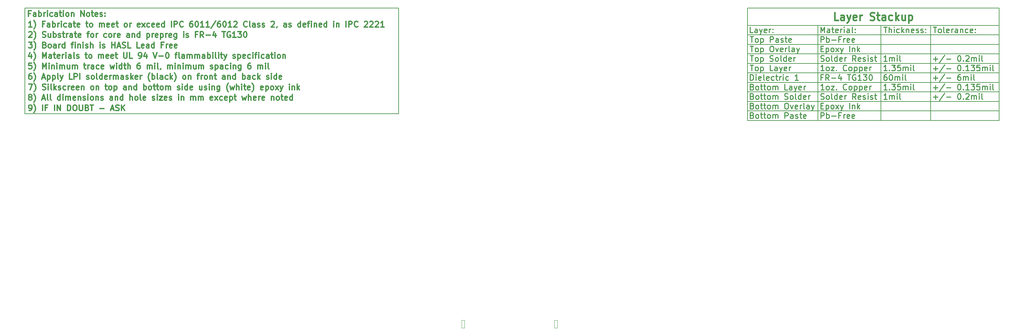
<source format=gbr>
G04 #@! TF.FileFunction,Other,Fab,Top*
%FSLAX46Y46*%
G04 Gerber Fmt 4.6, Leading zero omitted, Abs format (unit mm)*
G04 Created by KiCad (PCBNEW 4.0.7-e2-6376~58~ubuntu16.04.1) date Fri Dec 14 12:18:52 2018*
%MOMM*%
%LPD*%
G01*
G04 APERTURE LIST*
%ADD10C,0.100000*%
%ADD11C,0.200000*%
%ADD12C,0.150000*%
%ADD13C,0.300000*%
%ADD14C,0.250000*%
%ADD15C,0.400000*%
G04 APERTURE END LIST*
D10*
X16050000Y-26275000D02*
X15250000Y-26275000D01*
X16050000Y-24275000D02*
X16050000Y-26275000D01*
X15250000Y-24275000D02*
X16050000Y-24275000D01*
X15250000Y-26275000D02*
X15250000Y-24275000D01*
X40350000Y-26275000D02*
X39550000Y-26275000D01*
X40350000Y-24275000D02*
X40350000Y-26275000D01*
X39550000Y-24275000D02*
X40350000Y-24275000D01*
X39550000Y-26275000D02*
X39550000Y-24275000D01*
D11*
X-99250000Y29975000D02*
X-99250000Y57725000D01*
X-1250000Y29975000D02*
X-99250000Y29975000D01*
X-1250000Y57725000D02*
X-1250000Y29975000D01*
X-99250000Y57725000D02*
X-1250000Y57725000D01*
X156150000Y57725000D02*
X156150000Y28225000D01*
D12*
X108650000Y53225000D02*
X108650000Y28225000D01*
D11*
X156150000Y57725000D02*
X90150000Y57725000D01*
X156150000Y53225000D02*
X90150000Y53225000D01*
X156150000Y50725000D02*
X90150000Y50725000D01*
X156150000Y48225000D02*
X90150000Y48225000D01*
X156150000Y45725000D02*
X90150000Y45725000D01*
X156150000Y43225000D02*
X90150000Y43225000D01*
X156150000Y40725000D02*
X90150000Y40725000D01*
X156150000Y38225000D02*
X90150000Y38225000D01*
X156150000Y35725000D02*
X90150000Y35725000D01*
X156150000Y33225000D02*
X90150000Y33225000D01*
X156150000Y30725000D02*
X90150000Y30725000D01*
X156150000Y28225000D02*
X90150000Y28225000D01*
X90150000Y57725000D02*
X90150000Y28225000D01*
D12*
X125150000Y53225000D02*
X125150000Y28225000D01*
X138150000Y53225000D02*
X138150000Y28225000D01*
D13*
X-97389282Y52796429D02*
X-98246425Y52796429D01*
X-97817853Y52796429D02*
X-97817853Y54296429D01*
X-97960710Y54082143D01*
X-98103568Y53939286D01*
X-98246425Y53867857D01*
X-96889282Y52225000D02*
X-96817854Y52296429D01*
X-96674997Y52510714D01*
X-96603568Y52653571D01*
X-96532139Y52867857D01*
X-96460711Y53225000D01*
X-96460711Y53510714D01*
X-96532139Y53867857D01*
X-96603568Y54082143D01*
X-96674997Y54225000D01*
X-96817854Y54439286D01*
X-96889282Y54510714D01*
X-94103568Y53582143D02*
X-94603568Y53582143D01*
X-94603568Y52796429D02*
X-94603568Y54296429D01*
X-93889282Y54296429D01*
X-92674997Y52796429D02*
X-92674997Y53582143D01*
X-92746426Y53725000D01*
X-92889283Y53796429D01*
X-93174997Y53796429D01*
X-93317854Y53725000D01*
X-92674997Y52867857D02*
X-92817854Y52796429D01*
X-93174997Y52796429D01*
X-93317854Y52867857D01*
X-93389283Y53010714D01*
X-93389283Y53153571D01*
X-93317854Y53296429D01*
X-93174997Y53367857D01*
X-92817854Y53367857D01*
X-92674997Y53439286D01*
X-91960711Y52796429D02*
X-91960711Y54296429D01*
X-91960711Y53725000D02*
X-91817854Y53796429D01*
X-91532140Y53796429D01*
X-91389283Y53725000D01*
X-91317854Y53653571D01*
X-91246425Y53510714D01*
X-91246425Y53082143D01*
X-91317854Y52939286D01*
X-91389283Y52867857D01*
X-91532140Y52796429D01*
X-91817854Y52796429D01*
X-91960711Y52867857D01*
X-90603568Y52796429D02*
X-90603568Y53796429D01*
X-90603568Y53510714D02*
X-90532140Y53653571D01*
X-90460711Y53725000D01*
X-90317854Y53796429D01*
X-90174997Y53796429D01*
X-89674997Y52796429D02*
X-89674997Y53796429D01*
X-89674997Y54296429D02*
X-89746426Y54225000D01*
X-89674997Y54153571D01*
X-89603569Y54225000D01*
X-89674997Y54296429D01*
X-89674997Y54153571D01*
X-88317854Y52867857D02*
X-88460711Y52796429D01*
X-88746425Y52796429D01*
X-88889283Y52867857D01*
X-88960711Y52939286D01*
X-89032140Y53082143D01*
X-89032140Y53510714D01*
X-88960711Y53653571D01*
X-88889283Y53725000D01*
X-88746425Y53796429D01*
X-88460711Y53796429D01*
X-88317854Y53725000D01*
X-87032140Y52796429D02*
X-87032140Y53582143D01*
X-87103569Y53725000D01*
X-87246426Y53796429D01*
X-87532140Y53796429D01*
X-87674997Y53725000D01*
X-87032140Y52867857D02*
X-87174997Y52796429D01*
X-87532140Y52796429D01*
X-87674997Y52867857D01*
X-87746426Y53010714D01*
X-87746426Y53153571D01*
X-87674997Y53296429D01*
X-87532140Y53367857D01*
X-87174997Y53367857D01*
X-87032140Y53439286D01*
X-86532140Y53796429D02*
X-85960711Y53796429D01*
X-86317854Y54296429D02*
X-86317854Y53010714D01*
X-86246426Y52867857D01*
X-86103568Y52796429D01*
X-85960711Y52796429D01*
X-84889283Y52867857D02*
X-85032140Y52796429D01*
X-85317854Y52796429D01*
X-85460711Y52867857D01*
X-85532140Y53010714D01*
X-85532140Y53582143D01*
X-85460711Y53725000D01*
X-85317854Y53796429D01*
X-85032140Y53796429D01*
X-84889283Y53725000D01*
X-84817854Y53582143D01*
X-84817854Y53439286D01*
X-85532140Y53296429D01*
X-83246426Y53796429D02*
X-82674997Y53796429D01*
X-83032140Y54296429D02*
X-83032140Y53010714D01*
X-82960712Y52867857D01*
X-82817854Y52796429D01*
X-82674997Y52796429D01*
X-81960711Y52796429D02*
X-82103569Y52867857D01*
X-82174997Y52939286D01*
X-82246426Y53082143D01*
X-82246426Y53510714D01*
X-82174997Y53653571D01*
X-82103569Y53725000D01*
X-81960711Y53796429D01*
X-81746426Y53796429D01*
X-81603569Y53725000D01*
X-81532140Y53653571D01*
X-81460711Y53510714D01*
X-81460711Y53082143D01*
X-81532140Y52939286D01*
X-81603569Y52867857D01*
X-81746426Y52796429D01*
X-81960711Y52796429D01*
X-79674997Y52796429D02*
X-79674997Y53796429D01*
X-79674997Y53653571D02*
X-79603569Y53725000D01*
X-79460711Y53796429D01*
X-79246426Y53796429D01*
X-79103569Y53725000D01*
X-79032140Y53582143D01*
X-79032140Y52796429D01*
X-79032140Y53582143D02*
X-78960711Y53725000D01*
X-78817854Y53796429D01*
X-78603569Y53796429D01*
X-78460711Y53725000D01*
X-78389283Y53582143D01*
X-78389283Y52796429D01*
X-77103569Y52867857D02*
X-77246426Y52796429D01*
X-77532140Y52796429D01*
X-77674997Y52867857D01*
X-77746426Y53010714D01*
X-77746426Y53582143D01*
X-77674997Y53725000D01*
X-77532140Y53796429D01*
X-77246426Y53796429D01*
X-77103569Y53725000D01*
X-77032140Y53582143D01*
X-77032140Y53439286D01*
X-77746426Y53296429D01*
X-75817855Y52867857D02*
X-75960712Y52796429D01*
X-76246426Y52796429D01*
X-76389283Y52867857D01*
X-76460712Y53010714D01*
X-76460712Y53582143D01*
X-76389283Y53725000D01*
X-76246426Y53796429D01*
X-75960712Y53796429D01*
X-75817855Y53725000D01*
X-75746426Y53582143D01*
X-75746426Y53439286D01*
X-76460712Y53296429D01*
X-75317855Y53796429D02*
X-74746426Y53796429D01*
X-75103569Y54296429D02*
X-75103569Y53010714D01*
X-75032141Y52867857D01*
X-74889283Y52796429D01*
X-74746426Y52796429D01*
X-72889283Y52796429D02*
X-73032141Y52867857D01*
X-73103569Y52939286D01*
X-73174998Y53082143D01*
X-73174998Y53510714D01*
X-73103569Y53653571D01*
X-73032141Y53725000D01*
X-72889283Y53796429D01*
X-72674998Y53796429D01*
X-72532141Y53725000D01*
X-72460712Y53653571D01*
X-72389283Y53510714D01*
X-72389283Y53082143D01*
X-72460712Y52939286D01*
X-72532141Y52867857D01*
X-72674998Y52796429D01*
X-72889283Y52796429D01*
X-71746426Y52796429D02*
X-71746426Y53796429D01*
X-71746426Y53510714D02*
X-71674998Y53653571D01*
X-71603569Y53725000D01*
X-71460712Y53796429D01*
X-71317855Y53796429D01*
X-69103570Y52867857D02*
X-69246427Y52796429D01*
X-69532141Y52796429D01*
X-69674998Y52867857D01*
X-69746427Y53010714D01*
X-69746427Y53582143D01*
X-69674998Y53725000D01*
X-69532141Y53796429D01*
X-69246427Y53796429D01*
X-69103570Y53725000D01*
X-69032141Y53582143D01*
X-69032141Y53439286D01*
X-69746427Y53296429D01*
X-68532141Y52796429D02*
X-67746427Y53796429D01*
X-68532141Y53796429D02*
X-67746427Y52796429D01*
X-66532141Y52867857D02*
X-66674998Y52796429D01*
X-66960712Y52796429D01*
X-67103570Y52867857D01*
X-67174998Y52939286D01*
X-67246427Y53082143D01*
X-67246427Y53510714D01*
X-67174998Y53653571D01*
X-67103570Y53725000D01*
X-66960712Y53796429D01*
X-66674998Y53796429D01*
X-66532141Y53725000D01*
X-65317856Y52867857D02*
X-65460713Y52796429D01*
X-65746427Y52796429D01*
X-65889284Y52867857D01*
X-65960713Y53010714D01*
X-65960713Y53582143D01*
X-65889284Y53725000D01*
X-65746427Y53796429D01*
X-65460713Y53796429D01*
X-65317856Y53725000D01*
X-65246427Y53582143D01*
X-65246427Y53439286D01*
X-65960713Y53296429D01*
X-64032142Y52867857D02*
X-64174999Y52796429D01*
X-64460713Y52796429D01*
X-64603570Y52867857D01*
X-64674999Y53010714D01*
X-64674999Y53582143D01*
X-64603570Y53725000D01*
X-64460713Y53796429D01*
X-64174999Y53796429D01*
X-64032142Y53725000D01*
X-63960713Y53582143D01*
X-63960713Y53439286D01*
X-64674999Y53296429D01*
X-62674999Y52796429D02*
X-62674999Y54296429D01*
X-62674999Y52867857D02*
X-62817856Y52796429D01*
X-63103570Y52796429D01*
X-63246428Y52867857D01*
X-63317856Y52939286D01*
X-63389285Y53082143D01*
X-63389285Y53510714D01*
X-63317856Y53653571D01*
X-63246428Y53725000D01*
X-63103570Y53796429D01*
X-62817856Y53796429D01*
X-62674999Y53725000D01*
X-60817856Y52796429D02*
X-60817856Y54296429D01*
X-60103570Y52796429D02*
X-60103570Y54296429D01*
X-59532142Y54296429D01*
X-59389284Y54225000D01*
X-59317856Y54153571D01*
X-59246427Y54010714D01*
X-59246427Y53796429D01*
X-59317856Y53653571D01*
X-59389284Y53582143D01*
X-59532142Y53510714D01*
X-60103570Y53510714D01*
X-57746427Y52939286D02*
X-57817856Y52867857D01*
X-58032142Y52796429D01*
X-58174999Y52796429D01*
X-58389284Y52867857D01*
X-58532142Y53010714D01*
X-58603570Y53153571D01*
X-58674999Y53439286D01*
X-58674999Y53653571D01*
X-58603570Y53939286D01*
X-58532142Y54082143D01*
X-58389284Y54225000D01*
X-58174999Y54296429D01*
X-58032142Y54296429D01*
X-57817856Y54225000D01*
X-57746427Y54153571D01*
X-55317856Y54296429D02*
X-55603570Y54296429D01*
X-55746427Y54225000D01*
X-55817856Y54153571D01*
X-55960713Y53939286D01*
X-56032142Y53653571D01*
X-56032142Y53082143D01*
X-55960713Y52939286D01*
X-55889285Y52867857D01*
X-55746427Y52796429D01*
X-55460713Y52796429D01*
X-55317856Y52867857D01*
X-55246427Y52939286D01*
X-55174999Y53082143D01*
X-55174999Y53439286D01*
X-55246427Y53582143D01*
X-55317856Y53653571D01*
X-55460713Y53725000D01*
X-55746427Y53725000D01*
X-55889285Y53653571D01*
X-55960713Y53582143D01*
X-56032142Y53439286D01*
X-54246428Y54296429D02*
X-54103571Y54296429D01*
X-53960714Y54225000D01*
X-53889285Y54153571D01*
X-53817856Y54010714D01*
X-53746428Y53725000D01*
X-53746428Y53367857D01*
X-53817856Y53082143D01*
X-53889285Y52939286D01*
X-53960714Y52867857D01*
X-54103571Y52796429D01*
X-54246428Y52796429D01*
X-54389285Y52867857D01*
X-54460714Y52939286D01*
X-54532142Y53082143D01*
X-54603571Y53367857D01*
X-54603571Y53725000D01*
X-54532142Y54010714D01*
X-54460714Y54153571D01*
X-54389285Y54225000D01*
X-54246428Y54296429D01*
X-52317857Y52796429D02*
X-53175000Y52796429D01*
X-52746428Y52796429D02*
X-52746428Y54296429D01*
X-52889285Y54082143D01*
X-53032143Y53939286D01*
X-53175000Y53867857D01*
X-50889286Y52796429D02*
X-51746429Y52796429D01*
X-51317857Y52796429D02*
X-51317857Y54296429D01*
X-51460714Y54082143D01*
X-51603572Y53939286D01*
X-51746429Y53867857D01*
X-49175001Y54367857D02*
X-50460715Y52439286D01*
X-48032143Y54296429D02*
X-48317857Y54296429D01*
X-48460714Y54225000D01*
X-48532143Y54153571D01*
X-48675000Y53939286D01*
X-48746429Y53653571D01*
X-48746429Y53082143D01*
X-48675000Y52939286D01*
X-48603572Y52867857D01*
X-48460714Y52796429D01*
X-48175000Y52796429D01*
X-48032143Y52867857D01*
X-47960714Y52939286D01*
X-47889286Y53082143D01*
X-47889286Y53439286D01*
X-47960714Y53582143D01*
X-48032143Y53653571D01*
X-48175000Y53725000D01*
X-48460714Y53725000D01*
X-48603572Y53653571D01*
X-48675000Y53582143D01*
X-48746429Y53439286D01*
X-46960715Y54296429D02*
X-46817858Y54296429D01*
X-46675001Y54225000D01*
X-46603572Y54153571D01*
X-46532143Y54010714D01*
X-46460715Y53725000D01*
X-46460715Y53367857D01*
X-46532143Y53082143D01*
X-46603572Y52939286D01*
X-46675001Y52867857D01*
X-46817858Y52796429D01*
X-46960715Y52796429D01*
X-47103572Y52867857D01*
X-47175001Y52939286D01*
X-47246429Y53082143D01*
X-47317858Y53367857D01*
X-47317858Y53725000D01*
X-47246429Y54010714D01*
X-47175001Y54153571D01*
X-47103572Y54225000D01*
X-46960715Y54296429D01*
X-45032144Y52796429D02*
X-45889287Y52796429D01*
X-45460715Y52796429D02*
X-45460715Y54296429D01*
X-45603572Y54082143D01*
X-45746430Y53939286D01*
X-45889287Y53867857D01*
X-44460716Y54153571D02*
X-44389287Y54225000D01*
X-44246430Y54296429D01*
X-43889287Y54296429D01*
X-43746430Y54225000D01*
X-43675001Y54153571D01*
X-43603573Y54010714D01*
X-43603573Y53867857D01*
X-43675001Y53653571D01*
X-44532144Y52796429D01*
X-43603573Y52796429D01*
X-40960716Y52939286D02*
X-41032145Y52867857D01*
X-41246431Y52796429D01*
X-41389288Y52796429D01*
X-41603573Y52867857D01*
X-41746431Y53010714D01*
X-41817859Y53153571D01*
X-41889288Y53439286D01*
X-41889288Y53653571D01*
X-41817859Y53939286D01*
X-41746431Y54082143D01*
X-41603573Y54225000D01*
X-41389288Y54296429D01*
X-41246431Y54296429D01*
X-41032145Y54225000D01*
X-40960716Y54153571D01*
X-40103573Y52796429D02*
X-40246431Y52867857D01*
X-40317859Y53010714D01*
X-40317859Y54296429D01*
X-38889288Y52796429D02*
X-38889288Y53582143D01*
X-38960717Y53725000D01*
X-39103574Y53796429D01*
X-39389288Y53796429D01*
X-39532145Y53725000D01*
X-38889288Y52867857D02*
X-39032145Y52796429D01*
X-39389288Y52796429D01*
X-39532145Y52867857D01*
X-39603574Y53010714D01*
X-39603574Y53153571D01*
X-39532145Y53296429D01*
X-39389288Y53367857D01*
X-39032145Y53367857D01*
X-38889288Y53439286D01*
X-38246431Y52867857D02*
X-38103574Y52796429D01*
X-37817859Y52796429D01*
X-37675002Y52867857D01*
X-37603574Y53010714D01*
X-37603574Y53082143D01*
X-37675002Y53225000D01*
X-37817859Y53296429D01*
X-38032145Y53296429D01*
X-38175002Y53367857D01*
X-38246431Y53510714D01*
X-38246431Y53582143D01*
X-38175002Y53725000D01*
X-38032145Y53796429D01*
X-37817859Y53796429D01*
X-37675002Y53725000D01*
X-37032145Y52867857D02*
X-36889288Y52796429D01*
X-36603573Y52796429D01*
X-36460716Y52867857D01*
X-36389288Y53010714D01*
X-36389288Y53082143D01*
X-36460716Y53225000D01*
X-36603573Y53296429D01*
X-36817859Y53296429D01*
X-36960716Y53367857D01*
X-37032145Y53510714D01*
X-37032145Y53582143D01*
X-36960716Y53725000D01*
X-36817859Y53796429D01*
X-36603573Y53796429D01*
X-36460716Y53725000D01*
X-34675002Y54153571D02*
X-34603573Y54225000D01*
X-34460716Y54296429D01*
X-34103573Y54296429D01*
X-33960716Y54225000D01*
X-33889287Y54153571D01*
X-33817859Y54010714D01*
X-33817859Y53867857D01*
X-33889287Y53653571D01*
X-34746430Y52796429D01*
X-33817859Y52796429D01*
X-33103574Y52867857D02*
X-33103574Y52796429D01*
X-33175002Y52653571D01*
X-33246431Y52582143D01*
X-30675002Y52796429D02*
X-30675002Y53582143D01*
X-30746431Y53725000D01*
X-30889288Y53796429D01*
X-31175002Y53796429D01*
X-31317859Y53725000D01*
X-30675002Y52867857D02*
X-30817859Y52796429D01*
X-31175002Y52796429D01*
X-31317859Y52867857D01*
X-31389288Y53010714D01*
X-31389288Y53153571D01*
X-31317859Y53296429D01*
X-31175002Y53367857D01*
X-30817859Y53367857D01*
X-30675002Y53439286D01*
X-30032145Y52867857D02*
X-29889288Y52796429D01*
X-29603573Y52796429D01*
X-29460716Y52867857D01*
X-29389288Y53010714D01*
X-29389288Y53082143D01*
X-29460716Y53225000D01*
X-29603573Y53296429D01*
X-29817859Y53296429D01*
X-29960716Y53367857D01*
X-30032145Y53510714D01*
X-30032145Y53582143D01*
X-29960716Y53725000D01*
X-29817859Y53796429D01*
X-29603573Y53796429D01*
X-29460716Y53725000D01*
X-26960716Y52796429D02*
X-26960716Y54296429D01*
X-26960716Y52867857D02*
X-27103573Y52796429D01*
X-27389287Y52796429D01*
X-27532145Y52867857D01*
X-27603573Y52939286D01*
X-27675002Y53082143D01*
X-27675002Y53510714D01*
X-27603573Y53653571D01*
X-27532145Y53725000D01*
X-27389287Y53796429D01*
X-27103573Y53796429D01*
X-26960716Y53725000D01*
X-25675002Y52867857D02*
X-25817859Y52796429D01*
X-26103573Y52796429D01*
X-26246430Y52867857D01*
X-26317859Y53010714D01*
X-26317859Y53582143D01*
X-26246430Y53725000D01*
X-26103573Y53796429D01*
X-25817859Y53796429D01*
X-25675002Y53725000D01*
X-25603573Y53582143D01*
X-25603573Y53439286D01*
X-26317859Y53296429D01*
X-25175002Y53796429D02*
X-24603573Y53796429D01*
X-24960716Y52796429D02*
X-24960716Y54082143D01*
X-24889288Y54225000D01*
X-24746430Y54296429D01*
X-24603573Y54296429D01*
X-24103573Y52796429D02*
X-24103573Y53796429D01*
X-24103573Y54296429D02*
X-24175002Y54225000D01*
X-24103573Y54153571D01*
X-24032145Y54225000D01*
X-24103573Y54296429D01*
X-24103573Y54153571D01*
X-23389287Y53796429D02*
X-23389287Y52796429D01*
X-23389287Y53653571D02*
X-23317859Y53725000D01*
X-23175001Y53796429D01*
X-22960716Y53796429D01*
X-22817859Y53725000D01*
X-22746430Y53582143D01*
X-22746430Y52796429D01*
X-21460716Y52867857D02*
X-21603573Y52796429D01*
X-21889287Y52796429D01*
X-22032144Y52867857D01*
X-22103573Y53010714D01*
X-22103573Y53582143D01*
X-22032144Y53725000D01*
X-21889287Y53796429D01*
X-21603573Y53796429D01*
X-21460716Y53725000D01*
X-21389287Y53582143D01*
X-21389287Y53439286D01*
X-22103573Y53296429D01*
X-20103573Y52796429D02*
X-20103573Y54296429D01*
X-20103573Y52867857D02*
X-20246430Y52796429D01*
X-20532144Y52796429D01*
X-20675002Y52867857D01*
X-20746430Y52939286D01*
X-20817859Y53082143D01*
X-20817859Y53510714D01*
X-20746430Y53653571D01*
X-20675002Y53725000D01*
X-20532144Y53796429D01*
X-20246430Y53796429D01*
X-20103573Y53725000D01*
X-18246430Y52796429D02*
X-18246430Y53796429D01*
X-18246430Y54296429D02*
X-18317859Y54225000D01*
X-18246430Y54153571D01*
X-18175002Y54225000D01*
X-18246430Y54296429D01*
X-18246430Y54153571D01*
X-17532144Y53796429D02*
X-17532144Y52796429D01*
X-17532144Y53653571D02*
X-17460716Y53725000D01*
X-17317858Y53796429D01*
X-17103573Y53796429D01*
X-16960716Y53725000D01*
X-16889287Y53582143D01*
X-16889287Y52796429D01*
X-15032144Y52796429D02*
X-15032144Y54296429D01*
X-14317858Y52796429D02*
X-14317858Y54296429D01*
X-13746430Y54296429D01*
X-13603572Y54225000D01*
X-13532144Y54153571D01*
X-13460715Y54010714D01*
X-13460715Y53796429D01*
X-13532144Y53653571D01*
X-13603572Y53582143D01*
X-13746430Y53510714D01*
X-14317858Y53510714D01*
X-11960715Y52939286D02*
X-12032144Y52867857D01*
X-12246430Y52796429D01*
X-12389287Y52796429D01*
X-12603572Y52867857D01*
X-12746430Y53010714D01*
X-12817858Y53153571D01*
X-12889287Y53439286D01*
X-12889287Y53653571D01*
X-12817858Y53939286D01*
X-12746430Y54082143D01*
X-12603572Y54225000D01*
X-12389287Y54296429D01*
X-12246430Y54296429D01*
X-12032144Y54225000D01*
X-11960715Y54153571D01*
X-10246430Y54153571D02*
X-10175001Y54225000D01*
X-10032144Y54296429D01*
X-9675001Y54296429D01*
X-9532144Y54225000D01*
X-9460715Y54153571D01*
X-9389287Y54010714D01*
X-9389287Y53867857D01*
X-9460715Y53653571D01*
X-10317858Y52796429D01*
X-9389287Y52796429D01*
X-8817859Y54153571D02*
X-8746430Y54225000D01*
X-8603573Y54296429D01*
X-8246430Y54296429D01*
X-8103573Y54225000D01*
X-8032144Y54153571D01*
X-7960716Y54010714D01*
X-7960716Y53867857D01*
X-8032144Y53653571D01*
X-8889287Y52796429D01*
X-7960716Y52796429D01*
X-7389288Y54153571D02*
X-7317859Y54225000D01*
X-7175002Y54296429D01*
X-6817859Y54296429D01*
X-6675002Y54225000D01*
X-6603573Y54153571D01*
X-6532145Y54010714D01*
X-6532145Y53867857D01*
X-6603573Y53653571D01*
X-7460716Y52796429D01*
X-6532145Y52796429D01*
X-5103574Y52796429D02*
X-5960717Y52796429D01*
X-5532145Y52796429D02*
X-5532145Y54296429D01*
X-5675002Y54082143D01*
X-5817860Y53939286D01*
X-5960717Y53867857D01*
X-97750000Y56332143D02*
X-98250000Y56332143D01*
X-98250000Y55546429D02*
X-98250000Y57046429D01*
X-97535714Y57046429D01*
X-96321429Y55546429D02*
X-96321429Y56332143D01*
X-96392858Y56475000D01*
X-96535715Y56546429D01*
X-96821429Y56546429D01*
X-96964286Y56475000D01*
X-96321429Y55617857D02*
X-96464286Y55546429D01*
X-96821429Y55546429D01*
X-96964286Y55617857D01*
X-97035715Y55760714D01*
X-97035715Y55903571D01*
X-96964286Y56046429D01*
X-96821429Y56117857D01*
X-96464286Y56117857D01*
X-96321429Y56189286D01*
X-95607143Y55546429D02*
X-95607143Y57046429D01*
X-95607143Y56475000D02*
X-95464286Y56546429D01*
X-95178572Y56546429D01*
X-95035715Y56475000D01*
X-94964286Y56403571D01*
X-94892857Y56260714D01*
X-94892857Y55832143D01*
X-94964286Y55689286D01*
X-95035715Y55617857D01*
X-95178572Y55546429D01*
X-95464286Y55546429D01*
X-95607143Y55617857D01*
X-94250000Y55546429D02*
X-94250000Y56546429D01*
X-94250000Y56260714D02*
X-94178572Y56403571D01*
X-94107143Y56475000D01*
X-93964286Y56546429D01*
X-93821429Y56546429D01*
X-93321429Y55546429D02*
X-93321429Y56546429D01*
X-93321429Y57046429D02*
X-93392858Y56975000D01*
X-93321429Y56903571D01*
X-93250001Y56975000D01*
X-93321429Y57046429D01*
X-93321429Y56903571D01*
X-91964286Y55617857D02*
X-92107143Y55546429D01*
X-92392857Y55546429D01*
X-92535715Y55617857D01*
X-92607143Y55689286D01*
X-92678572Y55832143D01*
X-92678572Y56260714D01*
X-92607143Y56403571D01*
X-92535715Y56475000D01*
X-92392857Y56546429D01*
X-92107143Y56546429D01*
X-91964286Y56475000D01*
X-90678572Y55546429D02*
X-90678572Y56332143D01*
X-90750001Y56475000D01*
X-90892858Y56546429D01*
X-91178572Y56546429D01*
X-91321429Y56475000D01*
X-90678572Y55617857D02*
X-90821429Y55546429D01*
X-91178572Y55546429D01*
X-91321429Y55617857D01*
X-91392858Y55760714D01*
X-91392858Y55903571D01*
X-91321429Y56046429D01*
X-91178572Y56117857D01*
X-90821429Y56117857D01*
X-90678572Y56189286D01*
X-90178572Y56546429D02*
X-89607143Y56546429D01*
X-89964286Y57046429D02*
X-89964286Y55760714D01*
X-89892858Y55617857D01*
X-89750000Y55546429D01*
X-89607143Y55546429D01*
X-89107143Y55546429D02*
X-89107143Y56546429D01*
X-89107143Y57046429D02*
X-89178572Y56975000D01*
X-89107143Y56903571D01*
X-89035715Y56975000D01*
X-89107143Y57046429D01*
X-89107143Y56903571D01*
X-88178571Y55546429D02*
X-88321429Y55617857D01*
X-88392857Y55689286D01*
X-88464286Y55832143D01*
X-88464286Y56260714D01*
X-88392857Y56403571D01*
X-88321429Y56475000D01*
X-88178571Y56546429D01*
X-87964286Y56546429D01*
X-87821429Y56475000D01*
X-87750000Y56403571D01*
X-87678571Y56260714D01*
X-87678571Y55832143D01*
X-87750000Y55689286D01*
X-87821429Y55617857D01*
X-87964286Y55546429D01*
X-88178571Y55546429D01*
X-87035714Y56546429D02*
X-87035714Y55546429D01*
X-87035714Y56403571D02*
X-86964286Y56475000D01*
X-86821428Y56546429D01*
X-86607143Y56546429D01*
X-86464286Y56475000D01*
X-86392857Y56332143D01*
X-86392857Y55546429D01*
X-84535714Y55546429D02*
X-84535714Y57046429D01*
X-83678571Y55546429D01*
X-83678571Y57046429D01*
X-82749999Y55546429D02*
X-82892857Y55617857D01*
X-82964285Y55689286D01*
X-83035714Y55832143D01*
X-83035714Y56260714D01*
X-82964285Y56403571D01*
X-82892857Y56475000D01*
X-82749999Y56546429D01*
X-82535714Y56546429D01*
X-82392857Y56475000D01*
X-82321428Y56403571D01*
X-82249999Y56260714D01*
X-82249999Y55832143D01*
X-82321428Y55689286D01*
X-82392857Y55617857D01*
X-82535714Y55546429D01*
X-82749999Y55546429D01*
X-81821428Y56546429D02*
X-81249999Y56546429D01*
X-81607142Y57046429D02*
X-81607142Y55760714D01*
X-81535714Y55617857D01*
X-81392856Y55546429D01*
X-81249999Y55546429D01*
X-80178571Y55617857D02*
X-80321428Y55546429D01*
X-80607142Y55546429D01*
X-80749999Y55617857D01*
X-80821428Y55760714D01*
X-80821428Y56332143D01*
X-80749999Y56475000D01*
X-80607142Y56546429D01*
X-80321428Y56546429D01*
X-80178571Y56475000D01*
X-80107142Y56332143D01*
X-80107142Y56189286D01*
X-80821428Y56046429D01*
X-79535714Y55617857D02*
X-79392857Y55546429D01*
X-79107142Y55546429D01*
X-78964285Y55617857D01*
X-78892857Y55760714D01*
X-78892857Y55832143D01*
X-78964285Y55975000D01*
X-79107142Y56046429D01*
X-79321428Y56046429D01*
X-79464285Y56117857D01*
X-79535714Y56260714D01*
X-79535714Y56332143D01*
X-79464285Y56475000D01*
X-79321428Y56546429D01*
X-79107142Y56546429D01*
X-78964285Y56475000D01*
X-78249999Y55689286D02*
X-78178571Y55617857D01*
X-78249999Y55546429D01*
X-78321428Y55617857D01*
X-78249999Y55689286D01*
X-78249999Y55546429D01*
X-78249999Y56475000D02*
X-78178571Y56403571D01*
X-78249999Y56332143D01*
X-78321428Y56403571D01*
X-78249999Y56475000D01*
X-78249999Y56332143D01*
X-98176426Y51403571D02*
X-98104997Y51475000D01*
X-97962140Y51546429D01*
X-97604997Y51546429D01*
X-97462140Y51475000D01*
X-97390711Y51403571D01*
X-97319283Y51260714D01*
X-97319283Y51117857D01*
X-97390711Y50903571D01*
X-98247854Y50046429D01*
X-97319283Y50046429D01*
X-96819283Y49475000D02*
X-96747855Y49546429D01*
X-96604998Y49760714D01*
X-96533569Y49903571D01*
X-96462140Y50117857D01*
X-96390712Y50475000D01*
X-96390712Y50760714D01*
X-96462140Y51117857D01*
X-96533569Y51332143D01*
X-96604998Y51475000D01*
X-96747855Y51689286D01*
X-96819283Y51760714D01*
X-94604998Y50117857D02*
X-94390712Y50046429D01*
X-94033569Y50046429D01*
X-93890712Y50117857D01*
X-93819283Y50189286D01*
X-93747855Y50332143D01*
X-93747855Y50475000D01*
X-93819283Y50617857D01*
X-93890712Y50689286D01*
X-94033569Y50760714D01*
X-94319283Y50832143D01*
X-94462141Y50903571D01*
X-94533569Y50975000D01*
X-94604998Y51117857D01*
X-94604998Y51260714D01*
X-94533569Y51403571D01*
X-94462141Y51475000D01*
X-94319283Y51546429D01*
X-93962141Y51546429D01*
X-93747855Y51475000D01*
X-92462141Y51046429D02*
X-92462141Y50046429D01*
X-93104998Y51046429D02*
X-93104998Y50260714D01*
X-93033570Y50117857D01*
X-92890712Y50046429D01*
X-92676427Y50046429D01*
X-92533570Y50117857D01*
X-92462141Y50189286D01*
X-91747855Y50046429D02*
X-91747855Y51546429D01*
X-91747855Y50975000D02*
X-91604998Y51046429D01*
X-91319284Y51046429D01*
X-91176427Y50975000D01*
X-91104998Y50903571D01*
X-91033569Y50760714D01*
X-91033569Y50332143D01*
X-91104998Y50189286D01*
X-91176427Y50117857D01*
X-91319284Y50046429D01*
X-91604998Y50046429D01*
X-91747855Y50117857D01*
X-90462141Y50117857D02*
X-90319284Y50046429D01*
X-90033569Y50046429D01*
X-89890712Y50117857D01*
X-89819284Y50260714D01*
X-89819284Y50332143D01*
X-89890712Y50475000D01*
X-90033569Y50546429D01*
X-90247855Y50546429D01*
X-90390712Y50617857D01*
X-90462141Y50760714D01*
X-90462141Y50832143D01*
X-90390712Y50975000D01*
X-90247855Y51046429D01*
X-90033569Y51046429D01*
X-89890712Y50975000D01*
X-89390712Y51046429D02*
X-88819283Y51046429D01*
X-89176426Y51546429D02*
X-89176426Y50260714D01*
X-89104998Y50117857D01*
X-88962140Y50046429D01*
X-88819283Y50046429D01*
X-88319283Y50046429D02*
X-88319283Y51046429D01*
X-88319283Y50760714D02*
X-88247855Y50903571D01*
X-88176426Y50975000D01*
X-88033569Y51046429D01*
X-87890712Y51046429D01*
X-86747855Y50046429D02*
X-86747855Y50832143D01*
X-86819284Y50975000D01*
X-86962141Y51046429D01*
X-87247855Y51046429D01*
X-87390712Y50975000D01*
X-86747855Y50117857D02*
X-86890712Y50046429D01*
X-87247855Y50046429D01*
X-87390712Y50117857D01*
X-87462141Y50260714D01*
X-87462141Y50403571D01*
X-87390712Y50546429D01*
X-87247855Y50617857D01*
X-86890712Y50617857D01*
X-86747855Y50689286D01*
X-86247855Y51046429D02*
X-85676426Y51046429D01*
X-86033569Y51546429D02*
X-86033569Y50260714D01*
X-85962141Y50117857D01*
X-85819283Y50046429D01*
X-85676426Y50046429D01*
X-84604998Y50117857D02*
X-84747855Y50046429D01*
X-85033569Y50046429D01*
X-85176426Y50117857D01*
X-85247855Y50260714D01*
X-85247855Y50832143D01*
X-85176426Y50975000D01*
X-85033569Y51046429D01*
X-84747855Y51046429D01*
X-84604998Y50975000D01*
X-84533569Y50832143D01*
X-84533569Y50689286D01*
X-85247855Y50546429D01*
X-82962141Y51046429D02*
X-82390712Y51046429D01*
X-82747855Y50046429D02*
X-82747855Y51332143D01*
X-82676427Y51475000D01*
X-82533569Y51546429D01*
X-82390712Y51546429D01*
X-81676426Y50046429D02*
X-81819284Y50117857D01*
X-81890712Y50189286D01*
X-81962141Y50332143D01*
X-81962141Y50760714D01*
X-81890712Y50903571D01*
X-81819284Y50975000D01*
X-81676426Y51046429D01*
X-81462141Y51046429D01*
X-81319284Y50975000D01*
X-81247855Y50903571D01*
X-81176426Y50760714D01*
X-81176426Y50332143D01*
X-81247855Y50189286D01*
X-81319284Y50117857D01*
X-81462141Y50046429D01*
X-81676426Y50046429D01*
X-80533569Y50046429D02*
X-80533569Y51046429D01*
X-80533569Y50760714D02*
X-80462141Y50903571D01*
X-80390712Y50975000D01*
X-80247855Y51046429D01*
X-80104998Y51046429D01*
X-77819284Y50117857D02*
X-77962141Y50046429D01*
X-78247855Y50046429D01*
X-78390713Y50117857D01*
X-78462141Y50189286D01*
X-78533570Y50332143D01*
X-78533570Y50760714D01*
X-78462141Y50903571D01*
X-78390713Y50975000D01*
X-78247855Y51046429D01*
X-77962141Y51046429D01*
X-77819284Y50975000D01*
X-76962141Y50046429D02*
X-77104999Y50117857D01*
X-77176427Y50189286D01*
X-77247856Y50332143D01*
X-77247856Y50760714D01*
X-77176427Y50903571D01*
X-77104999Y50975000D01*
X-76962141Y51046429D01*
X-76747856Y51046429D01*
X-76604999Y50975000D01*
X-76533570Y50903571D01*
X-76462141Y50760714D01*
X-76462141Y50332143D01*
X-76533570Y50189286D01*
X-76604999Y50117857D01*
X-76747856Y50046429D01*
X-76962141Y50046429D01*
X-75819284Y50046429D02*
X-75819284Y51046429D01*
X-75819284Y50760714D02*
X-75747856Y50903571D01*
X-75676427Y50975000D01*
X-75533570Y51046429D01*
X-75390713Y51046429D01*
X-74319285Y50117857D02*
X-74462142Y50046429D01*
X-74747856Y50046429D01*
X-74890713Y50117857D01*
X-74962142Y50260714D01*
X-74962142Y50832143D01*
X-74890713Y50975000D01*
X-74747856Y51046429D01*
X-74462142Y51046429D01*
X-74319285Y50975000D01*
X-74247856Y50832143D01*
X-74247856Y50689286D01*
X-74962142Y50546429D01*
X-71819285Y50046429D02*
X-71819285Y50832143D01*
X-71890714Y50975000D01*
X-72033571Y51046429D01*
X-72319285Y51046429D01*
X-72462142Y50975000D01*
X-71819285Y50117857D02*
X-71962142Y50046429D01*
X-72319285Y50046429D01*
X-72462142Y50117857D01*
X-72533571Y50260714D01*
X-72533571Y50403571D01*
X-72462142Y50546429D01*
X-72319285Y50617857D01*
X-71962142Y50617857D01*
X-71819285Y50689286D01*
X-71104999Y51046429D02*
X-71104999Y50046429D01*
X-71104999Y50903571D02*
X-71033571Y50975000D01*
X-70890713Y51046429D01*
X-70676428Y51046429D01*
X-70533571Y50975000D01*
X-70462142Y50832143D01*
X-70462142Y50046429D01*
X-69104999Y50046429D02*
X-69104999Y51546429D01*
X-69104999Y50117857D02*
X-69247856Y50046429D01*
X-69533570Y50046429D01*
X-69676428Y50117857D01*
X-69747856Y50189286D01*
X-69819285Y50332143D01*
X-69819285Y50760714D01*
X-69747856Y50903571D01*
X-69676428Y50975000D01*
X-69533570Y51046429D01*
X-69247856Y51046429D01*
X-69104999Y50975000D01*
X-67247856Y51046429D02*
X-67247856Y49546429D01*
X-67247856Y50975000D02*
X-67104999Y51046429D01*
X-66819285Y51046429D01*
X-66676428Y50975000D01*
X-66604999Y50903571D01*
X-66533570Y50760714D01*
X-66533570Y50332143D01*
X-66604999Y50189286D01*
X-66676428Y50117857D01*
X-66819285Y50046429D01*
X-67104999Y50046429D01*
X-67247856Y50117857D01*
X-65890713Y50046429D02*
X-65890713Y51046429D01*
X-65890713Y50760714D02*
X-65819285Y50903571D01*
X-65747856Y50975000D01*
X-65604999Y51046429D01*
X-65462142Y51046429D01*
X-64390714Y50117857D02*
X-64533571Y50046429D01*
X-64819285Y50046429D01*
X-64962142Y50117857D01*
X-65033571Y50260714D01*
X-65033571Y50832143D01*
X-64962142Y50975000D01*
X-64819285Y51046429D01*
X-64533571Y51046429D01*
X-64390714Y50975000D01*
X-64319285Y50832143D01*
X-64319285Y50689286D01*
X-65033571Y50546429D01*
X-63676428Y51046429D02*
X-63676428Y49546429D01*
X-63676428Y50975000D02*
X-63533571Y51046429D01*
X-63247857Y51046429D01*
X-63105000Y50975000D01*
X-63033571Y50903571D01*
X-62962142Y50760714D01*
X-62962142Y50332143D01*
X-63033571Y50189286D01*
X-63105000Y50117857D01*
X-63247857Y50046429D01*
X-63533571Y50046429D01*
X-63676428Y50117857D01*
X-62319285Y50046429D02*
X-62319285Y51046429D01*
X-62319285Y50760714D02*
X-62247857Y50903571D01*
X-62176428Y50975000D01*
X-62033571Y51046429D01*
X-61890714Y51046429D01*
X-60819286Y50117857D02*
X-60962143Y50046429D01*
X-61247857Y50046429D01*
X-61390714Y50117857D01*
X-61462143Y50260714D01*
X-61462143Y50832143D01*
X-61390714Y50975000D01*
X-61247857Y51046429D01*
X-60962143Y51046429D01*
X-60819286Y50975000D01*
X-60747857Y50832143D01*
X-60747857Y50689286D01*
X-61462143Y50546429D01*
X-59462143Y51046429D02*
X-59462143Y49832143D01*
X-59533572Y49689286D01*
X-59605000Y49617857D01*
X-59747857Y49546429D01*
X-59962143Y49546429D01*
X-60105000Y49617857D01*
X-59462143Y50117857D02*
X-59605000Y50046429D01*
X-59890714Y50046429D01*
X-60033572Y50117857D01*
X-60105000Y50189286D01*
X-60176429Y50332143D01*
X-60176429Y50760714D01*
X-60105000Y50903571D01*
X-60033572Y50975000D01*
X-59890714Y51046429D01*
X-59605000Y51046429D01*
X-59462143Y50975000D01*
X-57605000Y50046429D02*
X-57605000Y51046429D01*
X-57605000Y51546429D02*
X-57676429Y51475000D01*
X-57605000Y51403571D01*
X-57533572Y51475000D01*
X-57605000Y51546429D01*
X-57605000Y51403571D01*
X-56962143Y50117857D02*
X-56819286Y50046429D01*
X-56533571Y50046429D01*
X-56390714Y50117857D01*
X-56319286Y50260714D01*
X-56319286Y50332143D01*
X-56390714Y50475000D01*
X-56533571Y50546429D01*
X-56747857Y50546429D01*
X-56890714Y50617857D01*
X-56962143Y50760714D01*
X-56962143Y50832143D01*
X-56890714Y50975000D01*
X-56747857Y51046429D01*
X-56533571Y51046429D01*
X-56390714Y50975000D01*
X-54033571Y50832143D02*
X-54533571Y50832143D01*
X-54533571Y50046429D02*
X-54533571Y51546429D01*
X-53819285Y51546429D01*
X-52390714Y50046429D02*
X-52890714Y50760714D01*
X-53247857Y50046429D02*
X-53247857Y51546429D01*
X-52676429Y51546429D01*
X-52533571Y51475000D01*
X-52462143Y51403571D01*
X-52390714Y51260714D01*
X-52390714Y51046429D01*
X-52462143Y50903571D01*
X-52533571Y50832143D01*
X-52676429Y50760714D01*
X-53247857Y50760714D01*
X-51747857Y50617857D02*
X-50605000Y50617857D01*
X-49247857Y51046429D02*
X-49247857Y50046429D01*
X-49605000Y51617857D02*
X-49962143Y50546429D01*
X-49033571Y50546429D01*
X-47533572Y51546429D02*
X-46676429Y51546429D01*
X-47105000Y50046429D02*
X-47105000Y51546429D01*
X-45390715Y51475000D02*
X-45533572Y51546429D01*
X-45747858Y51546429D01*
X-45962143Y51475000D01*
X-46105001Y51332143D01*
X-46176429Y51189286D01*
X-46247858Y50903571D01*
X-46247858Y50689286D01*
X-46176429Y50403571D01*
X-46105001Y50260714D01*
X-45962143Y50117857D01*
X-45747858Y50046429D01*
X-45605001Y50046429D01*
X-45390715Y50117857D01*
X-45319286Y50189286D01*
X-45319286Y50689286D01*
X-45605001Y50689286D01*
X-43890715Y50046429D02*
X-44747858Y50046429D01*
X-44319286Y50046429D02*
X-44319286Y51546429D01*
X-44462143Y51332143D01*
X-44605001Y51189286D01*
X-44747858Y51117857D01*
X-43390715Y51546429D02*
X-42462144Y51546429D01*
X-42962144Y50975000D01*
X-42747858Y50975000D01*
X-42605001Y50903571D01*
X-42533572Y50832143D01*
X-42462144Y50689286D01*
X-42462144Y50332143D01*
X-42533572Y50189286D01*
X-42605001Y50117857D01*
X-42747858Y50046429D01*
X-43176430Y50046429D01*
X-43319287Y50117857D01*
X-43390715Y50189286D01*
X-41533573Y51546429D02*
X-41390716Y51546429D01*
X-41247859Y51475000D01*
X-41176430Y51403571D01*
X-41105001Y51260714D01*
X-41033573Y50975000D01*
X-41033573Y50617857D01*
X-41105001Y50332143D01*
X-41176430Y50189286D01*
X-41247859Y50117857D01*
X-41390716Y50046429D01*
X-41533573Y50046429D01*
X-41676430Y50117857D01*
X-41747859Y50189286D01*
X-41819287Y50332143D01*
X-41890716Y50617857D01*
X-41890716Y50975000D01*
X-41819287Y51260714D01*
X-41747859Y51403571D01*
X-41676430Y51475000D01*
X-41533573Y51546429D01*
X-98244999Y48796429D02*
X-97316428Y48796429D01*
X-97816428Y48225000D01*
X-97602142Y48225000D01*
X-97459285Y48153571D01*
X-97387856Y48082143D01*
X-97316428Y47939286D01*
X-97316428Y47582143D01*
X-97387856Y47439286D01*
X-97459285Y47367857D01*
X-97602142Y47296429D01*
X-98030714Y47296429D01*
X-98173571Y47367857D01*
X-98244999Y47439286D01*
X-96816428Y46725000D02*
X-96745000Y46796429D01*
X-96602143Y47010714D01*
X-96530714Y47153571D01*
X-96459285Y47367857D01*
X-96387857Y47725000D01*
X-96387857Y48010714D01*
X-96459285Y48367857D01*
X-96530714Y48582143D01*
X-96602143Y48725000D01*
X-96745000Y48939286D01*
X-96816428Y49010714D01*
X-94030714Y48082143D02*
X-93816428Y48010714D01*
X-93745000Y47939286D01*
X-93673571Y47796429D01*
X-93673571Y47582143D01*
X-93745000Y47439286D01*
X-93816428Y47367857D01*
X-93959286Y47296429D01*
X-94530714Y47296429D01*
X-94530714Y48796429D01*
X-94030714Y48796429D01*
X-93887857Y48725000D01*
X-93816428Y48653571D01*
X-93745000Y48510714D01*
X-93745000Y48367857D01*
X-93816428Y48225000D01*
X-93887857Y48153571D01*
X-94030714Y48082143D01*
X-94530714Y48082143D01*
X-92816428Y47296429D02*
X-92959286Y47367857D01*
X-93030714Y47439286D01*
X-93102143Y47582143D01*
X-93102143Y48010714D01*
X-93030714Y48153571D01*
X-92959286Y48225000D01*
X-92816428Y48296429D01*
X-92602143Y48296429D01*
X-92459286Y48225000D01*
X-92387857Y48153571D01*
X-92316428Y48010714D01*
X-92316428Y47582143D01*
X-92387857Y47439286D01*
X-92459286Y47367857D01*
X-92602143Y47296429D01*
X-92816428Y47296429D01*
X-91030714Y47296429D02*
X-91030714Y48082143D01*
X-91102143Y48225000D01*
X-91245000Y48296429D01*
X-91530714Y48296429D01*
X-91673571Y48225000D01*
X-91030714Y47367857D02*
X-91173571Y47296429D01*
X-91530714Y47296429D01*
X-91673571Y47367857D01*
X-91745000Y47510714D01*
X-91745000Y47653571D01*
X-91673571Y47796429D01*
X-91530714Y47867857D01*
X-91173571Y47867857D01*
X-91030714Y47939286D01*
X-90316428Y47296429D02*
X-90316428Y48296429D01*
X-90316428Y48010714D02*
X-90245000Y48153571D01*
X-90173571Y48225000D01*
X-90030714Y48296429D01*
X-89887857Y48296429D01*
X-88745000Y47296429D02*
X-88745000Y48796429D01*
X-88745000Y47367857D02*
X-88887857Y47296429D01*
X-89173571Y47296429D01*
X-89316429Y47367857D01*
X-89387857Y47439286D01*
X-89459286Y47582143D01*
X-89459286Y48010714D01*
X-89387857Y48153571D01*
X-89316429Y48225000D01*
X-89173571Y48296429D01*
X-88887857Y48296429D01*
X-88745000Y48225000D01*
X-87102143Y48296429D02*
X-86530714Y48296429D01*
X-86887857Y47296429D02*
X-86887857Y48582143D01*
X-86816429Y48725000D01*
X-86673571Y48796429D01*
X-86530714Y48796429D01*
X-86030714Y47296429D02*
X-86030714Y48296429D01*
X-86030714Y48796429D02*
X-86102143Y48725000D01*
X-86030714Y48653571D01*
X-85959286Y48725000D01*
X-86030714Y48796429D01*
X-86030714Y48653571D01*
X-85316428Y48296429D02*
X-85316428Y47296429D01*
X-85316428Y48153571D02*
X-85245000Y48225000D01*
X-85102142Y48296429D01*
X-84887857Y48296429D01*
X-84745000Y48225000D01*
X-84673571Y48082143D01*
X-84673571Y47296429D01*
X-83959285Y47296429D02*
X-83959285Y48296429D01*
X-83959285Y48796429D02*
X-84030714Y48725000D01*
X-83959285Y48653571D01*
X-83887857Y48725000D01*
X-83959285Y48796429D01*
X-83959285Y48653571D01*
X-83316428Y47367857D02*
X-83173571Y47296429D01*
X-82887856Y47296429D01*
X-82744999Y47367857D01*
X-82673571Y47510714D01*
X-82673571Y47582143D01*
X-82744999Y47725000D01*
X-82887856Y47796429D01*
X-83102142Y47796429D01*
X-83244999Y47867857D01*
X-83316428Y48010714D01*
X-83316428Y48082143D01*
X-83244999Y48225000D01*
X-83102142Y48296429D01*
X-82887856Y48296429D01*
X-82744999Y48225000D01*
X-82030713Y47296429D02*
X-82030713Y48796429D01*
X-81387856Y47296429D02*
X-81387856Y48082143D01*
X-81459285Y48225000D01*
X-81602142Y48296429D01*
X-81816427Y48296429D01*
X-81959285Y48225000D01*
X-82030713Y48153571D01*
X-79530713Y47296429D02*
X-79530713Y48296429D01*
X-79530713Y48796429D02*
X-79602142Y48725000D01*
X-79530713Y48653571D01*
X-79459285Y48725000D01*
X-79530713Y48796429D01*
X-79530713Y48653571D01*
X-78887856Y47367857D02*
X-78744999Y47296429D01*
X-78459284Y47296429D01*
X-78316427Y47367857D01*
X-78244999Y47510714D01*
X-78244999Y47582143D01*
X-78316427Y47725000D01*
X-78459284Y47796429D01*
X-78673570Y47796429D01*
X-78816427Y47867857D01*
X-78887856Y48010714D01*
X-78887856Y48082143D01*
X-78816427Y48225000D01*
X-78673570Y48296429D01*
X-78459284Y48296429D01*
X-78316427Y48225000D01*
X-76459284Y47296429D02*
X-76459284Y48796429D01*
X-76459284Y48082143D02*
X-75602141Y48082143D01*
X-75602141Y47296429D02*
X-75602141Y48796429D01*
X-74959284Y47725000D02*
X-74244998Y47725000D01*
X-75102141Y47296429D02*
X-74602141Y48796429D01*
X-74102141Y47296429D01*
X-73673570Y47367857D02*
X-73459284Y47296429D01*
X-73102141Y47296429D01*
X-72959284Y47367857D01*
X-72887855Y47439286D01*
X-72816427Y47582143D01*
X-72816427Y47725000D01*
X-72887855Y47867857D01*
X-72959284Y47939286D01*
X-73102141Y48010714D01*
X-73387855Y48082143D01*
X-73530713Y48153571D01*
X-73602141Y48225000D01*
X-73673570Y48367857D01*
X-73673570Y48510714D01*
X-73602141Y48653571D01*
X-73530713Y48725000D01*
X-73387855Y48796429D01*
X-73030713Y48796429D01*
X-72816427Y48725000D01*
X-71459284Y47296429D02*
X-72173570Y47296429D01*
X-72173570Y48796429D01*
X-69102141Y47296429D02*
X-69816427Y47296429D01*
X-69816427Y48796429D01*
X-68030713Y47367857D02*
X-68173570Y47296429D01*
X-68459284Y47296429D01*
X-68602141Y47367857D01*
X-68673570Y47510714D01*
X-68673570Y48082143D01*
X-68602141Y48225000D01*
X-68459284Y48296429D01*
X-68173570Y48296429D01*
X-68030713Y48225000D01*
X-67959284Y48082143D01*
X-67959284Y47939286D01*
X-68673570Y47796429D01*
X-66673570Y47296429D02*
X-66673570Y48082143D01*
X-66744999Y48225000D01*
X-66887856Y48296429D01*
X-67173570Y48296429D01*
X-67316427Y48225000D01*
X-66673570Y47367857D02*
X-66816427Y47296429D01*
X-67173570Y47296429D01*
X-67316427Y47367857D01*
X-67387856Y47510714D01*
X-67387856Y47653571D01*
X-67316427Y47796429D01*
X-67173570Y47867857D01*
X-66816427Y47867857D01*
X-66673570Y47939286D01*
X-65316427Y47296429D02*
X-65316427Y48796429D01*
X-65316427Y47367857D02*
X-65459284Y47296429D01*
X-65744998Y47296429D01*
X-65887856Y47367857D01*
X-65959284Y47439286D01*
X-66030713Y47582143D01*
X-66030713Y48010714D01*
X-65959284Y48153571D01*
X-65887856Y48225000D01*
X-65744998Y48296429D01*
X-65459284Y48296429D01*
X-65316427Y48225000D01*
X-62959284Y48082143D02*
X-63459284Y48082143D01*
X-63459284Y47296429D02*
X-63459284Y48796429D01*
X-62744998Y48796429D01*
X-62173570Y47296429D02*
X-62173570Y48296429D01*
X-62173570Y48010714D02*
X-62102142Y48153571D01*
X-62030713Y48225000D01*
X-61887856Y48296429D01*
X-61744999Y48296429D01*
X-60673571Y47367857D02*
X-60816428Y47296429D01*
X-61102142Y47296429D01*
X-61244999Y47367857D01*
X-61316428Y47510714D01*
X-61316428Y48082143D01*
X-61244999Y48225000D01*
X-61102142Y48296429D01*
X-60816428Y48296429D01*
X-60673571Y48225000D01*
X-60602142Y48082143D01*
X-60602142Y47939286D01*
X-61316428Y47796429D01*
X-59387857Y47367857D02*
X-59530714Y47296429D01*
X-59816428Y47296429D01*
X-59959285Y47367857D01*
X-60030714Y47510714D01*
X-60030714Y48082143D01*
X-59959285Y48225000D01*
X-59816428Y48296429D01*
X-59530714Y48296429D01*
X-59387857Y48225000D01*
X-59316428Y48082143D01*
X-59316428Y47939286D01*
X-60030714Y47796429D01*
X-97534285Y45546429D02*
X-97534285Y44546429D01*
X-97891428Y46117857D02*
X-98248571Y45046429D01*
X-97319999Y45046429D01*
X-96891428Y43975000D02*
X-96820000Y44046429D01*
X-96677143Y44260714D01*
X-96605714Y44403571D01*
X-96534285Y44617857D01*
X-96462857Y44975000D01*
X-96462857Y45260714D01*
X-96534285Y45617857D01*
X-96605714Y45832143D01*
X-96677143Y45975000D01*
X-96820000Y46189286D01*
X-96891428Y46260714D01*
X-94605714Y44546429D02*
X-94605714Y46046429D01*
X-94105714Y44975000D01*
X-93605714Y46046429D01*
X-93605714Y44546429D01*
X-92248571Y44546429D02*
X-92248571Y45332143D01*
X-92320000Y45475000D01*
X-92462857Y45546429D01*
X-92748571Y45546429D01*
X-92891428Y45475000D01*
X-92248571Y44617857D02*
X-92391428Y44546429D01*
X-92748571Y44546429D01*
X-92891428Y44617857D01*
X-92962857Y44760714D01*
X-92962857Y44903571D01*
X-92891428Y45046429D01*
X-92748571Y45117857D01*
X-92391428Y45117857D01*
X-92248571Y45189286D01*
X-91748571Y45546429D02*
X-91177142Y45546429D01*
X-91534285Y46046429D02*
X-91534285Y44760714D01*
X-91462857Y44617857D01*
X-91319999Y44546429D01*
X-91177142Y44546429D01*
X-90105714Y44617857D02*
X-90248571Y44546429D01*
X-90534285Y44546429D01*
X-90677142Y44617857D01*
X-90748571Y44760714D01*
X-90748571Y45332143D01*
X-90677142Y45475000D01*
X-90534285Y45546429D01*
X-90248571Y45546429D01*
X-90105714Y45475000D01*
X-90034285Y45332143D01*
X-90034285Y45189286D01*
X-90748571Y45046429D01*
X-89391428Y44546429D02*
X-89391428Y45546429D01*
X-89391428Y45260714D02*
X-89320000Y45403571D01*
X-89248571Y45475000D01*
X-89105714Y45546429D01*
X-88962857Y45546429D01*
X-88462857Y44546429D02*
X-88462857Y45546429D01*
X-88462857Y46046429D02*
X-88534286Y45975000D01*
X-88462857Y45903571D01*
X-88391429Y45975000D01*
X-88462857Y46046429D01*
X-88462857Y45903571D01*
X-87105714Y44546429D02*
X-87105714Y45332143D01*
X-87177143Y45475000D01*
X-87320000Y45546429D01*
X-87605714Y45546429D01*
X-87748571Y45475000D01*
X-87105714Y44617857D02*
X-87248571Y44546429D01*
X-87605714Y44546429D01*
X-87748571Y44617857D01*
X-87820000Y44760714D01*
X-87820000Y44903571D01*
X-87748571Y45046429D01*
X-87605714Y45117857D01*
X-87248571Y45117857D01*
X-87105714Y45189286D01*
X-86177142Y44546429D02*
X-86320000Y44617857D01*
X-86391428Y44760714D01*
X-86391428Y46046429D01*
X-85677143Y44617857D02*
X-85534286Y44546429D01*
X-85248571Y44546429D01*
X-85105714Y44617857D01*
X-85034286Y44760714D01*
X-85034286Y44832143D01*
X-85105714Y44975000D01*
X-85248571Y45046429D01*
X-85462857Y45046429D01*
X-85605714Y45117857D01*
X-85677143Y45260714D01*
X-85677143Y45332143D01*
X-85605714Y45475000D01*
X-85462857Y45546429D01*
X-85248571Y45546429D01*
X-85105714Y45475000D01*
X-83462857Y45546429D02*
X-82891428Y45546429D01*
X-83248571Y46046429D02*
X-83248571Y44760714D01*
X-83177143Y44617857D01*
X-83034285Y44546429D01*
X-82891428Y44546429D01*
X-82177142Y44546429D02*
X-82320000Y44617857D01*
X-82391428Y44689286D01*
X-82462857Y44832143D01*
X-82462857Y45260714D01*
X-82391428Y45403571D01*
X-82320000Y45475000D01*
X-82177142Y45546429D01*
X-81962857Y45546429D01*
X-81820000Y45475000D01*
X-81748571Y45403571D01*
X-81677142Y45260714D01*
X-81677142Y44832143D01*
X-81748571Y44689286D01*
X-81820000Y44617857D01*
X-81962857Y44546429D01*
X-82177142Y44546429D01*
X-79891428Y44546429D02*
X-79891428Y45546429D01*
X-79891428Y45403571D02*
X-79820000Y45475000D01*
X-79677142Y45546429D01*
X-79462857Y45546429D01*
X-79320000Y45475000D01*
X-79248571Y45332143D01*
X-79248571Y44546429D01*
X-79248571Y45332143D02*
X-79177142Y45475000D01*
X-79034285Y45546429D01*
X-78820000Y45546429D01*
X-78677142Y45475000D01*
X-78605714Y45332143D01*
X-78605714Y44546429D01*
X-77320000Y44617857D02*
X-77462857Y44546429D01*
X-77748571Y44546429D01*
X-77891428Y44617857D01*
X-77962857Y44760714D01*
X-77962857Y45332143D01*
X-77891428Y45475000D01*
X-77748571Y45546429D01*
X-77462857Y45546429D01*
X-77320000Y45475000D01*
X-77248571Y45332143D01*
X-77248571Y45189286D01*
X-77962857Y45046429D01*
X-76034286Y44617857D02*
X-76177143Y44546429D01*
X-76462857Y44546429D01*
X-76605714Y44617857D01*
X-76677143Y44760714D01*
X-76677143Y45332143D01*
X-76605714Y45475000D01*
X-76462857Y45546429D01*
X-76177143Y45546429D01*
X-76034286Y45475000D01*
X-75962857Y45332143D01*
X-75962857Y45189286D01*
X-76677143Y45046429D01*
X-75534286Y45546429D02*
X-74962857Y45546429D01*
X-75320000Y46046429D02*
X-75320000Y44760714D01*
X-75248572Y44617857D01*
X-75105714Y44546429D01*
X-74962857Y44546429D01*
X-73320000Y46046429D02*
X-73320000Y44832143D01*
X-73248572Y44689286D01*
X-73177143Y44617857D01*
X-73034286Y44546429D01*
X-72748572Y44546429D01*
X-72605714Y44617857D01*
X-72534286Y44689286D01*
X-72462857Y44832143D01*
X-72462857Y46046429D01*
X-71034285Y44546429D02*
X-71748571Y44546429D01*
X-71748571Y46046429D01*
X-69320000Y44546429D02*
X-69034285Y44546429D01*
X-68891428Y44617857D01*
X-68820000Y44689286D01*
X-68677142Y44903571D01*
X-68605714Y45189286D01*
X-68605714Y45760714D01*
X-68677142Y45903571D01*
X-68748571Y45975000D01*
X-68891428Y46046429D01*
X-69177142Y46046429D01*
X-69320000Y45975000D01*
X-69391428Y45903571D01*
X-69462857Y45760714D01*
X-69462857Y45403571D01*
X-69391428Y45260714D01*
X-69320000Y45189286D01*
X-69177142Y45117857D01*
X-68891428Y45117857D01*
X-68748571Y45189286D01*
X-68677142Y45260714D01*
X-68605714Y45403571D01*
X-67320000Y45546429D02*
X-67320000Y44546429D01*
X-67677143Y46117857D02*
X-68034286Y45046429D01*
X-67105714Y45046429D01*
X-65605715Y46046429D02*
X-65105715Y44546429D01*
X-64605715Y46046429D01*
X-64105715Y45117857D02*
X-62962858Y45117857D01*
X-61962858Y46046429D02*
X-61820001Y46046429D01*
X-61677144Y45975000D01*
X-61605715Y45903571D01*
X-61534286Y45760714D01*
X-61462858Y45475000D01*
X-61462858Y45117857D01*
X-61534286Y44832143D01*
X-61605715Y44689286D01*
X-61677144Y44617857D01*
X-61820001Y44546429D01*
X-61962858Y44546429D01*
X-62105715Y44617857D01*
X-62177144Y44689286D01*
X-62248572Y44832143D01*
X-62320001Y45117857D01*
X-62320001Y45475000D01*
X-62248572Y45760714D01*
X-62177144Y45903571D01*
X-62105715Y45975000D01*
X-61962858Y46046429D01*
X-59891430Y45546429D02*
X-59320001Y45546429D01*
X-59677144Y44546429D02*
X-59677144Y45832143D01*
X-59605716Y45975000D01*
X-59462858Y46046429D01*
X-59320001Y46046429D01*
X-58605715Y44546429D02*
X-58748573Y44617857D01*
X-58820001Y44760714D01*
X-58820001Y46046429D01*
X-57391430Y44546429D02*
X-57391430Y45332143D01*
X-57462859Y45475000D01*
X-57605716Y45546429D01*
X-57891430Y45546429D01*
X-58034287Y45475000D01*
X-57391430Y44617857D02*
X-57534287Y44546429D01*
X-57891430Y44546429D01*
X-58034287Y44617857D01*
X-58105716Y44760714D01*
X-58105716Y44903571D01*
X-58034287Y45046429D01*
X-57891430Y45117857D01*
X-57534287Y45117857D01*
X-57391430Y45189286D01*
X-56677144Y44546429D02*
X-56677144Y45546429D01*
X-56677144Y45403571D02*
X-56605716Y45475000D01*
X-56462858Y45546429D01*
X-56248573Y45546429D01*
X-56105716Y45475000D01*
X-56034287Y45332143D01*
X-56034287Y44546429D01*
X-56034287Y45332143D02*
X-55962858Y45475000D01*
X-55820001Y45546429D01*
X-55605716Y45546429D01*
X-55462858Y45475000D01*
X-55391430Y45332143D01*
X-55391430Y44546429D01*
X-54677144Y44546429D02*
X-54677144Y45546429D01*
X-54677144Y45403571D02*
X-54605716Y45475000D01*
X-54462858Y45546429D01*
X-54248573Y45546429D01*
X-54105716Y45475000D01*
X-54034287Y45332143D01*
X-54034287Y44546429D01*
X-54034287Y45332143D02*
X-53962858Y45475000D01*
X-53820001Y45546429D01*
X-53605716Y45546429D01*
X-53462858Y45475000D01*
X-53391430Y45332143D01*
X-53391430Y44546429D01*
X-52034287Y44546429D02*
X-52034287Y45332143D01*
X-52105716Y45475000D01*
X-52248573Y45546429D01*
X-52534287Y45546429D01*
X-52677144Y45475000D01*
X-52034287Y44617857D02*
X-52177144Y44546429D01*
X-52534287Y44546429D01*
X-52677144Y44617857D01*
X-52748573Y44760714D01*
X-52748573Y44903571D01*
X-52677144Y45046429D01*
X-52534287Y45117857D01*
X-52177144Y45117857D01*
X-52034287Y45189286D01*
X-51320001Y44546429D02*
X-51320001Y46046429D01*
X-51320001Y45475000D02*
X-51177144Y45546429D01*
X-50891430Y45546429D01*
X-50748573Y45475000D01*
X-50677144Y45403571D01*
X-50605715Y45260714D01*
X-50605715Y44832143D01*
X-50677144Y44689286D01*
X-50748573Y44617857D01*
X-50891430Y44546429D01*
X-51177144Y44546429D01*
X-51320001Y44617857D01*
X-49962858Y44546429D02*
X-49962858Y45546429D01*
X-49962858Y46046429D02*
X-50034287Y45975000D01*
X-49962858Y45903571D01*
X-49891430Y45975000D01*
X-49962858Y46046429D01*
X-49962858Y45903571D01*
X-49034286Y44546429D02*
X-49177144Y44617857D01*
X-49248572Y44760714D01*
X-49248572Y46046429D01*
X-48462858Y44546429D02*
X-48462858Y45546429D01*
X-48462858Y46046429D02*
X-48534287Y45975000D01*
X-48462858Y45903571D01*
X-48391430Y45975000D01*
X-48462858Y46046429D01*
X-48462858Y45903571D01*
X-47962858Y45546429D02*
X-47391429Y45546429D01*
X-47748572Y46046429D02*
X-47748572Y44760714D01*
X-47677144Y44617857D01*
X-47534286Y44546429D01*
X-47391429Y44546429D01*
X-47034286Y45546429D02*
X-46677143Y44546429D01*
X-46320001Y45546429D02*
X-46677143Y44546429D01*
X-46820001Y44189286D01*
X-46891429Y44117857D01*
X-47034286Y44046429D01*
X-44677144Y44617857D02*
X-44534287Y44546429D01*
X-44248572Y44546429D01*
X-44105715Y44617857D01*
X-44034287Y44760714D01*
X-44034287Y44832143D01*
X-44105715Y44975000D01*
X-44248572Y45046429D01*
X-44462858Y45046429D01*
X-44605715Y45117857D01*
X-44677144Y45260714D01*
X-44677144Y45332143D01*
X-44605715Y45475000D01*
X-44462858Y45546429D01*
X-44248572Y45546429D01*
X-44105715Y45475000D01*
X-43391429Y45546429D02*
X-43391429Y44046429D01*
X-43391429Y45475000D02*
X-43248572Y45546429D01*
X-42962858Y45546429D01*
X-42820001Y45475000D01*
X-42748572Y45403571D01*
X-42677143Y45260714D01*
X-42677143Y44832143D01*
X-42748572Y44689286D01*
X-42820001Y44617857D01*
X-42962858Y44546429D01*
X-43248572Y44546429D01*
X-43391429Y44617857D01*
X-41462858Y44617857D02*
X-41605715Y44546429D01*
X-41891429Y44546429D01*
X-42034286Y44617857D01*
X-42105715Y44760714D01*
X-42105715Y45332143D01*
X-42034286Y45475000D01*
X-41891429Y45546429D01*
X-41605715Y45546429D01*
X-41462858Y45475000D01*
X-41391429Y45332143D01*
X-41391429Y45189286D01*
X-42105715Y45046429D01*
X-40105715Y44617857D02*
X-40248572Y44546429D01*
X-40534286Y44546429D01*
X-40677144Y44617857D01*
X-40748572Y44689286D01*
X-40820001Y44832143D01*
X-40820001Y45260714D01*
X-40748572Y45403571D01*
X-40677144Y45475000D01*
X-40534286Y45546429D01*
X-40248572Y45546429D01*
X-40105715Y45475000D01*
X-39462858Y44546429D02*
X-39462858Y45546429D01*
X-39462858Y46046429D02*
X-39534287Y45975000D01*
X-39462858Y45903571D01*
X-39391430Y45975000D01*
X-39462858Y46046429D01*
X-39462858Y45903571D01*
X-38962858Y45546429D02*
X-38391429Y45546429D01*
X-38748572Y44546429D02*
X-38748572Y45832143D01*
X-38677144Y45975000D01*
X-38534286Y46046429D01*
X-38391429Y46046429D01*
X-37891429Y44546429D02*
X-37891429Y45546429D01*
X-37891429Y46046429D02*
X-37962858Y45975000D01*
X-37891429Y45903571D01*
X-37820001Y45975000D01*
X-37891429Y46046429D01*
X-37891429Y45903571D01*
X-36534286Y44617857D02*
X-36677143Y44546429D01*
X-36962857Y44546429D01*
X-37105715Y44617857D01*
X-37177143Y44689286D01*
X-37248572Y44832143D01*
X-37248572Y45260714D01*
X-37177143Y45403571D01*
X-37105715Y45475000D01*
X-36962857Y45546429D01*
X-36677143Y45546429D01*
X-36534286Y45475000D01*
X-35248572Y44546429D02*
X-35248572Y45332143D01*
X-35320001Y45475000D01*
X-35462858Y45546429D01*
X-35748572Y45546429D01*
X-35891429Y45475000D01*
X-35248572Y44617857D02*
X-35391429Y44546429D01*
X-35748572Y44546429D01*
X-35891429Y44617857D01*
X-35962858Y44760714D01*
X-35962858Y44903571D01*
X-35891429Y45046429D01*
X-35748572Y45117857D01*
X-35391429Y45117857D01*
X-35248572Y45189286D01*
X-34748572Y45546429D02*
X-34177143Y45546429D01*
X-34534286Y46046429D02*
X-34534286Y44760714D01*
X-34462858Y44617857D01*
X-34320000Y44546429D01*
X-34177143Y44546429D01*
X-33677143Y44546429D02*
X-33677143Y45546429D01*
X-33677143Y46046429D02*
X-33748572Y45975000D01*
X-33677143Y45903571D01*
X-33605715Y45975000D01*
X-33677143Y46046429D01*
X-33677143Y45903571D01*
X-32748571Y44546429D02*
X-32891429Y44617857D01*
X-32962857Y44689286D01*
X-33034286Y44832143D01*
X-33034286Y45260714D01*
X-32962857Y45403571D01*
X-32891429Y45475000D01*
X-32748571Y45546429D01*
X-32534286Y45546429D01*
X-32391429Y45475000D01*
X-32320000Y45403571D01*
X-32248571Y45260714D01*
X-32248571Y44832143D01*
X-32320000Y44689286D01*
X-32391429Y44617857D01*
X-32534286Y44546429D01*
X-32748571Y44546429D01*
X-31605714Y45546429D02*
X-31605714Y44546429D01*
X-31605714Y45403571D02*
X-31534286Y45475000D01*
X-31391428Y45546429D01*
X-31177143Y45546429D01*
X-31034286Y45475000D01*
X-30962857Y45332143D01*
X-30962857Y44546429D01*
X-97458571Y43296429D02*
X-98172857Y43296429D01*
X-98244286Y42582143D01*
X-98172857Y42653571D01*
X-98030000Y42725000D01*
X-97672857Y42725000D01*
X-97530000Y42653571D01*
X-97458571Y42582143D01*
X-97387143Y42439286D01*
X-97387143Y42082143D01*
X-97458571Y41939286D01*
X-97530000Y41867857D01*
X-97672857Y41796429D01*
X-98030000Y41796429D01*
X-98172857Y41867857D01*
X-98244286Y41939286D01*
X-96887143Y41225000D02*
X-96815715Y41296429D01*
X-96672858Y41510714D01*
X-96601429Y41653571D01*
X-96530000Y41867857D01*
X-96458572Y42225000D01*
X-96458572Y42510714D01*
X-96530000Y42867857D01*
X-96601429Y43082143D01*
X-96672858Y43225000D01*
X-96815715Y43439286D01*
X-96887143Y43510714D01*
X-94601429Y41796429D02*
X-94601429Y43296429D01*
X-94101429Y42225000D01*
X-93601429Y43296429D01*
X-93601429Y41796429D01*
X-92887143Y41796429D02*
X-92887143Y42796429D01*
X-92887143Y43296429D02*
X-92958572Y43225000D01*
X-92887143Y43153571D01*
X-92815715Y43225000D01*
X-92887143Y43296429D01*
X-92887143Y43153571D01*
X-92172857Y42796429D02*
X-92172857Y41796429D01*
X-92172857Y42653571D02*
X-92101429Y42725000D01*
X-91958571Y42796429D01*
X-91744286Y42796429D01*
X-91601429Y42725000D01*
X-91530000Y42582143D01*
X-91530000Y41796429D01*
X-90815714Y41796429D02*
X-90815714Y42796429D01*
X-90815714Y43296429D02*
X-90887143Y43225000D01*
X-90815714Y43153571D01*
X-90744286Y43225000D01*
X-90815714Y43296429D01*
X-90815714Y43153571D01*
X-90101428Y41796429D02*
X-90101428Y42796429D01*
X-90101428Y42653571D02*
X-90030000Y42725000D01*
X-89887142Y42796429D01*
X-89672857Y42796429D01*
X-89530000Y42725000D01*
X-89458571Y42582143D01*
X-89458571Y41796429D01*
X-89458571Y42582143D02*
X-89387142Y42725000D01*
X-89244285Y42796429D01*
X-89030000Y42796429D01*
X-88887142Y42725000D01*
X-88815714Y42582143D01*
X-88815714Y41796429D01*
X-87458571Y42796429D02*
X-87458571Y41796429D01*
X-88101428Y42796429D02*
X-88101428Y42010714D01*
X-88030000Y41867857D01*
X-87887142Y41796429D01*
X-87672857Y41796429D01*
X-87530000Y41867857D01*
X-87458571Y41939286D01*
X-86744285Y41796429D02*
X-86744285Y42796429D01*
X-86744285Y42653571D02*
X-86672857Y42725000D01*
X-86529999Y42796429D01*
X-86315714Y42796429D01*
X-86172857Y42725000D01*
X-86101428Y42582143D01*
X-86101428Y41796429D01*
X-86101428Y42582143D02*
X-86029999Y42725000D01*
X-85887142Y42796429D01*
X-85672857Y42796429D01*
X-85529999Y42725000D01*
X-85458571Y42582143D01*
X-85458571Y41796429D01*
X-83815714Y42796429D02*
X-83244285Y42796429D01*
X-83601428Y43296429D02*
X-83601428Y42010714D01*
X-83530000Y41867857D01*
X-83387142Y41796429D01*
X-83244285Y41796429D01*
X-82744285Y41796429D02*
X-82744285Y42796429D01*
X-82744285Y42510714D02*
X-82672857Y42653571D01*
X-82601428Y42725000D01*
X-82458571Y42796429D01*
X-82315714Y42796429D01*
X-81172857Y41796429D02*
X-81172857Y42582143D01*
X-81244286Y42725000D01*
X-81387143Y42796429D01*
X-81672857Y42796429D01*
X-81815714Y42725000D01*
X-81172857Y41867857D02*
X-81315714Y41796429D01*
X-81672857Y41796429D01*
X-81815714Y41867857D01*
X-81887143Y42010714D01*
X-81887143Y42153571D01*
X-81815714Y42296429D01*
X-81672857Y42367857D01*
X-81315714Y42367857D01*
X-81172857Y42439286D01*
X-79815714Y41867857D02*
X-79958571Y41796429D01*
X-80244285Y41796429D01*
X-80387143Y41867857D01*
X-80458571Y41939286D01*
X-80530000Y42082143D01*
X-80530000Y42510714D01*
X-80458571Y42653571D01*
X-80387143Y42725000D01*
X-80244285Y42796429D01*
X-79958571Y42796429D01*
X-79815714Y42725000D01*
X-78601429Y41867857D02*
X-78744286Y41796429D01*
X-79030000Y41796429D01*
X-79172857Y41867857D01*
X-79244286Y42010714D01*
X-79244286Y42582143D01*
X-79172857Y42725000D01*
X-79030000Y42796429D01*
X-78744286Y42796429D01*
X-78601429Y42725000D01*
X-78530000Y42582143D01*
X-78530000Y42439286D01*
X-79244286Y42296429D01*
X-76887143Y42796429D02*
X-76601429Y41796429D01*
X-76315715Y42510714D01*
X-76030000Y41796429D01*
X-75744286Y42796429D01*
X-75172857Y41796429D02*
X-75172857Y42796429D01*
X-75172857Y43296429D02*
X-75244286Y43225000D01*
X-75172857Y43153571D01*
X-75101429Y43225000D01*
X-75172857Y43296429D01*
X-75172857Y43153571D01*
X-73815714Y41796429D02*
X-73815714Y43296429D01*
X-73815714Y41867857D02*
X-73958571Y41796429D01*
X-74244285Y41796429D01*
X-74387143Y41867857D01*
X-74458571Y41939286D01*
X-74530000Y42082143D01*
X-74530000Y42510714D01*
X-74458571Y42653571D01*
X-74387143Y42725000D01*
X-74244285Y42796429D01*
X-73958571Y42796429D01*
X-73815714Y42725000D01*
X-73315714Y42796429D02*
X-72744285Y42796429D01*
X-73101428Y43296429D02*
X-73101428Y42010714D01*
X-73030000Y41867857D01*
X-72887142Y41796429D01*
X-72744285Y41796429D01*
X-72244285Y41796429D02*
X-72244285Y43296429D01*
X-71601428Y41796429D02*
X-71601428Y42582143D01*
X-71672857Y42725000D01*
X-71815714Y42796429D01*
X-72029999Y42796429D01*
X-72172857Y42725000D01*
X-72244285Y42653571D01*
X-69101428Y43296429D02*
X-69387142Y43296429D01*
X-69529999Y43225000D01*
X-69601428Y43153571D01*
X-69744285Y42939286D01*
X-69815714Y42653571D01*
X-69815714Y42082143D01*
X-69744285Y41939286D01*
X-69672857Y41867857D01*
X-69529999Y41796429D01*
X-69244285Y41796429D01*
X-69101428Y41867857D01*
X-69029999Y41939286D01*
X-68958571Y42082143D01*
X-68958571Y42439286D01*
X-69029999Y42582143D01*
X-69101428Y42653571D01*
X-69244285Y42725000D01*
X-69529999Y42725000D01*
X-69672857Y42653571D01*
X-69744285Y42582143D01*
X-69815714Y42439286D01*
X-67172857Y41796429D02*
X-67172857Y42796429D01*
X-67172857Y42653571D02*
X-67101429Y42725000D01*
X-66958571Y42796429D01*
X-66744286Y42796429D01*
X-66601429Y42725000D01*
X-66530000Y42582143D01*
X-66530000Y41796429D01*
X-66530000Y42582143D02*
X-66458571Y42725000D01*
X-66315714Y42796429D01*
X-66101429Y42796429D01*
X-65958571Y42725000D01*
X-65887143Y42582143D01*
X-65887143Y41796429D01*
X-65172857Y41796429D02*
X-65172857Y42796429D01*
X-65172857Y43296429D02*
X-65244286Y43225000D01*
X-65172857Y43153571D01*
X-65101429Y43225000D01*
X-65172857Y43296429D01*
X-65172857Y43153571D01*
X-64244285Y41796429D02*
X-64387143Y41867857D01*
X-64458571Y42010714D01*
X-64458571Y43296429D01*
X-63601429Y41867857D02*
X-63601429Y41796429D01*
X-63672857Y41653571D01*
X-63744286Y41582143D01*
X-61815714Y41796429D02*
X-61815714Y42796429D01*
X-61815714Y42653571D02*
X-61744286Y42725000D01*
X-61601428Y42796429D01*
X-61387143Y42796429D01*
X-61244286Y42725000D01*
X-61172857Y42582143D01*
X-61172857Y41796429D01*
X-61172857Y42582143D02*
X-61101428Y42725000D01*
X-60958571Y42796429D01*
X-60744286Y42796429D01*
X-60601428Y42725000D01*
X-60530000Y42582143D01*
X-60530000Y41796429D01*
X-59815714Y41796429D02*
X-59815714Y42796429D01*
X-59815714Y43296429D02*
X-59887143Y43225000D01*
X-59815714Y43153571D01*
X-59744286Y43225000D01*
X-59815714Y43296429D01*
X-59815714Y43153571D01*
X-59101428Y42796429D02*
X-59101428Y41796429D01*
X-59101428Y42653571D02*
X-59030000Y42725000D01*
X-58887142Y42796429D01*
X-58672857Y42796429D01*
X-58530000Y42725000D01*
X-58458571Y42582143D01*
X-58458571Y41796429D01*
X-57744285Y41796429D02*
X-57744285Y42796429D01*
X-57744285Y43296429D02*
X-57815714Y43225000D01*
X-57744285Y43153571D01*
X-57672857Y43225000D01*
X-57744285Y43296429D01*
X-57744285Y43153571D01*
X-57029999Y41796429D02*
X-57029999Y42796429D01*
X-57029999Y42653571D02*
X-56958571Y42725000D01*
X-56815713Y42796429D01*
X-56601428Y42796429D01*
X-56458571Y42725000D01*
X-56387142Y42582143D01*
X-56387142Y41796429D01*
X-56387142Y42582143D02*
X-56315713Y42725000D01*
X-56172856Y42796429D01*
X-55958571Y42796429D01*
X-55815713Y42725000D01*
X-55744285Y42582143D01*
X-55744285Y41796429D01*
X-54387142Y42796429D02*
X-54387142Y41796429D01*
X-55029999Y42796429D02*
X-55029999Y42010714D01*
X-54958571Y41867857D01*
X-54815713Y41796429D01*
X-54601428Y41796429D01*
X-54458571Y41867857D01*
X-54387142Y41939286D01*
X-53672856Y41796429D02*
X-53672856Y42796429D01*
X-53672856Y42653571D02*
X-53601428Y42725000D01*
X-53458570Y42796429D01*
X-53244285Y42796429D01*
X-53101428Y42725000D01*
X-53029999Y42582143D01*
X-53029999Y41796429D01*
X-53029999Y42582143D02*
X-52958570Y42725000D01*
X-52815713Y42796429D01*
X-52601428Y42796429D01*
X-52458570Y42725000D01*
X-52387142Y42582143D01*
X-52387142Y41796429D01*
X-50601428Y41867857D02*
X-50458571Y41796429D01*
X-50172856Y41796429D01*
X-50029999Y41867857D01*
X-49958571Y42010714D01*
X-49958571Y42082143D01*
X-50029999Y42225000D01*
X-50172856Y42296429D01*
X-50387142Y42296429D01*
X-50529999Y42367857D01*
X-50601428Y42510714D01*
X-50601428Y42582143D01*
X-50529999Y42725000D01*
X-50387142Y42796429D01*
X-50172856Y42796429D01*
X-50029999Y42725000D01*
X-49315713Y42796429D02*
X-49315713Y41296429D01*
X-49315713Y42725000D02*
X-49172856Y42796429D01*
X-48887142Y42796429D01*
X-48744285Y42725000D01*
X-48672856Y42653571D01*
X-48601427Y42510714D01*
X-48601427Y42082143D01*
X-48672856Y41939286D01*
X-48744285Y41867857D01*
X-48887142Y41796429D01*
X-49172856Y41796429D01*
X-49315713Y41867857D01*
X-47315713Y41796429D02*
X-47315713Y42582143D01*
X-47387142Y42725000D01*
X-47529999Y42796429D01*
X-47815713Y42796429D01*
X-47958570Y42725000D01*
X-47315713Y41867857D02*
X-47458570Y41796429D01*
X-47815713Y41796429D01*
X-47958570Y41867857D01*
X-48029999Y42010714D01*
X-48029999Y42153571D01*
X-47958570Y42296429D01*
X-47815713Y42367857D01*
X-47458570Y42367857D01*
X-47315713Y42439286D01*
X-45958570Y41867857D02*
X-46101427Y41796429D01*
X-46387141Y41796429D01*
X-46529999Y41867857D01*
X-46601427Y41939286D01*
X-46672856Y42082143D01*
X-46672856Y42510714D01*
X-46601427Y42653571D01*
X-46529999Y42725000D01*
X-46387141Y42796429D01*
X-46101427Y42796429D01*
X-45958570Y42725000D01*
X-45315713Y41796429D02*
X-45315713Y42796429D01*
X-45315713Y43296429D02*
X-45387142Y43225000D01*
X-45315713Y43153571D01*
X-45244285Y43225000D01*
X-45315713Y43296429D01*
X-45315713Y43153571D01*
X-44601427Y42796429D02*
X-44601427Y41796429D01*
X-44601427Y42653571D02*
X-44529999Y42725000D01*
X-44387141Y42796429D01*
X-44172856Y42796429D01*
X-44029999Y42725000D01*
X-43958570Y42582143D01*
X-43958570Y41796429D01*
X-42601427Y42796429D02*
X-42601427Y41582143D01*
X-42672856Y41439286D01*
X-42744284Y41367857D01*
X-42887141Y41296429D01*
X-43101427Y41296429D01*
X-43244284Y41367857D01*
X-42601427Y41867857D02*
X-42744284Y41796429D01*
X-43029998Y41796429D01*
X-43172856Y41867857D01*
X-43244284Y41939286D01*
X-43315713Y42082143D01*
X-43315713Y42510714D01*
X-43244284Y42653571D01*
X-43172856Y42725000D01*
X-43029998Y42796429D01*
X-42744284Y42796429D01*
X-42601427Y42725000D01*
X-40101427Y43296429D02*
X-40387141Y43296429D01*
X-40529998Y43225000D01*
X-40601427Y43153571D01*
X-40744284Y42939286D01*
X-40815713Y42653571D01*
X-40815713Y42082143D01*
X-40744284Y41939286D01*
X-40672856Y41867857D01*
X-40529998Y41796429D01*
X-40244284Y41796429D01*
X-40101427Y41867857D01*
X-40029998Y41939286D01*
X-39958570Y42082143D01*
X-39958570Y42439286D01*
X-40029998Y42582143D01*
X-40101427Y42653571D01*
X-40244284Y42725000D01*
X-40529998Y42725000D01*
X-40672856Y42653571D01*
X-40744284Y42582143D01*
X-40815713Y42439286D01*
X-38172856Y41796429D02*
X-38172856Y42796429D01*
X-38172856Y42653571D02*
X-38101428Y42725000D01*
X-37958570Y42796429D01*
X-37744285Y42796429D01*
X-37601428Y42725000D01*
X-37529999Y42582143D01*
X-37529999Y41796429D01*
X-37529999Y42582143D02*
X-37458570Y42725000D01*
X-37315713Y42796429D01*
X-37101428Y42796429D01*
X-36958570Y42725000D01*
X-36887142Y42582143D01*
X-36887142Y41796429D01*
X-36172856Y41796429D02*
X-36172856Y42796429D01*
X-36172856Y43296429D02*
X-36244285Y43225000D01*
X-36172856Y43153571D01*
X-36101428Y43225000D01*
X-36172856Y43296429D01*
X-36172856Y43153571D01*
X-35244284Y41796429D02*
X-35387142Y41867857D01*
X-35458570Y42010714D01*
X-35458570Y43296429D01*
X-97529285Y40546429D02*
X-97814999Y40546429D01*
X-97957856Y40475000D01*
X-98029285Y40403571D01*
X-98172142Y40189286D01*
X-98243571Y39903571D01*
X-98243571Y39332143D01*
X-98172142Y39189286D01*
X-98100714Y39117857D01*
X-97957856Y39046429D01*
X-97672142Y39046429D01*
X-97529285Y39117857D01*
X-97457856Y39189286D01*
X-97386428Y39332143D01*
X-97386428Y39689286D01*
X-97457856Y39832143D01*
X-97529285Y39903571D01*
X-97672142Y39975000D01*
X-97957856Y39975000D01*
X-98100714Y39903571D01*
X-98172142Y39832143D01*
X-98243571Y39689286D01*
X-96886428Y38475000D02*
X-96815000Y38546429D01*
X-96672143Y38760714D01*
X-96600714Y38903571D01*
X-96529285Y39117857D01*
X-96457857Y39475000D01*
X-96457857Y39760714D01*
X-96529285Y40117857D01*
X-96600714Y40332143D01*
X-96672143Y40475000D01*
X-96815000Y40689286D01*
X-96886428Y40760714D01*
X-94672143Y39475000D02*
X-93957857Y39475000D01*
X-94815000Y39046429D02*
X-94315000Y40546429D01*
X-93815000Y39046429D01*
X-93315000Y40046429D02*
X-93315000Y38546429D01*
X-93315000Y39975000D02*
X-93172143Y40046429D01*
X-92886429Y40046429D01*
X-92743572Y39975000D01*
X-92672143Y39903571D01*
X-92600714Y39760714D01*
X-92600714Y39332143D01*
X-92672143Y39189286D01*
X-92743572Y39117857D01*
X-92886429Y39046429D01*
X-93172143Y39046429D01*
X-93315000Y39117857D01*
X-91957857Y40046429D02*
X-91957857Y38546429D01*
X-91957857Y39975000D02*
X-91815000Y40046429D01*
X-91529286Y40046429D01*
X-91386429Y39975000D01*
X-91315000Y39903571D01*
X-91243571Y39760714D01*
X-91243571Y39332143D01*
X-91315000Y39189286D01*
X-91386429Y39117857D01*
X-91529286Y39046429D01*
X-91815000Y39046429D01*
X-91957857Y39117857D01*
X-90386428Y39046429D02*
X-90529286Y39117857D01*
X-90600714Y39260714D01*
X-90600714Y40546429D01*
X-89957857Y40046429D02*
X-89600714Y39046429D01*
X-89243572Y40046429D02*
X-89600714Y39046429D01*
X-89743572Y38689286D01*
X-89815000Y38617857D01*
X-89957857Y38546429D01*
X-86815000Y39046429D02*
X-87529286Y39046429D01*
X-87529286Y40546429D01*
X-86315000Y39046429D02*
X-86315000Y40546429D01*
X-85743572Y40546429D01*
X-85600714Y40475000D01*
X-85529286Y40403571D01*
X-85457857Y40260714D01*
X-85457857Y40046429D01*
X-85529286Y39903571D01*
X-85600714Y39832143D01*
X-85743572Y39760714D01*
X-86315000Y39760714D01*
X-84815000Y39046429D02*
X-84815000Y40546429D01*
X-83029286Y39117857D02*
X-82886429Y39046429D01*
X-82600714Y39046429D01*
X-82457857Y39117857D01*
X-82386429Y39260714D01*
X-82386429Y39332143D01*
X-82457857Y39475000D01*
X-82600714Y39546429D01*
X-82815000Y39546429D01*
X-82957857Y39617857D01*
X-83029286Y39760714D01*
X-83029286Y39832143D01*
X-82957857Y39975000D01*
X-82815000Y40046429D01*
X-82600714Y40046429D01*
X-82457857Y39975000D01*
X-81529285Y39046429D02*
X-81672143Y39117857D01*
X-81743571Y39189286D01*
X-81815000Y39332143D01*
X-81815000Y39760714D01*
X-81743571Y39903571D01*
X-81672143Y39975000D01*
X-81529285Y40046429D01*
X-81315000Y40046429D01*
X-81172143Y39975000D01*
X-81100714Y39903571D01*
X-81029285Y39760714D01*
X-81029285Y39332143D01*
X-81100714Y39189286D01*
X-81172143Y39117857D01*
X-81315000Y39046429D01*
X-81529285Y39046429D01*
X-80172142Y39046429D02*
X-80315000Y39117857D01*
X-80386428Y39260714D01*
X-80386428Y40546429D01*
X-78957857Y39046429D02*
X-78957857Y40546429D01*
X-78957857Y39117857D02*
X-79100714Y39046429D01*
X-79386428Y39046429D01*
X-79529286Y39117857D01*
X-79600714Y39189286D01*
X-79672143Y39332143D01*
X-79672143Y39760714D01*
X-79600714Y39903571D01*
X-79529286Y39975000D01*
X-79386428Y40046429D01*
X-79100714Y40046429D01*
X-78957857Y39975000D01*
X-77672143Y39117857D02*
X-77815000Y39046429D01*
X-78100714Y39046429D01*
X-78243571Y39117857D01*
X-78315000Y39260714D01*
X-78315000Y39832143D01*
X-78243571Y39975000D01*
X-78100714Y40046429D01*
X-77815000Y40046429D01*
X-77672143Y39975000D01*
X-77600714Y39832143D01*
X-77600714Y39689286D01*
X-78315000Y39546429D01*
X-76957857Y39046429D02*
X-76957857Y40046429D01*
X-76957857Y39760714D02*
X-76886429Y39903571D01*
X-76815000Y39975000D01*
X-76672143Y40046429D01*
X-76529286Y40046429D01*
X-76029286Y39046429D02*
X-76029286Y40046429D01*
X-76029286Y39903571D02*
X-75957858Y39975000D01*
X-75815000Y40046429D01*
X-75600715Y40046429D01*
X-75457858Y39975000D01*
X-75386429Y39832143D01*
X-75386429Y39046429D01*
X-75386429Y39832143D02*
X-75315000Y39975000D01*
X-75172143Y40046429D01*
X-74957858Y40046429D01*
X-74815000Y39975000D01*
X-74743572Y39832143D01*
X-74743572Y39046429D01*
X-73386429Y39046429D02*
X-73386429Y39832143D01*
X-73457858Y39975000D01*
X-73600715Y40046429D01*
X-73886429Y40046429D01*
X-74029286Y39975000D01*
X-73386429Y39117857D02*
X-73529286Y39046429D01*
X-73886429Y39046429D01*
X-74029286Y39117857D01*
X-74100715Y39260714D01*
X-74100715Y39403571D01*
X-74029286Y39546429D01*
X-73886429Y39617857D01*
X-73529286Y39617857D01*
X-73386429Y39689286D01*
X-72743572Y39117857D02*
X-72600715Y39046429D01*
X-72315000Y39046429D01*
X-72172143Y39117857D01*
X-72100715Y39260714D01*
X-72100715Y39332143D01*
X-72172143Y39475000D01*
X-72315000Y39546429D01*
X-72529286Y39546429D01*
X-72672143Y39617857D01*
X-72743572Y39760714D01*
X-72743572Y39832143D01*
X-72672143Y39975000D01*
X-72529286Y40046429D01*
X-72315000Y40046429D01*
X-72172143Y39975000D01*
X-71457857Y39046429D02*
X-71457857Y40546429D01*
X-71315000Y39617857D02*
X-70886429Y39046429D01*
X-70886429Y40046429D02*
X-71457857Y39475000D01*
X-69672143Y39117857D02*
X-69815000Y39046429D01*
X-70100714Y39046429D01*
X-70243571Y39117857D01*
X-70315000Y39260714D01*
X-70315000Y39832143D01*
X-70243571Y39975000D01*
X-70100714Y40046429D01*
X-69815000Y40046429D01*
X-69672143Y39975000D01*
X-69600714Y39832143D01*
X-69600714Y39689286D01*
X-70315000Y39546429D01*
X-68957857Y39046429D02*
X-68957857Y40046429D01*
X-68957857Y39760714D02*
X-68886429Y39903571D01*
X-68815000Y39975000D01*
X-68672143Y40046429D01*
X-68529286Y40046429D01*
X-66457858Y38475000D02*
X-66529286Y38546429D01*
X-66672143Y38760714D01*
X-66743572Y38903571D01*
X-66815001Y39117857D01*
X-66886429Y39475000D01*
X-66886429Y39760714D01*
X-66815001Y40117857D01*
X-66743572Y40332143D01*
X-66672143Y40475000D01*
X-66529286Y40689286D01*
X-66457858Y40760714D01*
X-65886429Y39046429D02*
X-65886429Y40546429D01*
X-65886429Y39975000D02*
X-65743572Y40046429D01*
X-65457858Y40046429D01*
X-65315001Y39975000D01*
X-65243572Y39903571D01*
X-65172143Y39760714D01*
X-65172143Y39332143D01*
X-65243572Y39189286D01*
X-65315001Y39117857D01*
X-65457858Y39046429D01*
X-65743572Y39046429D01*
X-65886429Y39117857D01*
X-64315000Y39046429D02*
X-64457858Y39117857D01*
X-64529286Y39260714D01*
X-64529286Y40546429D01*
X-63100715Y39046429D02*
X-63100715Y39832143D01*
X-63172144Y39975000D01*
X-63315001Y40046429D01*
X-63600715Y40046429D01*
X-63743572Y39975000D01*
X-63100715Y39117857D02*
X-63243572Y39046429D01*
X-63600715Y39046429D01*
X-63743572Y39117857D01*
X-63815001Y39260714D01*
X-63815001Y39403571D01*
X-63743572Y39546429D01*
X-63600715Y39617857D01*
X-63243572Y39617857D01*
X-63100715Y39689286D01*
X-61743572Y39117857D02*
X-61886429Y39046429D01*
X-62172143Y39046429D01*
X-62315001Y39117857D01*
X-62386429Y39189286D01*
X-62457858Y39332143D01*
X-62457858Y39760714D01*
X-62386429Y39903571D01*
X-62315001Y39975000D01*
X-62172143Y40046429D01*
X-61886429Y40046429D01*
X-61743572Y39975000D01*
X-61100715Y39046429D02*
X-61100715Y40546429D01*
X-60957858Y39617857D02*
X-60529287Y39046429D01*
X-60529287Y40046429D02*
X-61100715Y39475000D01*
X-60029286Y38475000D02*
X-59957858Y38546429D01*
X-59815001Y38760714D01*
X-59743572Y38903571D01*
X-59672143Y39117857D01*
X-59600715Y39475000D01*
X-59600715Y39760714D01*
X-59672143Y40117857D01*
X-59743572Y40332143D01*
X-59815001Y40475000D01*
X-59957858Y40689286D01*
X-60029286Y40760714D01*
X-57529286Y39046429D02*
X-57672144Y39117857D01*
X-57743572Y39189286D01*
X-57815001Y39332143D01*
X-57815001Y39760714D01*
X-57743572Y39903571D01*
X-57672144Y39975000D01*
X-57529286Y40046429D01*
X-57315001Y40046429D01*
X-57172144Y39975000D01*
X-57100715Y39903571D01*
X-57029286Y39760714D01*
X-57029286Y39332143D01*
X-57100715Y39189286D01*
X-57172144Y39117857D01*
X-57315001Y39046429D01*
X-57529286Y39046429D01*
X-56386429Y40046429D02*
X-56386429Y39046429D01*
X-56386429Y39903571D02*
X-56315001Y39975000D01*
X-56172143Y40046429D01*
X-55957858Y40046429D01*
X-55815001Y39975000D01*
X-55743572Y39832143D01*
X-55743572Y39046429D01*
X-54100715Y40046429D02*
X-53529286Y40046429D01*
X-53886429Y39046429D02*
X-53886429Y40332143D01*
X-53815001Y40475000D01*
X-53672143Y40546429D01*
X-53529286Y40546429D01*
X-53029286Y39046429D02*
X-53029286Y40046429D01*
X-53029286Y39760714D02*
X-52957858Y39903571D01*
X-52886429Y39975000D01*
X-52743572Y40046429D01*
X-52600715Y40046429D01*
X-51886429Y39046429D02*
X-52029287Y39117857D01*
X-52100715Y39189286D01*
X-52172144Y39332143D01*
X-52172144Y39760714D01*
X-52100715Y39903571D01*
X-52029287Y39975000D01*
X-51886429Y40046429D01*
X-51672144Y40046429D01*
X-51529287Y39975000D01*
X-51457858Y39903571D01*
X-51386429Y39760714D01*
X-51386429Y39332143D01*
X-51457858Y39189286D01*
X-51529287Y39117857D01*
X-51672144Y39046429D01*
X-51886429Y39046429D01*
X-50743572Y40046429D02*
X-50743572Y39046429D01*
X-50743572Y39903571D02*
X-50672144Y39975000D01*
X-50529286Y40046429D01*
X-50315001Y40046429D01*
X-50172144Y39975000D01*
X-50100715Y39832143D01*
X-50100715Y39046429D01*
X-49600715Y40046429D02*
X-49029286Y40046429D01*
X-49386429Y40546429D02*
X-49386429Y39260714D01*
X-49315001Y39117857D01*
X-49172143Y39046429D01*
X-49029286Y39046429D01*
X-46743572Y39046429D02*
X-46743572Y39832143D01*
X-46815001Y39975000D01*
X-46957858Y40046429D01*
X-47243572Y40046429D01*
X-47386429Y39975000D01*
X-46743572Y39117857D02*
X-46886429Y39046429D01*
X-47243572Y39046429D01*
X-47386429Y39117857D01*
X-47457858Y39260714D01*
X-47457858Y39403571D01*
X-47386429Y39546429D01*
X-47243572Y39617857D01*
X-46886429Y39617857D01*
X-46743572Y39689286D01*
X-46029286Y40046429D02*
X-46029286Y39046429D01*
X-46029286Y39903571D02*
X-45957858Y39975000D01*
X-45815000Y40046429D01*
X-45600715Y40046429D01*
X-45457858Y39975000D01*
X-45386429Y39832143D01*
X-45386429Y39046429D01*
X-44029286Y39046429D02*
X-44029286Y40546429D01*
X-44029286Y39117857D02*
X-44172143Y39046429D01*
X-44457857Y39046429D01*
X-44600715Y39117857D01*
X-44672143Y39189286D01*
X-44743572Y39332143D01*
X-44743572Y39760714D01*
X-44672143Y39903571D01*
X-44600715Y39975000D01*
X-44457857Y40046429D01*
X-44172143Y40046429D01*
X-44029286Y39975000D01*
X-42172143Y39046429D02*
X-42172143Y40546429D01*
X-42172143Y39975000D02*
X-42029286Y40046429D01*
X-41743572Y40046429D01*
X-41600715Y39975000D01*
X-41529286Y39903571D01*
X-41457857Y39760714D01*
X-41457857Y39332143D01*
X-41529286Y39189286D01*
X-41600715Y39117857D01*
X-41743572Y39046429D01*
X-42029286Y39046429D01*
X-42172143Y39117857D01*
X-40172143Y39046429D02*
X-40172143Y39832143D01*
X-40243572Y39975000D01*
X-40386429Y40046429D01*
X-40672143Y40046429D01*
X-40815000Y39975000D01*
X-40172143Y39117857D02*
X-40315000Y39046429D01*
X-40672143Y39046429D01*
X-40815000Y39117857D01*
X-40886429Y39260714D01*
X-40886429Y39403571D01*
X-40815000Y39546429D01*
X-40672143Y39617857D01*
X-40315000Y39617857D01*
X-40172143Y39689286D01*
X-38815000Y39117857D02*
X-38957857Y39046429D01*
X-39243571Y39046429D01*
X-39386429Y39117857D01*
X-39457857Y39189286D01*
X-39529286Y39332143D01*
X-39529286Y39760714D01*
X-39457857Y39903571D01*
X-39386429Y39975000D01*
X-39243571Y40046429D01*
X-38957857Y40046429D01*
X-38815000Y39975000D01*
X-38172143Y39046429D02*
X-38172143Y40546429D01*
X-38029286Y39617857D02*
X-37600715Y39046429D01*
X-37600715Y40046429D02*
X-38172143Y39475000D01*
X-35886429Y39117857D02*
X-35743572Y39046429D01*
X-35457857Y39046429D01*
X-35315000Y39117857D01*
X-35243572Y39260714D01*
X-35243572Y39332143D01*
X-35315000Y39475000D01*
X-35457857Y39546429D01*
X-35672143Y39546429D01*
X-35815000Y39617857D01*
X-35886429Y39760714D01*
X-35886429Y39832143D01*
X-35815000Y39975000D01*
X-35672143Y40046429D01*
X-35457857Y40046429D01*
X-35315000Y39975000D01*
X-34600714Y39046429D02*
X-34600714Y40046429D01*
X-34600714Y40546429D02*
X-34672143Y40475000D01*
X-34600714Y40403571D01*
X-34529286Y40475000D01*
X-34600714Y40546429D01*
X-34600714Y40403571D01*
X-33243571Y39046429D02*
X-33243571Y40546429D01*
X-33243571Y39117857D02*
X-33386428Y39046429D01*
X-33672142Y39046429D01*
X-33815000Y39117857D01*
X-33886428Y39189286D01*
X-33957857Y39332143D01*
X-33957857Y39760714D01*
X-33886428Y39903571D01*
X-33815000Y39975000D01*
X-33672142Y40046429D01*
X-33386428Y40046429D01*
X-33243571Y39975000D01*
X-31957857Y39117857D02*
X-32100714Y39046429D01*
X-32386428Y39046429D01*
X-32529285Y39117857D01*
X-32600714Y39260714D01*
X-32600714Y39832143D01*
X-32529285Y39975000D01*
X-32386428Y40046429D01*
X-32100714Y40046429D01*
X-31957857Y39975000D01*
X-31886428Y39832143D01*
X-31886428Y39689286D01*
X-32600714Y39546429D01*
X-98240715Y37796429D02*
X-97240715Y37796429D01*
X-97883572Y36296429D01*
X-96812144Y35725000D02*
X-96740716Y35796429D01*
X-96597859Y36010714D01*
X-96526430Y36153571D01*
X-96455001Y36367857D01*
X-96383573Y36725000D01*
X-96383573Y37010714D01*
X-96455001Y37367857D01*
X-96526430Y37582143D01*
X-96597859Y37725000D01*
X-96740716Y37939286D01*
X-96812144Y38010714D01*
X-94597859Y36367857D02*
X-94383573Y36296429D01*
X-94026430Y36296429D01*
X-93883573Y36367857D01*
X-93812144Y36439286D01*
X-93740716Y36582143D01*
X-93740716Y36725000D01*
X-93812144Y36867857D01*
X-93883573Y36939286D01*
X-94026430Y37010714D01*
X-94312144Y37082143D01*
X-94455002Y37153571D01*
X-94526430Y37225000D01*
X-94597859Y37367857D01*
X-94597859Y37510714D01*
X-94526430Y37653571D01*
X-94455002Y37725000D01*
X-94312144Y37796429D01*
X-93955002Y37796429D01*
X-93740716Y37725000D01*
X-93097859Y36296429D02*
X-93097859Y37296429D01*
X-93097859Y37796429D02*
X-93169288Y37725000D01*
X-93097859Y37653571D01*
X-93026431Y37725000D01*
X-93097859Y37796429D01*
X-93097859Y37653571D01*
X-92169287Y36296429D02*
X-92312145Y36367857D01*
X-92383573Y36510714D01*
X-92383573Y37796429D01*
X-91597859Y36296429D02*
X-91597859Y37796429D01*
X-91455002Y36867857D02*
X-91026431Y36296429D01*
X-91026431Y37296429D02*
X-91597859Y36725000D01*
X-90455002Y36367857D02*
X-90312145Y36296429D01*
X-90026430Y36296429D01*
X-89883573Y36367857D01*
X-89812145Y36510714D01*
X-89812145Y36582143D01*
X-89883573Y36725000D01*
X-90026430Y36796429D01*
X-90240716Y36796429D01*
X-90383573Y36867857D01*
X-90455002Y37010714D01*
X-90455002Y37082143D01*
X-90383573Y37225000D01*
X-90240716Y37296429D01*
X-90026430Y37296429D01*
X-89883573Y37225000D01*
X-88526430Y36367857D02*
X-88669287Y36296429D01*
X-88955001Y36296429D01*
X-89097859Y36367857D01*
X-89169287Y36439286D01*
X-89240716Y36582143D01*
X-89240716Y37010714D01*
X-89169287Y37153571D01*
X-89097859Y37225000D01*
X-88955001Y37296429D01*
X-88669287Y37296429D01*
X-88526430Y37225000D01*
X-87883573Y36296429D02*
X-87883573Y37296429D01*
X-87883573Y37010714D02*
X-87812145Y37153571D01*
X-87740716Y37225000D01*
X-87597859Y37296429D01*
X-87455002Y37296429D01*
X-86383574Y36367857D02*
X-86526431Y36296429D01*
X-86812145Y36296429D01*
X-86955002Y36367857D01*
X-87026431Y36510714D01*
X-87026431Y37082143D01*
X-86955002Y37225000D01*
X-86812145Y37296429D01*
X-86526431Y37296429D01*
X-86383574Y37225000D01*
X-86312145Y37082143D01*
X-86312145Y36939286D01*
X-87026431Y36796429D01*
X-85097860Y36367857D02*
X-85240717Y36296429D01*
X-85526431Y36296429D01*
X-85669288Y36367857D01*
X-85740717Y36510714D01*
X-85740717Y37082143D01*
X-85669288Y37225000D01*
X-85526431Y37296429D01*
X-85240717Y37296429D01*
X-85097860Y37225000D01*
X-85026431Y37082143D01*
X-85026431Y36939286D01*
X-85740717Y36796429D01*
X-84383574Y37296429D02*
X-84383574Y36296429D01*
X-84383574Y37153571D02*
X-84312146Y37225000D01*
X-84169288Y37296429D01*
X-83955003Y37296429D01*
X-83812146Y37225000D01*
X-83740717Y37082143D01*
X-83740717Y36296429D01*
X-81669288Y36296429D02*
X-81812146Y36367857D01*
X-81883574Y36439286D01*
X-81955003Y36582143D01*
X-81955003Y37010714D01*
X-81883574Y37153571D01*
X-81812146Y37225000D01*
X-81669288Y37296429D01*
X-81455003Y37296429D01*
X-81312146Y37225000D01*
X-81240717Y37153571D01*
X-81169288Y37010714D01*
X-81169288Y36582143D01*
X-81240717Y36439286D01*
X-81312146Y36367857D01*
X-81455003Y36296429D01*
X-81669288Y36296429D01*
X-80526431Y37296429D02*
X-80526431Y36296429D01*
X-80526431Y37153571D02*
X-80455003Y37225000D01*
X-80312145Y37296429D01*
X-80097860Y37296429D01*
X-79955003Y37225000D01*
X-79883574Y37082143D01*
X-79883574Y36296429D01*
X-78240717Y37296429D02*
X-77669288Y37296429D01*
X-78026431Y37796429D02*
X-78026431Y36510714D01*
X-77955003Y36367857D01*
X-77812145Y36296429D01*
X-77669288Y36296429D01*
X-76955002Y36296429D02*
X-77097860Y36367857D01*
X-77169288Y36439286D01*
X-77240717Y36582143D01*
X-77240717Y37010714D01*
X-77169288Y37153571D01*
X-77097860Y37225000D01*
X-76955002Y37296429D01*
X-76740717Y37296429D01*
X-76597860Y37225000D01*
X-76526431Y37153571D01*
X-76455002Y37010714D01*
X-76455002Y36582143D01*
X-76526431Y36439286D01*
X-76597860Y36367857D01*
X-76740717Y36296429D01*
X-76955002Y36296429D01*
X-75812145Y37296429D02*
X-75812145Y35796429D01*
X-75812145Y37225000D02*
X-75669288Y37296429D01*
X-75383574Y37296429D01*
X-75240717Y37225000D01*
X-75169288Y37153571D01*
X-75097859Y37010714D01*
X-75097859Y36582143D01*
X-75169288Y36439286D01*
X-75240717Y36367857D01*
X-75383574Y36296429D01*
X-75669288Y36296429D01*
X-75812145Y36367857D01*
X-72669288Y36296429D02*
X-72669288Y37082143D01*
X-72740717Y37225000D01*
X-72883574Y37296429D01*
X-73169288Y37296429D01*
X-73312145Y37225000D01*
X-72669288Y36367857D02*
X-72812145Y36296429D01*
X-73169288Y36296429D01*
X-73312145Y36367857D01*
X-73383574Y36510714D01*
X-73383574Y36653571D01*
X-73312145Y36796429D01*
X-73169288Y36867857D01*
X-72812145Y36867857D01*
X-72669288Y36939286D01*
X-71955002Y37296429D02*
X-71955002Y36296429D01*
X-71955002Y37153571D02*
X-71883574Y37225000D01*
X-71740716Y37296429D01*
X-71526431Y37296429D01*
X-71383574Y37225000D01*
X-71312145Y37082143D01*
X-71312145Y36296429D01*
X-69955002Y36296429D02*
X-69955002Y37796429D01*
X-69955002Y36367857D02*
X-70097859Y36296429D01*
X-70383573Y36296429D01*
X-70526431Y36367857D01*
X-70597859Y36439286D01*
X-70669288Y36582143D01*
X-70669288Y37010714D01*
X-70597859Y37153571D01*
X-70526431Y37225000D01*
X-70383573Y37296429D01*
X-70097859Y37296429D01*
X-69955002Y37225000D01*
X-68097859Y36296429D02*
X-68097859Y37796429D01*
X-68097859Y37225000D02*
X-67955002Y37296429D01*
X-67669288Y37296429D01*
X-67526431Y37225000D01*
X-67455002Y37153571D01*
X-67383573Y37010714D01*
X-67383573Y36582143D01*
X-67455002Y36439286D01*
X-67526431Y36367857D01*
X-67669288Y36296429D01*
X-67955002Y36296429D01*
X-68097859Y36367857D01*
X-66526430Y36296429D02*
X-66669288Y36367857D01*
X-66740716Y36439286D01*
X-66812145Y36582143D01*
X-66812145Y37010714D01*
X-66740716Y37153571D01*
X-66669288Y37225000D01*
X-66526430Y37296429D01*
X-66312145Y37296429D01*
X-66169288Y37225000D01*
X-66097859Y37153571D01*
X-66026430Y37010714D01*
X-66026430Y36582143D01*
X-66097859Y36439286D01*
X-66169288Y36367857D01*
X-66312145Y36296429D01*
X-66526430Y36296429D01*
X-65597859Y37296429D02*
X-65026430Y37296429D01*
X-65383573Y37796429D02*
X-65383573Y36510714D01*
X-65312145Y36367857D01*
X-65169287Y36296429D01*
X-65026430Y36296429D01*
X-64740716Y37296429D02*
X-64169287Y37296429D01*
X-64526430Y37796429D02*
X-64526430Y36510714D01*
X-64455002Y36367857D01*
X-64312144Y36296429D01*
X-64169287Y36296429D01*
X-63455001Y36296429D02*
X-63597859Y36367857D01*
X-63669287Y36439286D01*
X-63740716Y36582143D01*
X-63740716Y37010714D01*
X-63669287Y37153571D01*
X-63597859Y37225000D01*
X-63455001Y37296429D01*
X-63240716Y37296429D01*
X-63097859Y37225000D01*
X-63026430Y37153571D01*
X-62955001Y37010714D01*
X-62955001Y36582143D01*
X-63026430Y36439286D01*
X-63097859Y36367857D01*
X-63240716Y36296429D01*
X-63455001Y36296429D01*
X-62312144Y36296429D02*
X-62312144Y37296429D01*
X-62312144Y37153571D02*
X-62240716Y37225000D01*
X-62097858Y37296429D01*
X-61883573Y37296429D01*
X-61740716Y37225000D01*
X-61669287Y37082143D01*
X-61669287Y36296429D01*
X-61669287Y37082143D02*
X-61597858Y37225000D01*
X-61455001Y37296429D01*
X-61240716Y37296429D01*
X-61097858Y37225000D01*
X-61026430Y37082143D01*
X-61026430Y36296429D01*
X-59240716Y36367857D02*
X-59097859Y36296429D01*
X-58812144Y36296429D01*
X-58669287Y36367857D01*
X-58597859Y36510714D01*
X-58597859Y36582143D01*
X-58669287Y36725000D01*
X-58812144Y36796429D01*
X-59026430Y36796429D01*
X-59169287Y36867857D01*
X-59240716Y37010714D01*
X-59240716Y37082143D01*
X-59169287Y37225000D01*
X-59026430Y37296429D01*
X-58812144Y37296429D01*
X-58669287Y37225000D01*
X-57955001Y36296429D02*
X-57955001Y37296429D01*
X-57955001Y37796429D02*
X-58026430Y37725000D01*
X-57955001Y37653571D01*
X-57883573Y37725000D01*
X-57955001Y37796429D01*
X-57955001Y37653571D01*
X-56597858Y36296429D02*
X-56597858Y37796429D01*
X-56597858Y36367857D02*
X-56740715Y36296429D01*
X-57026429Y36296429D01*
X-57169287Y36367857D01*
X-57240715Y36439286D01*
X-57312144Y36582143D01*
X-57312144Y37010714D01*
X-57240715Y37153571D01*
X-57169287Y37225000D01*
X-57026429Y37296429D01*
X-56740715Y37296429D01*
X-56597858Y37225000D01*
X-55312144Y36367857D02*
X-55455001Y36296429D01*
X-55740715Y36296429D01*
X-55883572Y36367857D01*
X-55955001Y36510714D01*
X-55955001Y37082143D01*
X-55883572Y37225000D01*
X-55740715Y37296429D01*
X-55455001Y37296429D01*
X-55312144Y37225000D01*
X-55240715Y37082143D01*
X-55240715Y36939286D01*
X-55955001Y36796429D01*
X-52812144Y37296429D02*
X-52812144Y36296429D01*
X-53455001Y37296429D02*
X-53455001Y36510714D01*
X-53383573Y36367857D01*
X-53240715Y36296429D01*
X-53026430Y36296429D01*
X-52883573Y36367857D01*
X-52812144Y36439286D01*
X-52169287Y36367857D02*
X-52026430Y36296429D01*
X-51740715Y36296429D01*
X-51597858Y36367857D01*
X-51526430Y36510714D01*
X-51526430Y36582143D01*
X-51597858Y36725000D01*
X-51740715Y36796429D01*
X-51955001Y36796429D01*
X-52097858Y36867857D01*
X-52169287Y37010714D01*
X-52169287Y37082143D01*
X-52097858Y37225000D01*
X-51955001Y37296429D01*
X-51740715Y37296429D01*
X-51597858Y37225000D01*
X-50883572Y36296429D02*
X-50883572Y37296429D01*
X-50883572Y37796429D02*
X-50955001Y37725000D01*
X-50883572Y37653571D01*
X-50812144Y37725000D01*
X-50883572Y37796429D01*
X-50883572Y37653571D01*
X-50169286Y37296429D02*
X-50169286Y36296429D01*
X-50169286Y37153571D02*
X-50097858Y37225000D01*
X-49955000Y37296429D01*
X-49740715Y37296429D01*
X-49597858Y37225000D01*
X-49526429Y37082143D01*
X-49526429Y36296429D01*
X-48169286Y37296429D02*
X-48169286Y36082143D01*
X-48240715Y35939286D01*
X-48312143Y35867857D01*
X-48455000Y35796429D01*
X-48669286Y35796429D01*
X-48812143Y35867857D01*
X-48169286Y36367857D02*
X-48312143Y36296429D01*
X-48597857Y36296429D01*
X-48740715Y36367857D01*
X-48812143Y36439286D01*
X-48883572Y36582143D01*
X-48883572Y37010714D01*
X-48812143Y37153571D01*
X-48740715Y37225000D01*
X-48597857Y37296429D01*
X-48312143Y37296429D01*
X-48169286Y37225000D01*
X-45883572Y35725000D02*
X-45955000Y35796429D01*
X-46097857Y36010714D01*
X-46169286Y36153571D01*
X-46240715Y36367857D01*
X-46312143Y36725000D01*
X-46312143Y37010714D01*
X-46240715Y37367857D01*
X-46169286Y37582143D01*
X-46097857Y37725000D01*
X-45955000Y37939286D01*
X-45883572Y38010714D01*
X-45455000Y37296429D02*
X-45169286Y36296429D01*
X-44883572Y37010714D01*
X-44597857Y36296429D01*
X-44312143Y37296429D01*
X-43740714Y36296429D02*
X-43740714Y37796429D01*
X-43097857Y36296429D02*
X-43097857Y37082143D01*
X-43169286Y37225000D01*
X-43312143Y37296429D01*
X-43526428Y37296429D01*
X-43669286Y37225000D01*
X-43740714Y37153571D01*
X-42383571Y36296429D02*
X-42383571Y37296429D01*
X-42383571Y37796429D02*
X-42455000Y37725000D01*
X-42383571Y37653571D01*
X-42312143Y37725000D01*
X-42383571Y37796429D01*
X-42383571Y37653571D01*
X-41883571Y37296429D02*
X-41312142Y37296429D01*
X-41669285Y37796429D02*
X-41669285Y36510714D01*
X-41597857Y36367857D01*
X-41454999Y36296429D01*
X-41312142Y36296429D01*
X-40240714Y36367857D02*
X-40383571Y36296429D01*
X-40669285Y36296429D01*
X-40812142Y36367857D01*
X-40883571Y36510714D01*
X-40883571Y37082143D01*
X-40812142Y37225000D01*
X-40669285Y37296429D01*
X-40383571Y37296429D01*
X-40240714Y37225000D01*
X-40169285Y37082143D01*
X-40169285Y36939286D01*
X-40883571Y36796429D01*
X-39669285Y35725000D02*
X-39597857Y35796429D01*
X-39455000Y36010714D01*
X-39383571Y36153571D01*
X-39312142Y36367857D01*
X-39240714Y36725000D01*
X-39240714Y37010714D01*
X-39312142Y37367857D01*
X-39383571Y37582143D01*
X-39455000Y37725000D01*
X-39597857Y37939286D01*
X-39669285Y38010714D01*
X-36812143Y36367857D02*
X-36955000Y36296429D01*
X-37240714Y36296429D01*
X-37383571Y36367857D01*
X-37455000Y36510714D01*
X-37455000Y37082143D01*
X-37383571Y37225000D01*
X-37240714Y37296429D01*
X-36955000Y37296429D01*
X-36812143Y37225000D01*
X-36740714Y37082143D01*
X-36740714Y36939286D01*
X-37455000Y36796429D01*
X-36097857Y37296429D02*
X-36097857Y35796429D01*
X-36097857Y37225000D02*
X-35955000Y37296429D01*
X-35669286Y37296429D01*
X-35526429Y37225000D01*
X-35455000Y37153571D01*
X-35383571Y37010714D01*
X-35383571Y36582143D01*
X-35455000Y36439286D01*
X-35526429Y36367857D01*
X-35669286Y36296429D01*
X-35955000Y36296429D01*
X-36097857Y36367857D01*
X-34526428Y36296429D02*
X-34669286Y36367857D01*
X-34740714Y36439286D01*
X-34812143Y36582143D01*
X-34812143Y37010714D01*
X-34740714Y37153571D01*
X-34669286Y37225000D01*
X-34526428Y37296429D01*
X-34312143Y37296429D01*
X-34169286Y37225000D01*
X-34097857Y37153571D01*
X-34026428Y37010714D01*
X-34026428Y36582143D01*
X-34097857Y36439286D01*
X-34169286Y36367857D01*
X-34312143Y36296429D01*
X-34526428Y36296429D01*
X-33526428Y36296429D02*
X-32740714Y37296429D01*
X-33526428Y37296429D02*
X-32740714Y36296429D01*
X-32312142Y37296429D02*
X-31954999Y36296429D01*
X-31597857Y37296429D02*
X-31954999Y36296429D01*
X-32097857Y35939286D01*
X-32169285Y35867857D01*
X-32312142Y35796429D01*
X-29883571Y36296429D02*
X-29883571Y37296429D01*
X-29883571Y37796429D02*
X-29955000Y37725000D01*
X-29883571Y37653571D01*
X-29812143Y37725000D01*
X-29883571Y37796429D01*
X-29883571Y37653571D01*
X-29169285Y37296429D02*
X-29169285Y36296429D01*
X-29169285Y37153571D02*
X-29097857Y37225000D01*
X-28954999Y37296429D01*
X-28740714Y37296429D01*
X-28597857Y37225000D01*
X-28526428Y37082143D01*
X-28526428Y36296429D01*
X-27812142Y36296429D02*
X-27812142Y37796429D01*
X-27669285Y36867857D02*
X-27240714Y36296429D01*
X-27240714Y37296429D02*
X-27812142Y36725000D01*
X-97961428Y34403571D02*
X-98104286Y34475000D01*
X-98175714Y34546429D01*
X-98247143Y34689286D01*
X-98247143Y34760714D01*
X-98175714Y34903571D01*
X-98104286Y34975000D01*
X-97961428Y35046429D01*
X-97675714Y35046429D01*
X-97532857Y34975000D01*
X-97461428Y34903571D01*
X-97390000Y34760714D01*
X-97390000Y34689286D01*
X-97461428Y34546429D01*
X-97532857Y34475000D01*
X-97675714Y34403571D01*
X-97961428Y34403571D01*
X-98104286Y34332143D01*
X-98175714Y34260714D01*
X-98247143Y34117857D01*
X-98247143Y33832143D01*
X-98175714Y33689286D01*
X-98104286Y33617857D01*
X-97961428Y33546429D01*
X-97675714Y33546429D01*
X-97532857Y33617857D01*
X-97461428Y33689286D01*
X-97390000Y33832143D01*
X-97390000Y34117857D01*
X-97461428Y34260714D01*
X-97532857Y34332143D01*
X-97675714Y34403571D01*
X-96890000Y32975000D02*
X-96818572Y33046429D01*
X-96675715Y33260714D01*
X-96604286Y33403571D01*
X-96532857Y33617857D01*
X-96461429Y33975000D01*
X-96461429Y34260714D01*
X-96532857Y34617857D01*
X-96604286Y34832143D01*
X-96675715Y34975000D01*
X-96818572Y35189286D01*
X-96890000Y35260714D01*
X-94675715Y33975000D02*
X-93961429Y33975000D01*
X-94818572Y33546429D02*
X-94318572Y35046429D01*
X-93818572Y33546429D01*
X-93104286Y33546429D02*
X-93247144Y33617857D01*
X-93318572Y33760714D01*
X-93318572Y35046429D01*
X-92318572Y33546429D02*
X-92461430Y33617857D01*
X-92532858Y33760714D01*
X-92532858Y35046429D01*
X-89961430Y33546429D02*
X-89961430Y35046429D01*
X-89961430Y33617857D02*
X-90104287Y33546429D01*
X-90390001Y33546429D01*
X-90532859Y33617857D01*
X-90604287Y33689286D01*
X-90675716Y33832143D01*
X-90675716Y34260714D01*
X-90604287Y34403571D01*
X-90532859Y34475000D01*
X-90390001Y34546429D01*
X-90104287Y34546429D01*
X-89961430Y34475000D01*
X-89247144Y33546429D02*
X-89247144Y34546429D01*
X-89247144Y35046429D02*
X-89318573Y34975000D01*
X-89247144Y34903571D01*
X-89175716Y34975000D01*
X-89247144Y35046429D01*
X-89247144Y34903571D01*
X-88532858Y33546429D02*
X-88532858Y34546429D01*
X-88532858Y34403571D02*
X-88461430Y34475000D01*
X-88318572Y34546429D01*
X-88104287Y34546429D01*
X-87961430Y34475000D01*
X-87890001Y34332143D01*
X-87890001Y33546429D01*
X-87890001Y34332143D02*
X-87818572Y34475000D01*
X-87675715Y34546429D01*
X-87461430Y34546429D01*
X-87318572Y34475000D01*
X-87247144Y34332143D01*
X-87247144Y33546429D01*
X-85961430Y33617857D02*
X-86104287Y33546429D01*
X-86390001Y33546429D01*
X-86532858Y33617857D01*
X-86604287Y33760714D01*
X-86604287Y34332143D01*
X-86532858Y34475000D01*
X-86390001Y34546429D01*
X-86104287Y34546429D01*
X-85961430Y34475000D01*
X-85890001Y34332143D01*
X-85890001Y34189286D01*
X-86604287Y34046429D01*
X-85247144Y34546429D02*
X-85247144Y33546429D01*
X-85247144Y34403571D02*
X-85175716Y34475000D01*
X-85032858Y34546429D01*
X-84818573Y34546429D01*
X-84675716Y34475000D01*
X-84604287Y34332143D01*
X-84604287Y33546429D01*
X-83961430Y33617857D02*
X-83818573Y33546429D01*
X-83532858Y33546429D01*
X-83390001Y33617857D01*
X-83318573Y33760714D01*
X-83318573Y33832143D01*
X-83390001Y33975000D01*
X-83532858Y34046429D01*
X-83747144Y34046429D01*
X-83890001Y34117857D01*
X-83961430Y34260714D01*
X-83961430Y34332143D01*
X-83890001Y34475000D01*
X-83747144Y34546429D01*
X-83532858Y34546429D01*
X-83390001Y34475000D01*
X-82675715Y33546429D02*
X-82675715Y34546429D01*
X-82675715Y35046429D02*
X-82747144Y34975000D01*
X-82675715Y34903571D01*
X-82604287Y34975000D01*
X-82675715Y35046429D01*
X-82675715Y34903571D01*
X-81747143Y33546429D02*
X-81890001Y33617857D01*
X-81961429Y33689286D01*
X-82032858Y33832143D01*
X-82032858Y34260714D01*
X-81961429Y34403571D01*
X-81890001Y34475000D01*
X-81747143Y34546429D01*
X-81532858Y34546429D01*
X-81390001Y34475000D01*
X-81318572Y34403571D01*
X-81247143Y34260714D01*
X-81247143Y33832143D01*
X-81318572Y33689286D01*
X-81390001Y33617857D01*
X-81532858Y33546429D01*
X-81747143Y33546429D01*
X-80604286Y34546429D02*
X-80604286Y33546429D01*
X-80604286Y34403571D02*
X-80532858Y34475000D01*
X-80390000Y34546429D01*
X-80175715Y34546429D01*
X-80032858Y34475000D01*
X-79961429Y34332143D01*
X-79961429Y33546429D01*
X-79318572Y33617857D02*
X-79175715Y33546429D01*
X-78890000Y33546429D01*
X-78747143Y33617857D01*
X-78675715Y33760714D01*
X-78675715Y33832143D01*
X-78747143Y33975000D01*
X-78890000Y34046429D01*
X-79104286Y34046429D01*
X-79247143Y34117857D01*
X-79318572Y34260714D01*
X-79318572Y34332143D01*
X-79247143Y34475000D01*
X-79104286Y34546429D01*
X-78890000Y34546429D01*
X-78747143Y34475000D01*
X-76247143Y33546429D02*
X-76247143Y34332143D01*
X-76318572Y34475000D01*
X-76461429Y34546429D01*
X-76747143Y34546429D01*
X-76890000Y34475000D01*
X-76247143Y33617857D02*
X-76390000Y33546429D01*
X-76747143Y33546429D01*
X-76890000Y33617857D01*
X-76961429Y33760714D01*
X-76961429Y33903571D01*
X-76890000Y34046429D01*
X-76747143Y34117857D01*
X-76390000Y34117857D01*
X-76247143Y34189286D01*
X-75532857Y34546429D02*
X-75532857Y33546429D01*
X-75532857Y34403571D02*
X-75461429Y34475000D01*
X-75318571Y34546429D01*
X-75104286Y34546429D01*
X-74961429Y34475000D01*
X-74890000Y34332143D01*
X-74890000Y33546429D01*
X-73532857Y33546429D02*
X-73532857Y35046429D01*
X-73532857Y33617857D02*
X-73675714Y33546429D01*
X-73961428Y33546429D01*
X-74104286Y33617857D01*
X-74175714Y33689286D01*
X-74247143Y33832143D01*
X-74247143Y34260714D01*
X-74175714Y34403571D01*
X-74104286Y34475000D01*
X-73961428Y34546429D01*
X-73675714Y34546429D01*
X-73532857Y34475000D01*
X-71675714Y33546429D02*
X-71675714Y35046429D01*
X-71032857Y33546429D02*
X-71032857Y34332143D01*
X-71104286Y34475000D01*
X-71247143Y34546429D01*
X-71461428Y34546429D01*
X-71604286Y34475000D01*
X-71675714Y34403571D01*
X-70104285Y33546429D02*
X-70247143Y33617857D01*
X-70318571Y33689286D01*
X-70390000Y33832143D01*
X-70390000Y34260714D01*
X-70318571Y34403571D01*
X-70247143Y34475000D01*
X-70104285Y34546429D01*
X-69890000Y34546429D01*
X-69747143Y34475000D01*
X-69675714Y34403571D01*
X-69604285Y34260714D01*
X-69604285Y33832143D01*
X-69675714Y33689286D01*
X-69747143Y33617857D01*
X-69890000Y33546429D01*
X-70104285Y33546429D01*
X-68747142Y33546429D02*
X-68890000Y33617857D01*
X-68961428Y33760714D01*
X-68961428Y35046429D01*
X-67604286Y33617857D02*
X-67747143Y33546429D01*
X-68032857Y33546429D01*
X-68175714Y33617857D01*
X-68247143Y33760714D01*
X-68247143Y34332143D01*
X-68175714Y34475000D01*
X-68032857Y34546429D01*
X-67747143Y34546429D01*
X-67604286Y34475000D01*
X-67532857Y34332143D01*
X-67532857Y34189286D01*
X-68247143Y34046429D01*
X-65818572Y33617857D02*
X-65675715Y33546429D01*
X-65390000Y33546429D01*
X-65247143Y33617857D01*
X-65175715Y33760714D01*
X-65175715Y33832143D01*
X-65247143Y33975000D01*
X-65390000Y34046429D01*
X-65604286Y34046429D01*
X-65747143Y34117857D01*
X-65818572Y34260714D01*
X-65818572Y34332143D01*
X-65747143Y34475000D01*
X-65604286Y34546429D01*
X-65390000Y34546429D01*
X-65247143Y34475000D01*
X-64532857Y33546429D02*
X-64532857Y34546429D01*
X-64532857Y35046429D02*
X-64604286Y34975000D01*
X-64532857Y34903571D01*
X-64461429Y34975000D01*
X-64532857Y35046429D01*
X-64532857Y34903571D01*
X-63961428Y34546429D02*
X-63175714Y34546429D01*
X-63961428Y33546429D01*
X-63175714Y33546429D01*
X-62032857Y33617857D02*
X-62175714Y33546429D01*
X-62461428Y33546429D01*
X-62604285Y33617857D01*
X-62675714Y33760714D01*
X-62675714Y34332143D01*
X-62604285Y34475000D01*
X-62461428Y34546429D01*
X-62175714Y34546429D01*
X-62032857Y34475000D01*
X-61961428Y34332143D01*
X-61961428Y34189286D01*
X-62675714Y34046429D01*
X-61390000Y33617857D02*
X-61247143Y33546429D01*
X-60961428Y33546429D01*
X-60818571Y33617857D01*
X-60747143Y33760714D01*
X-60747143Y33832143D01*
X-60818571Y33975000D01*
X-60961428Y34046429D01*
X-61175714Y34046429D01*
X-61318571Y34117857D01*
X-61390000Y34260714D01*
X-61390000Y34332143D01*
X-61318571Y34475000D01*
X-61175714Y34546429D01*
X-60961428Y34546429D01*
X-60818571Y34475000D01*
X-58961428Y33546429D02*
X-58961428Y34546429D01*
X-58961428Y35046429D02*
X-59032857Y34975000D01*
X-58961428Y34903571D01*
X-58890000Y34975000D01*
X-58961428Y35046429D01*
X-58961428Y34903571D01*
X-58247142Y34546429D02*
X-58247142Y33546429D01*
X-58247142Y34403571D02*
X-58175714Y34475000D01*
X-58032856Y34546429D01*
X-57818571Y34546429D01*
X-57675714Y34475000D01*
X-57604285Y34332143D01*
X-57604285Y33546429D01*
X-55747142Y33546429D02*
X-55747142Y34546429D01*
X-55747142Y34403571D02*
X-55675714Y34475000D01*
X-55532856Y34546429D01*
X-55318571Y34546429D01*
X-55175714Y34475000D01*
X-55104285Y34332143D01*
X-55104285Y33546429D01*
X-55104285Y34332143D02*
X-55032856Y34475000D01*
X-54889999Y34546429D01*
X-54675714Y34546429D01*
X-54532856Y34475000D01*
X-54461428Y34332143D01*
X-54461428Y33546429D01*
X-53747142Y33546429D02*
X-53747142Y34546429D01*
X-53747142Y34403571D02*
X-53675714Y34475000D01*
X-53532856Y34546429D01*
X-53318571Y34546429D01*
X-53175714Y34475000D01*
X-53104285Y34332143D01*
X-53104285Y33546429D01*
X-53104285Y34332143D02*
X-53032856Y34475000D01*
X-52889999Y34546429D01*
X-52675714Y34546429D01*
X-52532856Y34475000D01*
X-52461428Y34332143D01*
X-52461428Y33546429D01*
X-50032857Y33617857D02*
X-50175714Y33546429D01*
X-50461428Y33546429D01*
X-50604285Y33617857D01*
X-50675714Y33760714D01*
X-50675714Y34332143D01*
X-50604285Y34475000D01*
X-50461428Y34546429D01*
X-50175714Y34546429D01*
X-50032857Y34475000D01*
X-49961428Y34332143D01*
X-49961428Y34189286D01*
X-50675714Y34046429D01*
X-49461428Y33546429D02*
X-48675714Y34546429D01*
X-49461428Y34546429D02*
X-48675714Y33546429D01*
X-47461428Y33617857D02*
X-47604285Y33546429D01*
X-47889999Y33546429D01*
X-48032857Y33617857D01*
X-48104285Y33689286D01*
X-48175714Y33832143D01*
X-48175714Y34260714D01*
X-48104285Y34403571D01*
X-48032857Y34475000D01*
X-47889999Y34546429D01*
X-47604285Y34546429D01*
X-47461428Y34475000D01*
X-46247143Y33617857D02*
X-46390000Y33546429D01*
X-46675714Y33546429D01*
X-46818571Y33617857D01*
X-46890000Y33760714D01*
X-46890000Y34332143D01*
X-46818571Y34475000D01*
X-46675714Y34546429D01*
X-46390000Y34546429D01*
X-46247143Y34475000D01*
X-46175714Y34332143D01*
X-46175714Y34189286D01*
X-46890000Y34046429D01*
X-45532857Y34546429D02*
X-45532857Y33046429D01*
X-45532857Y34475000D02*
X-45390000Y34546429D01*
X-45104286Y34546429D01*
X-44961429Y34475000D01*
X-44890000Y34403571D01*
X-44818571Y34260714D01*
X-44818571Y33832143D01*
X-44890000Y33689286D01*
X-44961429Y33617857D01*
X-45104286Y33546429D01*
X-45390000Y33546429D01*
X-45532857Y33617857D01*
X-44390000Y34546429D02*
X-43818571Y34546429D01*
X-44175714Y35046429D02*
X-44175714Y33760714D01*
X-44104286Y33617857D01*
X-43961428Y33546429D01*
X-43818571Y33546429D01*
X-42318571Y34546429D02*
X-42032857Y33546429D01*
X-41747143Y34260714D01*
X-41461428Y33546429D01*
X-41175714Y34546429D01*
X-40604285Y33546429D02*
X-40604285Y35046429D01*
X-39961428Y33546429D02*
X-39961428Y34332143D01*
X-40032857Y34475000D01*
X-40175714Y34546429D01*
X-40389999Y34546429D01*
X-40532857Y34475000D01*
X-40604285Y34403571D01*
X-38675714Y33617857D02*
X-38818571Y33546429D01*
X-39104285Y33546429D01*
X-39247142Y33617857D01*
X-39318571Y33760714D01*
X-39318571Y34332143D01*
X-39247142Y34475000D01*
X-39104285Y34546429D01*
X-38818571Y34546429D01*
X-38675714Y34475000D01*
X-38604285Y34332143D01*
X-38604285Y34189286D01*
X-39318571Y34046429D01*
X-37961428Y33546429D02*
X-37961428Y34546429D01*
X-37961428Y34260714D02*
X-37890000Y34403571D01*
X-37818571Y34475000D01*
X-37675714Y34546429D01*
X-37532857Y34546429D01*
X-36461429Y33617857D02*
X-36604286Y33546429D01*
X-36890000Y33546429D01*
X-37032857Y33617857D01*
X-37104286Y33760714D01*
X-37104286Y34332143D01*
X-37032857Y34475000D01*
X-36890000Y34546429D01*
X-36604286Y34546429D01*
X-36461429Y34475000D01*
X-36390000Y34332143D01*
X-36390000Y34189286D01*
X-37104286Y34046429D01*
X-34604286Y34546429D02*
X-34604286Y33546429D01*
X-34604286Y34403571D02*
X-34532858Y34475000D01*
X-34390000Y34546429D01*
X-34175715Y34546429D01*
X-34032858Y34475000D01*
X-33961429Y34332143D01*
X-33961429Y33546429D01*
X-33032857Y33546429D02*
X-33175715Y33617857D01*
X-33247143Y33689286D01*
X-33318572Y33832143D01*
X-33318572Y34260714D01*
X-33247143Y34403571D01*
X-33175715Y34475000D01*
X-33032857Y34546429D01*
X-32818572Y34546429D01*
X-32675715Y34475000D01*
X-32604286Y34403571D01*
X-32532857Y34260714D01*
X-32532857Y33832143D01*
X-32604286Y33689286D01*
X-32675715Y33617857D01*
X-32818572Y33546429D01*
X-33032857Y33546429D01*
X-32104286Y34546429D02*
X-31532857Y34546429D01*
X-31890000Y35046429D02*
X-31890000Y33760714D01*
X-31818572Y33617857D01*
X-31675714Y33546429D01*
X-31532857Y33546429D01*
X-30461429Y33617857D02*
X-30604286Y33546429D01*
X-30890000Y33546429D01*
X-31032857Y33617857D01*
X-31104286Y33760714D01*
X-31104286Y34332143D01*
X-31032857Y34475000D01*
X-30890000Y34546429D01*
X-30604286Y34546429D01*
X-30461429Y34475000D01*
X-30390000Y34332143D01*
X-30390000Y34189286D01*
X-31104286Y34046429D01*
X-29104286Y33546429D02*
X-29104286Y35046429D01*
X-29104286Y33617857D02*
X-29247143Y33546429D01*
X-29532857Y33546429D01*
X-29675715Y33617857D01*
X-29747143Y33689286D01*
X-29818572Y33832143D01*
X-29818572Y34260714D01*
X-29747143Y34403571D01*
X-29675715Y34475000D01*
X-29532857Y34546429D01*
X-29247143Y34546429D01*
X-29104286Y34475000D01*
X-98104286Y30796429D02*
X-97818571Y30796429D01*
X-97675714Y30867857D01*
X-97604286Y30939286D01*
X-97461428Y31153571D01*
X-97390000Y31439286D01*
X-97390000Y32010714D01*
X-97461428Y32153571D01*
X-97532857Y32225000D01*
X-97675714Y32296429D01*
X-97961428Y32296429D01*
X-98104286Y32225000D01*
X-98175714Y32153571D01*
X-98247143Y32010714D01*
X-98247143Y31653571D01*
X-98175714Y31510714D01*
X-98104286Y31439286D01*
X-97961428Y31367857D01*
X-97675714Y31367857D01*
X-97532857Y31439286D01*
X-97461428Y31510714D01*
X-97390000Y31653571D01*
X-96890000Y30225000D02*
X-96818572Y30296429D01*
X-96675715Y30510714D01*
X-96604286Y30653571D01*
X-96532857Y30867857D01*
X-96461429Y31225000D01*
X-96461429Y31510714D01*
X-96532857Y31867857D01*
X-96604286Y32082143D01*
X-96675715Y32225000D01*
X-96818572Y32439286D01*
X-96890000Y32510714D01*
X-94604286Y30796429D02*
X-94604286Y32296429D01*
X-93390000Y31582143D02*
X-93890000Y31582143D01*
X-93890000Y30796429D02*
X-93890000Y32296429D01*
X-93175714Y32296429D01*
X-91461429Y30796429D02*
X-91461429Y32296429D01*
X-90747143Y30796429D02*
X-90747143Y32296429D01*
X-89890000Y30796429D01*
X-89890000Y32296429D01*
X-88032857Y30796429D02*
X-88032857Y32296429D01*
X-87675714Y32296429D01*
X-87461429Y32225000D01*
X-87318571Y32082143D01*
X-87247143Y31939286D01*
X-87175714Y31653571D01*
X-87175714Y31439286D01*
X-87247143Y31153571D01*
X-87318571Y31010714D01*
X-87461429Y30867857D01*
X-87675714Y30796429D01*
X-88032857Y30796429D01*
X-86247143Y32296429D02*
X-85961429Y32296429D01*
X-85818571Y32225000D01*
X-85675714Y32082143D01*
X-85604286Y31796429D01*
X-85604286Y31296429D01*
X-85675714Y31010714D01*
X-85818571Y30867857D01*
X-85961429Y30796429D01*
X-86247143Y30796429D01*
X-86390000Y30867857D01*
X-86532857Y31010714D01*
X-86604286Y31296429D01*
X-86604286Y31796429D01*
X-86532857Y32082143D01*
X-86390000Y32225000D01*
X-86247143Y32296429D01*
X-84961428Y32296429D02*
X-84961428Y31082143D01*
X-84890000Y30939286D01*
X-84818571Y30867857D01*
X-84675714Y30796429D01*
X-84390000Y30796429D01*
X-84247142Y30867857D01*
X-84175714Y30939286D01*
X-84104285Y31082143D01*
X-84104285Y32296429D01*
X-82889999Y31582143D02*
X-82675713Y31510714D01*
X-82604285Y31439286D01*
X-82532856Y31296429D01*
X-82532856Y31082143D01*
X-82604285Y30939286D01*
X-82675713Y30867857D01*
X-82818571Y30796429D01*
X-83389999Y30796429D01*
X-83389999Y32296429D01*
X-82889999Y32296429D01*
X-82747142Y32225000D01*
X-82675713Y32153571D01*
X-82604285Y32010714D01*
X-82604285Y31867857D01*
X-82675713Y31725000D01*
X-82747142Y31653571D01*
X-82889999Y31582143D01*
X-83389999Y31582143D01*
X-82104285Y32296429D02*
X-81247142Y32296429D01*
X-81675713Y30796429D02*
X-81675713Y32296429D01*
X-79604285Y31367857D02*
X-78461428Y31367857D01*
X-76675714Y31225000D02*
X-75961428Y31225000D01*
X-76818571Y30796429D02*
X-76318571Y32296429D01*
X-75818571Y30796429D01*
X-75390000Y30867857D02*
X-75175714Y30796429D01*
X-74818571Y30796429D01*
X-74675714Y30867857D01*
X-74604285Y30939286D01*
X-74532857Y31082143D01*
X-74532857Y31225000D01*
X-74604285Y31367857D01*
X-74675714Y31439286D01*
X-74818571Y31510714D01*
X-75104285Y31582143D01*
X-75247143Y31653571D01*
X-75318571Y31725000D01*
X-75390000Y31867857D01*
X-75390000Y32010714D01*
X-75318571Y32153571D01*
X-75247143Y32225000D01*
X-75104285Y32296429D01*
X-74747143Y32296429D01*
X-74532857Y32225000D01*
X-73890000Y30796429D02*
X-73890000Y32296429D01*
X-73032857Y30796429D02*
X-73675714Y31653571D01*
X-73032857Y32296429D02*
X-73890000Y31439286D01*
D14*
X91600001Y51296429D02*
X90885715Y51296429D01*
X90885715Y52796429D01*
X92742858Y51296429D02*
X92742858Y52082143D01*
X92671429Y52225000D01*
X92528572Y52296429D01*
X92242858Y52296429D01*
X92100001Y52225000D01*
X92742858Y51367857D02*
X92600001Y51296429D01*
X92242858Y51296429D01*
X92100001Y51367857D01*
X92028572Y51510714D01*
X92028572Y51653571D01*
X92100001Y51796429D01*
X92242858Y51867857D01*
X92600001Y51867857D01*
X92742858Y51939286D01*
X93314287Y52296429D02*
X93671430Y51296429D01*
X94028572Y52296429D02*
X93671430Y51296429D01*
X93528572Y50939286D01*
X93457144Y50867857D01*
X93314287Y50796429D01*
X95171429Y51367857D02*
X95028572Y51296429D01*
X94742858Y51296429D01*
X94600001Y51367857D01*
X94528572Y51510714D01*
X94528572Y52082143D01*
X94600001Y52225000D01*
X94742858Y52296429D01*
X95028572Y52296429D01*
X95171429Y52225000D01*
X95242858Y52082143D01*
X95242858Y51939286D01*
X94528572Y51796429D01*
X95885715Y51296429D02*
X95885715Y52296429D01*
X95885715Y52010714D02*
X95957143Y52153571D01*
X96028572Y52225000D01*
X96171429Y52296429D01*
X96314286Y52296429D01*
X96814286Y51439286D02*
X96885714Y51367857D01*
X96814286Y51296429D01*
X96742857Y51367857D01*
X96814286Y51439286D01*
X96814286Y51296429D01*
X96814286Y52225000D02*
X96885714Y52153571D01*
X96814286Y52082143D01*
X96742857Y52153571D01*
X96814286Y52225000D01*
X96814286Y52082143D01*
D15*
X113959522Y54570238D02*
X113007141Y54570238D01*
X113007141Y56570238D01*
X115483332Y54570238D02*
X115483332Y55617857D01*
X115388094Y55808333D01*
X115197618Y55903571D01*
X114816666Y55903571D01*
X114626189Y55808333D01*
X115483332Y54665476D02*
X115292856Y54570238D01*
X114816666Y54570238D01*
X114626189Y54665476D01*
X114530951Y54855952D01*
X114530951Y55046429D01*
X114626189Y55236905D01*
X114816666Y55332143D01*
X115292856Y55332143D01*
X115483332Y55427381D01*
X116245237Y55903571D02*
X116721428Y54570238D01*
X117197618Y55903571D02*
X116721428Y54570238D01*
X116530952Y54094048D01*
X116435713Y53998810D01*
X116245237Y53903571D01*
X118721428Y54665476D02*
X118530952Y54570238D01*
X118150000Y54570238D01*
X117959523Y54665476D01*
X117864285Y54855952D01*
X117864285Y55617857D01*
X117959523Y55808333D01*
X118150000Y55903571D01*
X118530952Y55903571D01*
X118721428Y55808333D01*
X118816666Y55617857D01*
X118816666Y55427381D01*
X117864285Y55236905D01*
X119673809Y54570238D02*
X119673809Y55903571D01*
X119673809Y55522619D02*
X119769048Y55713095D01*
X119864286Y55808333D01*
X120054762Y55903571D01*
X120245238Y55903571D01*
X122340476Y54665476D02*
X122626191Y54570238D01*
X123102381Y54570238D01*
X123292857Y54665476D01*
X123388095Y54760714D01*
X123483334Y54951190D01*
X123483334Y55141667D01*
X123388095Y55332143D01*
X123292857Y55427381D01*
X123102381Y55522619D01*
X122721429Y55617857D01*
X122530953Y55713095D01*
X122435714Y55808333D01*
X122340476Y55998810D01*
X122340476Y56189286D01*
X122435714Y56379762D01*
X122530953Y56475000D01*
X122721429Y56570238D01*
X123197619Y56570238D01*
X123483334Y56475000D01*
X124054762Y55903571D02*
X124816667Y55903571D01*
X124340476Y56570238D02*
X124340476Y54855952D01*
X124435715Y54665476D01*
X124626191Y54570238D01*
X124816667Y54570238D01*
X126340476Y54570238D02*
X126340476Y55617857D01*
X126245238Y55808333D01*
X126054762Y55903571D01*
X125673810Y55903571D01*
X125483333Y55808333D01*
X126340476Y54665476D02*
X126150000Y54570238D01*
X125673810Y54570238D01*
X125483333Y54665476D01*
X125388095Y54855952D01*
X125388095Y55046429D01*
X125483333Y55236905D01*
X125673810Y55332143D01*
X126150000Y55332143D01*
X126340476Y55427381D01*
X128150000Y54665476D02*
X127959524Y54570238D01*
X127578572Y54570238D01*
X127388096Y54665476D01*
X127292857Y54760714D01*
X127197619Y54951190D01*
X127197619Y55522619D01*
X127292857Y55713095D01*
X127388096Y55808333D01*
X127578572Y55903571D01*
X127959524Y55903571D01*
X128150000Y55808333D01*
X129007143Y54570238D02*
X129007143Y56570238D01*
X129197620Y55332143D02*
X129769048Y54570238D01*
X129769048Y55903571D02*
X129007143Y55141667D01*
X131483334Y55903571D02*
X131483334Y54570238D01*
X130626191Y55903571D02*
X130626191Y54855952D01*
X130721430Y54665476D01*
X130911906Y54570238D01*
X131197620Y54570238D01*
X131388096Y54665476D01*
X131483334Y54760714D01*
X132435715Y55903571D02*
X132435715Y53903571D01*
X132435715Y55808333D02*
X132626192Y55903571D01*
X133007144Y55903571D01*
X133197620Y55808333D01*
X133292858Y55713095D01*
X133388096Y55522619D01*
X133388096Y54951190D01*
X133292858Y54760714D01*
X133197620Y54665476D01*
X133007144Y54570238D01*
X132626192Y54570238D01*
X132435715Y54665476D01*
D14*
X90885714Y50296429D02*
X91742857Y50296429D01*
X91314286Y48796429D02*
X91314286Y50296429D01*
X92457143Y48796429D02*
X92314285Y48867857D01*
X92242857Y48939286D01*
X92171428Y49082143D01*
X92171428Y49510714D01*
X92242857Y49653571D01*
X92314285Y49725000D01*
X92457143Y49796429D01*
X92671428Y49796429D01*
X92814285Y49725000D01*
X92885714Y49653571D01*
X92957143Y49510714D01*
X92957143Y49082143D01*
X92885714Y48939286D01*
X92814285Y48867857D01*
X92671428Y48796429D01*
X92457143Y48796429D01*
X93600000Y49796429D02*
X93600000Y48296429D01*
X93600000Y49725000D02*
X93742857Y49796429D01*
X94028571Y49796429D01*
X94171428Y49725000D01*
X94242857Y49653571D01*
X94314286Y49510714D01*
X94314286Y49082143D01*
X94242857Y48939286D01*
X94171428Y48867857D01*
X94028571Y48796429D01*
X93742857Y48796429D01*
X93600000Y48867857D01*
X96100000Y48796429D02*
X96100000Y50296429D01*
X96671428Y50296429D01*
X96814286Y50225000D01*
X96885714Y50153571D01*
X96957143Y50010714D01*
X96957143Y49796429D01*
X96885714Y49653571D01*
X96814286Y49582143D01*
X96671428Y49510714D01*
X96100000Y49510714D01*
X98242857Y48796429D02*
X98242857Y49582143D01*
X98171428Y49725000D01*
X98028571Y49796429D01*
X97742857Y49796429D01*
X97600000Y49725000D01*
X98242857Y48867857D02*
X98100000Y48796429D01*
X97742857Y48796429D01*
X97600000Y48867857D01*
X97528571Y49010714D01*
X97528571Y49153571D01*
X97600000Y49296429D01*
X97742857Y49367857D01*
X98100000Y49367857D01*
X98242857Y49439286D01*
X98885714Y48867857D02*
X99028571Y48796429D01*
X99314286Y48796429D01*
X99457143Y48867857D01*
X99528571Y49010714D01*
X99528571Y49082143D01*
X99457143Y49225000D01*
X99314286Y49296429D01*
X99100000Y49296429D01*
X98957143Y49367857D01*
X98885714Y49510714D01*
X98885714Y49582143D01*
X98957143Y49725000D01*
X99100000Y49796429D01*
X99314286Y49796429D01*
X99457143Y49725000D01*
X99957143Y49796429D02*
X100528572Y49796429D01*
X100171429Y50296429D02*
X100171429Y49010714D01*
X100242857Y48867857D01*
X100385715Y48796429D01*
X100528572Y48796429D01*
X101600000Y48867857D02*
X101457143Y48796429D01*
X101171429Y48796429D01*
X101028572Y48867857D01*
X100957143Y49010714D01*
X100957143Y49582143D01*
X101028572Y49725000D01*
X101171429Y49796429D01*
X101457143Y49796429D01*
X101600000Y49725000D01*
X101671429Y49582143D01*
X101671429Y49439286D01*
X100957143Y49296429D01*
X91384286Y29582143D02*
X91598572Y29510714D01*
X91670000Y29439286D01*
X91741429Y29296429D01*
X91741429Y29082143D01*
X91670000Y28939286D01*
X91598572Y28867857D01*
X91455714Y28796429D01*
X90884286Y28796429D01*
X90884286Y30296429D01*
X91384286Y30296429D01*
X91527143Y30225000D01*
X91598572Y30153571D01*
X91670000Y30010714D01*
X91670000Y29867857D01*
X91598572Y29725000D01*
X91527143Y29653571D01*
X91384286Y29582143D01*
X90884286Y29582143D01*
X92598572Y28796429D02*
X92455714Y28867857D01*
X92384286Y28939286D01*
X92312857Y29082143D01*
X92312857Y29510714D01*
X92384286Y29653571D01*
X92455714Y29725000D01*
X92598572Y29796429D01*
X92812857Y29796429D01*
X92955714Y29725000D01*
X93027143Y29653571D01*
X93098572Y29510714D01*
X93098572Y29082143D01*
X93027143Y28939286D01*
X92955714Y28867857D01*
X92812857Y28796429D01*
X92598572Y28796429D01*
X93527143Y29796429D02*
X94098572Y29796429D01*
X93741429Y30296429D02*
X93741429Y29010714D01*
X93812857Y28867857D01*
X93955715Y28796429D01*
X94098572Y28796429D01*
X94384286Y29796429D02*
X94955715Y29796429D01*
X94598572Y30296429D02*
X94598572Y29010714D01*
X94670000Y28867857D01*
X94812858Y28796429D01*
X94955715Y28796429D01*
X95670001Y28796429D02*
X95527143Y28867857D01*
X95455715Y28939286D01*
X95384286Y29082143D01*
X95384286Y29510714D01*
X95455715Y29653571D01*
X95527143Y29725000D01*
X95670001Y29796429D01*
X95884286Y29796429D01*
X96027143Y29725000D01*
X96098572Y29653571D01*
X96170001Y29510714D01*
X96170001Y29082143D01*
X96098572Y28939286D01*
X96027143Y28867857D01*
X95884286Y28796429D01*
X95670001Y28796429D01*
X96812858Y28796429D02*
X96812858Y29796429D01*
X96812858Y29653571D02*
X96884286Y29725000D01*
X97027144Y29796429D01*
X97241429Y29796429D01*
X97384286Y29725000D01*
X97455715Y29582143D01*
X97455715Y28796429D01*
X97455715Y29582143D02*
X97527144Y29725000D01*
X97670001Y29796429D01*
X97884286Y29796429D01*
X98027144Y29725000D01*
X98098572Y29582143D01*
X98098572Y28796429D01*
X99955715Y28796429D02*
X99955715Y30296429D01*
X100527143Y30296429D01*
X100670001Y30225000D01*
X100741429Y30153571D01*
X100812858Y30010714D01*
X100812858Y29796429D01*
X100741429Y29653571D01*
X100670001Y29582143D01*
X100527143Y29510714D01*
X99955715Y29510714D01*
X102098572Y28796429D02*
X102098572Y29582143D01*
X102027143Y29725000D01*
X101884286Y29796429D01*
X101598572Y29796429D01*
X101455715Y29725000D01*
X102098572Y28867857D02*
X101955715Y28796429D01*
X101598572Y28796429D01*
X101455715Y28867857D01*
X101384286Y29010714D01*
X101384286Y29153571D01*
X101455715Y29296429D01*
X101598572Y29367857D01*
X101955715Y29367857D01*
X102098572Y29439286D01*
X102741429Y28867857D02*
X102884286Y28796429D01*
X103170001Y28796429D01*
X103312858Y28867857D01*
X103384286Y29010714D01*
X103384286Y29082143D01*
X103312858Y29225000D01*
X103170001Y29296429D01*
X102955715Y29296429D01*
X102812858Y29367857D01*
X102741429Y29510714D01*
X102741429Y29582143D01*
X102812858Y29725000D01*
X102955715Y29796429D01*
X103170001Y29796429D01*
X103312858Y29725000D01*
X103812858Y29796429D02*
X104384287Y29796429D01*
X104027144Y30296429D02*
X104027144Y29010714D01*
X104098572Y28867857D01*
X104241430Y28796429D01*
X104384287Y28796429D01*
X105455715Y28867857D02*
X105312858Y28796429D01*
X105027144Y28796429D01*
X104884287Y28867857D01*
X104812858Y29010714D01*
X104812858Y29582143D01*
X104884287Y29725000D01*
X105027144Y29796429D01*
X105312858Y29796429D01*
X105455715Y29725000D01*
X105527144Y29582143D01*
X105527144Y29439286D01*
X104812858Y29296429D01*
X91384286Y32082143D02*
X91598572Y32010714D01*
X91670000Y31939286D01*
X91741429Y31796429D01*
X91741429Y31582143D01*
X91670000Y31439286D01*
X91598572Y31367857D01*
X91455714Y31296429D01*
X90884286Y31296429D01*
X90884286Y32796429D01*
X91384286Y32796429D01*
X91527143Y32725000D01*
X91598572Y32653571D01*
X91670000Y32510714D01*
X91670000Y32367857D01*
X91598572Y32225000D01*
X91527143Y32153571D01*
X91384286Y32082143D01*
X90884286Y32082143D01*
X92598572Y31296429D02*
X92455714Y31367857D01*
X92384286Y31439286D01*
X92312857Y31582143D01*
X92312857Y32010714D01*
X92384286Y32153571D01*
X92455714Y32225000D01*
X92598572Y32296429D01*
X92812857Y32296429D01*
X92955714Y32225000D01*
X93027143Y32153571D01*
X93098572Y32010714D01*
X93098572Y31582143D01*
X93027143Y31439286D01*
X92955714Y31367857D01*
X92812857Y31296429D01*
X92598572Y31296429D01*
X93527143Y32296429D02*
X94098572Y32296429D01*
X93741429Y32796429D02*
X93741429Y31510714D01*
X93812857Y31367857D01*
X93955715Y31296429D01*
X94098572Y31296429D01*
X94384286Y32296429D02*
X94955715Y32296429D01*
X94598572Y32796429D02*
X94598572Y31510714D01*
X94670000Y31367857D01*
X94812858Y31296429D01*
X94955715Y31296429D01*
X95670001Y31296429D02*
X95527143Y31367857D01*
X95455715Y31439286D01*
X95384286Y31582143D01*
X95384286Y32010714D01*
X95455715Y32153571D01*
X95527143Y32225000D01*
X95670001Y32296429D01*
X95884286Y32296429D01*
X96027143Y32225000D01*
X96098572Y32153571D01*
X96170001Y32010714D01*
X96170001Y31582143D01*
X96098572Y31439286D01*
X96027143Y31367857D01*
X95884286Y31296429D01*
X95670001Y31296429D01*
X96812858Y31296429D02*
X96812858Y32296429D01*
X96812858Y32153571D02*
X96884286Y32225000D01*
X97027144Y32296429D01*
X97241429Y32296429D01*
X97384286Y32225000D01*
X97455715Y32082143D01*
X97455715Y31296429D01*
X97455715Y32082143D02*
X97527144Y32225000D01*
X97670001Y32296429D01*
X97884286Y32296429D01*
X98027144Y32225000D01*
X98098572Y32082143D01*
X98098572Y31296429D01*
X100241429Y32796429D02*
X100527143Y32796429D01*
X100670001Y32725000D01*
X100812858Y32582143D01*
X100884286Y32296429D01*
X100884286Y31796429D01*
X100812858Y31510714D01*
X100670001Y31367857D01*
X100527143Y31296429D01*
X100241429Y31296429D01*
X100098572Y31367857D01*
X99955715Y31510714D01*
X99884286Y31796429D01*
X99884286Y32296429D01*
X99955715Y32582143D01*
X100098572Y32725000D01*
X100241429Y32796429D01*
X101384287Y32296429D02*
X101741430Y31296429D01*
X102098572Y32296429D01*
X103241429Y31367857D02*
X103098572Y31296429D01*
X102812858Y31296429D01*
X102670001Y31367857D01*
X102598572Y31510714D01*
X102598572Y32082143D01*
X102670001Y32225000D01*
X102812858Y32296429D01*
X103098572Y32296429D01*
X103241429Y32225000D01*
X103312858Y32082143D01*
X103312858Y31939286D01*
X102598572Y31796429D01*
X103955715Y31296429D02*
X103955715Y32296429D01*
X103955715Y32010714D02*
X104027143Y32153571D01*
X104098572Y32225000D01*
X104241429Y32296429D01*
X104384286Y32296429D01*
X105098572Y31296429D02*
X104955714Y31367857D01*
X104884286Y31510714D01*
X104884286Y32796429D01*
X106312857Y31296429D02*
X106312857Y32082143D01*
X106241428Y32225000D01*
X106098571Y32296429D01*
X105812857Y32296429D01*
X105670000Y32225000D01*
X106312857Y31367857D02*
X106170000Y31296429D01*
X105812857Y31296429D01*
X105670000Y31367857D01*
X105598571Y31510714D01*
X105598571Y31653571D01*
X105670000Y31796429D01*
X105812857Y31867857D01*
X106170000Y31867857D01*
X106312857Y31939286D01*
X106884286Y32296429D02*
X107241429Y31296429D01*
X107598571Y32296429D02*
X107241429Y31296429D01*
X107098571Y30939286D01*
X107027143Y30867857D01*
X106884286Y30796429D01*
X90885715Y47796429D02*
X91742858Y47796429D01*
X91314287Y46296429D02*
X91314287Y47796429D01*
X92457144Y46296429D02*
X92314286Y46367857D01*
X92242858Y46439286D01*
X92171429Y46582143D01*
X92171429Y47010714D01*
X92242858Y47153571D01*
X92314286Y47225000D01*
X92457144Y47296429D01*
X92671429Y47296429D01*
X92814286Y47225000D01*
X92885715Y47153571D01*
X92957144Y47010714D01*
X92957144Y46582143D01*
X92885715Y46439286D01*
X92814286Y46367857D01*
X92671429Y46296429D01*
X92457144Y46296429D01*
X93600001Y47296429D02*
X93600001Y45796429D01*
X93600001Y47225000D02*
X93742858Y47296429D01*
X94028572Y47296429D01*
X94171429Y47225000D01*
X94242858Y47153571D01*
X94314287Y47010714D01*
X94314287Y46582143D01*
X94242858Y46439286D01*
X94171429Y46367857D01*
X94028572Y46296429D01*
X93742858Y46296429D01*
X93600001Y46367857D01*
X96385715Y47796429D02*
X96671429Y47796429D01*
X96814287Y47725000D01*
X96957144Y47582143D01*
X97028572Y47296429D01*
X97028572Y46796429D01*
X96957144Y46510714D01*
X96814287Y46367857D01*
X96671429Y46296429D01*
X96385715Y46296429D01*
X96242858Y46367857D01*
X96100001Y46510714D01*
X96028572Y46796429D01*
X96028572Y47296429D01*
X96100001Y47582143D01*
X96242858Y47725000D01*
X96385715Y47796429D01*
X97528573Y47296429D02*
X97885716Y46296429D01*
X98242858Y47296429D01*
X99385715Y46367857D02*
X99242858Y46296429D01*
X98957144Y46296429D01*
X98814287Y46367857D01*
X98742858Y46510714D01*
X98742858Y47082143D01*
X98814287Y47225000D01*
X98957144Y47296429D01*
X99242858Y47296429D01*
X99385715Y47225000D01*
X99457144Y47082143D01*
X99457144Y46939286D01*
X98742858Y46796429D01*
X100100001Y46296429D02*
X100100001Y47296429D01*
X100100001Y47010714D02*
X100171429Y47153571D01*
X100242858Y47225000D01*
X100385715Y47296429D01*
X100528572Y47296429D01*
X101242858Y46296429D02*
X101100000Y46367857D01*
X101028572Y46510714D01*
X101028572Y47796429D01*
X102457143Y46296429D02*
X102457143Y47082143D01*
X102385714Y47225000D01*
X102242857Y47296429D01*
X101957143Y47296429D01*
X101814286Y47225000D01*
X102457143Y46367857D02*
X102314286Y46296429D01*
X101957143Y46296429D01*
X101814286Y46367857D01*
X101742857Y46510714D01*
X101742857Y46653571D01*
X101814286Y46796429D01*
X101957143Y46867857D01*
X102314286Y46867857D01*
X102457143Y46939286D01*
X103028572Y47296429D02*
X103385715Y46296429D01*
X103742857Y47296429D02*
X103385715Y46296429D01*
X103242857Y45939286D01*
X103171429Y45867857D01*
X103028572Y45796429D01*
X90886429Y45296429D02*
X91743572Y45296429D01*
X91315001Y43796429D02*
X91315001Y45296429D01*
X92457858Y43796429D02*
X92315000Y43867857D01*
X92243572Y43939286D01*
X92172143Y44082143D01*
X92172143Y44510714D01*
X92243572Y44653571D01*
X92315000Y44725000D01*
X92457858Y44796429D01*
X92672143Y44796429D01*
X92815000Y44725000D01*
X92886429Y44653571D01*
X92957858Y44510714D01*
X92957858Y44082143D01*
X92886429Y43939286D01*
X92815000Y43867857D01*
X92672143Y43796429D01*
X92457858Y43796429D01*
X93600715Y44796429D02*
X93600715Y43296429D01*
X93600715Y44725000D02*
X93743572Y44796429D01*
X94029286Y44796429D01*
X94172143Y44725000D01*
X94243572Y44653571D01*
X94315001Y44510714D01*
X94315001Y44082143D01*
X94243572Y43939286D01*
X94172143Y43867857D01*
X94029286Y43796429D01*
X93743572Y43796429D01*
X93600715Y43867857D01*
X96029286Y43867857D02*
X96243572Y43796429D01*
X96600715Y43796429D01*
X96743572Y43867857D01*
X96815001Y43939286D01*
X96886429Y44082143D01*
X96886429Y44225000D01*
X96815001Y44367857D01*
X96743572Y44439286D01*
X96600715Y44510714D01*
X96315001Y44582143D01*
X96172143Y44653571D01*
X96100715Y44725000D01*
X96029286Y44867857D01*
X96029286Y45010714D01*
X96100715Y45153571D01*
X96172143Y45225000D01*
X96315001Y45296429D01*
X96672143Y45296429D01*
X96886429Y45225000D01*
X97743572Y43796429D02*
X97600714Y43867857D01*
X97529286Y43939286D01*
X97457857Y44082143D01*
X97457857Y44510714D01*
X97529286Y44653571D01*
X97600714Y44725000D01*
X97743572Y44796429D01*
X97957857Y44796429D01*
X98100714Y44725000D01*
X98172143Y44653571D01*
X98243572Y44510714D01*
X98243572Y44082143D01*
X98172143Y43939286D01*
X98100714Y43867857D01*
X97957857Y43796429D01*
X97743572Y43796429D01*
X99100715Y43796429D02*
X98957857Y43867857D01*
X98886429Y44010714D01*
X98886429Y45296429D01*
X100315000Y43796429D02*
X100315000Y45296429D01*
X100315000Y43867857D02*
X100172143Y43796429D01*
X99886429Y43796429D01*
X99743571Y43867857D01*
X99672143Y43939286D01*
X99600714Y44082143D01*
X99600714Y44510714D01*
X99672143Y44653571D01*
X99743571Y44725000D01*
X99886429Y44796429D01*
X100172143Y44796429D01*
X100315000Y44725000D01*
X101600714Y43867857D02*
X101457857Y43796429D01*
X101172143Y43796429D01*
X101029286Y43867857D01*
X100957857Y44010714D01*
X100957857Y44582143D01*
X101029286Y44725000D01*
X101172143Y44796429D01*
X101457857Y44796429D01*
X101600714Y44725000D01*
X101672143Y44582143D01*
X101672143Y44439286D01*
X100957857Y44296429D01*
X102315000Y43796429D02*
X102315000Y44796429D01*
X102315000Y44510714D02*
X102386428Y44653571D01*
X102457857Y44725000D01*
X102600714Y44796429D01*
X102743571Y44796429D01*
X90883572Y42796429D02*
X91740715Y42796429D01*
X91312144Y41296429D02*
X91312144Y42796429D01*
X92455001Y41296429D02*
X92312143Y41367857D01*
X92240715Y41439286D01*
X92169286Y41582143D01*
X92169286Y42010714D01*
X92240715Y42153571D01*
X92312143Y42225000D01*
X92455001Y42296429D01*
X92669286Y42296429D01*
X92812143Y42225000D01*
X92883572Y42153571D01*
X92955001Y42010714D01*
X92955001Y41582143D01*
X92883572Y41439286D01*
X92812143Y41367857D01*
X92669286Y41296429D01*
X92455001Y41296429D01*
X93597858Y42296429D02*
X93597858Y40796429D01*
X93597858Y42225000D02*
X93740715Y42296429D01*
X94026429Y42296429D01*
X94169286Y42225000D01*
X94240715Y42153571D01*
X94312144Y42010714D01*
X94312144Y41582143D01*
X94240715Y41439286D01*
X94169286Y41367857D01*
X94026429Y41296429D01*
X93740715Y41296429D01*
X93597858Y41367857D01*
X96812144Y41296429D02*
X96097858Y41296429D01*
X96097858Y42796429D01*
X97955001Y41296429D02*
X97955001Y42082143D01*
X97883572Y42225000D01*
X97740715Y42296429D01*
X97455001Y42296429D01*
X97312144Y42225000D01*
X97955001Y41367857D02*
X97812144Y41296429D01*
X97455001Y41296429D01*
X97312144Y41367857D01*
X97240715Y41510714D01*
X97240715Y41653571D01*
X97312144Y41796429D01*
X97455001Y41867857D01*
X97812144Y41867857D01*
X97955001Y41939286D01*
X98526430Y42296429D02*
X98883573Y41296429D01*
X99240715Y42296429D02*
X98883573Y41296429D01*
X98740715Y40939286D01*
X98669287Y40867857D01*
X98526430Y40796429D01*
X100383572Y41367857D02*
X100240715Y41296429D01*
X99955001Y41296429D01*
X99812144Y41367857D01*
X99740715Y41510714D01*
X99740715Y42082143D01*
X99812144Y42225000D01*
X99955001Y42296429D01*
X100240715Y42296429D01*
X100383572Y42225000D01*
X100455001Y42082143D01*
X100455001Y41939286D01*
X99740715Y41796429D01*
X101097858Y41296429D02*
X101097858Y42296429D01*
X101097858Y42010714D02*
X101169286Y42153571D01*
X101240715Y42225000D01*
X101383572Y42296429D01*
X101526429Y42296429D01*
X90885001Y38796429D02*
X90885001Y40296429D01*
X91242144Y40296429D01*
X91456429Y40225000D01*
X91599287Y40082143D01*
X91670715Y39939286D01*
X91742144Y39653571D01*
X91742144Y39439286D01*
X91670715Y39153571D01*
X91599287Y39010714D01*
X91456429Y38867857D01*
X91242144Y38796429D01*
X90885001Y38796429D01*
X92385001Y38796429D02*
X92385001Y39796429D01*
X92385001Y40296429D02*
X92313572Y40225000D01*
X92385001Y40153571D01*
X92456429Y40225000D01*
X92385001Y40296429D01*
X92385001Y40153571D01*
X93670715Y38867857D02*
X93527858Y38796429D01*
X93242144Y38796429D01*
X93099287Y38867857D01*
X93027858Y39010714D01*
X93027858Y39582143D01*
X93099287Y39725000D01*
X93242144Y39796429D01*
X93527858Y39796429D01*
X93670715Y39725000D01*
X93742144Y39582143D01*
X93742144Y39439286D01*
X93027858Y39296429D01*
X94599287Y38796429D02*
X94456429Y38867857D01*
X94385001Y39010714D01*
X94385001Y40296429D01*
X95742143Y38867857D02*
X95599286Y38796429D01*
X95313572Y38796429D01*
X95170715Y38867857D01*
X95099286Y39010714D01*
X95099286Y39582143D01*
X95170715Y39725000D01*
X95313572Y39796429D01*
X95599286Y39796429D01*
X95742143Y39725000D01*
X95813572Y39582143D01*
X95813572Y39439286D01*
X95099286Y39296429D01*
X97099286Y38867857D02*
X96956429Y38796429D01*
X96670715Y38796429D01*
X96527857Y38867857D01*
X96456429Y38939286D01*
X96385000Y39082143D01*
X96385000Y39510714D01*
X96456429Y39653571D01*
X96527857Y39725000D01*
X96670715Y39796429D01*
X96956429Y39796429D01*
X97099286Y39725000D01*
X97527857Y39796429D02*
X98099286Y39796429D01*
X97742143Y40296429D02*
X97742143Y39010714D01*
X97813571Y38867857D01*
X97956429Y38796429D01*
X98099286Y38796429D01*
X98599286Y38796429D02*
X98599286Y39796429D01*
X98599286Y39510714D02*
X98670714Y39653571D01*
X98742143Y39725000D01*
X98885000Y39796429D01*
X99027857Y39796429D01*
X99527857Y38796429D02*
X99527857Y39796429D01*
X99527857Y40296429D02*
X99456428Y40225000D01*
X99527857Y40153571D01*
X99599285Y40225000D01*
X99527857Y40296429D01*
X99527857Y40153571D01*
X100885000Y38867857D02*
X100742143Y38796429D01*
X100456429Y38796429D01*
X100313571Y38867857D01*
X100242143Y38939286D01*
X100170714Y39082143D01*
X100170714Y39510714D01*
X100242143Y39653571D01*
X100313571Y39725000D01*
X100456429Y39796429D01*
X100742143Y39796429D01*
X100885000Y39725000D01*
X103456428Y38796429D02*
X102599285Y38796429D01*
X103027857Y38796429D02*
X103027857Y40296429D01*
X102885000Y40082143D01*
X102742142Y39939286D01*
X102599285Y39867857D01*
X110221429Y36296429D02*
X109364286Y36296429D01*
X109792858Y36296429D02*
X109792858Y37796429D01*
X109650001Y37582143D01*
X109507143Y37439286D01*
X109364286Y37367857D01*
X111078572Y36296429D02*
X110935714Y36367857D01*
X110864286Y36439286D01*
X110792857Y36582143D01*
X110792857Y37010714D01*
X110864286Y37153571D01*
X110935714Y37225000D01*
X111078572Y37296429D01*
X111292857Y37296429D01*
X111435714Y37225000D01*
X111507143Y37153571D01*
X111578572Y37010714D01*
X111578572Y36582143D01*
X111507143Y36439286D01*
X111435714Y36367857D01*
X111292857Y36296429D01*
X111078572Y36296429D01*
X112078572Y37296429D02*
X112864286Y37296429D01*
X112078572Y36296429D01*
X112864286Y36296429D01*
X113435715Y36439286D02*
X113507143Y36367857D01*
X113435715Y36296429D01*
X113364286Y36367857D01*
X113435715Y36439286D01*
X113435715Y36296429D01*
X116150001Y36439286D02*
X116078572Y36367857D01*
X115864286Y36296429D01*
X115721429Y36296429D01*
X115507144Y36367857D01*
X115364286Y36510714D01*
X115292858Y36653571D01*
X115221429Y36939286D01*
X115221429Y37153571D01*
X115292858Y37439286D01*
X115364286Y37582143D01*
X115507144Y37725000D01*
X115721429Y37796429D01*
X115864286Y37796429D01*
X116078572Y37725000D01*
X116150001Y37653571D01*
X117007144Y36296429D02*
X116864286Y36367857D01*
X116792858Y36439286D01*
X116721429Y36582143D01*
X116721429Y37010714D01*
X116792858Y37153571D01*
X116864286Y37225000D01*
X117007144Y37296429D01*
X117221429Y37296429D01*
X117364286Y37225000D01*
X117435715Y37153571D01*
X117507144Y37010714D01*
X117507144Y36582143D01*
X117435715Y36439286D01*
X117364286Y36367857D01*
X117221429Y36296429D01*
X117007144Y36296429D01*
X118150001Y37296429D02*
X118150001Y35796429D01*
X118150001Y37225000D02*
X118292858Y37296429D01*
X118578572Y37296429D01*
X118721429Y37225000D01*
X118792858Y37153571D01*
X118864287Y37010714D01*
X118864287Y36582143D01*
X118792858Y36439286D01*
X118721429Y36367857D01*
X118578572Y36296429D01*
X118292858Y36296429D01*
X118150001Y36367857D01*
X119507144Y37296429D02*
X119507144Y35796429D01*
X119507144Y37225000D02*
X119650001Y37296429D01*
X119935715Y37296429D01*
X120078572Y37225000D01*
X120150001Y37153571D01*
X120221430Y37010714D01*
X120221430Y36582143D01*
X120150001Y36439286D01*
X120078572Y36367857D01*
X119935715Y36296429D01*
X119650001Y36296429D01*
X119507144Y36367857D01*
X121435715Y36367857D02*
X121292858Y36296429D01*
X121007144Y36296429D01*
X120864287Y36367857D01*
X120792858Y36510714D01*
X120792858Y37082143D01*
X120864287Y37225000D01*
X121007144Y37296429D01*
X121292858Y37296429D01*
X121435715Y37225000D01*
X121507144Y37082143D01*
X121507144Y36939286D01*
X120792858Y36796429D01*
X122150001Y36296429D02*
X122150001Y37296429D01*
X122150001Y37010714D02*
X122221429Y37153571D01*
X122292858Y37225000D01*
X122435715Y37296429D01*
X122578572Y37296429D01*
X91385001Y34582143D02*
X91599287Y34510714D01*
X91670715Y34439286D01*
X91742144Y34296429D01*
X91742144Y34082143D01*
X91670715Y33939286D01*
X91599287Y33867857D01*
X91456429Y33796429D01*
X90885001Y33796429D01*
X90885001Y35296429D01*
X91385001Y35296429D01*
X91527858Y35225000D01*
X91599287Y35153571D01*
X91670715Y35010714D01*
X91670715Y34867857D01*
X91599287Y34725000D01*
X91527858Y34653571D01*
X91385001Y34582143D01*
X90885001Y34582143D01*
X92599287Y33796429D02*
X92456429Y33867857D01*
X92385001Y33939286D01*
X92313572Y34082143D01*
X92313572Y34510714D01*
X92385001Y34653571D01*
X92456429Y34725000D01*
X92599287Y34796429D01*
X92813572Y34796429D01*
X92956429Y34725000D01*
X93027858Y34653571D01*
X93099287Y34510714D01*
X93099287Y34082143D01*
X93027858Y33939286D01*
X92956429Y33867857D01*
X92813572Y33796429D01*
X92599287Y33796429D01*
X93527858Y34796429D02*
X94099287Y34796429D01*
X93742144Y35296429D02*
X93742144Y34010714D01*
X93813572Y33867857D01*
X93956430Y33796429D01*
X94099287Y33796429D01*
X94385001Y34796429D02*
X94956430Y34796429D01*
X94599287Y35296429D02*
X94599287Y34010714D01*
X94670715Y33867857D01*
X94813573Y33796429D01*
X94956430Y33796429D01*
X95670716Y33796429D02*
X95527858Y33867857D01*
X95456430Y33939286D01*
X95385001Y34082143D01*
X95385001Y34510714D01*
X95456430Y34653571D01*
X95527858Y34725000D01*
X95670716Y34796429D01*
X95885001Y34796429D01*
X96027858Y34725000D01*
X96099287Y34653571D01*
X96170716Y34510714D01*
X96170716Y34082143D01*
X96099287Y33939286D01*
X96027858Y33867857D01*
X95885001Y33796429D01*
X95670716Y33796429D01*
X96813573Y33796429D02*
X96813573Y34796429D01*
X96813573Y34653571D02*
X96885001Y34725000D01*
X97027859Y34796429D01*
X97242144Y34796429D01*
X97385001Y34725000D01*
X97456430Y34582143D01*
X97456430Y33796429D01*
X97456430Y34582143D02*
X97527859Y34725000D01*
X97670716Y34796429D01*
X97885001Y34796429D01*
X98027859Y34725000D01*
X98099287Y34582143D01*
X98099287Y33796429D01*
X99885001Y33867857D02*
X100099287Y33796429D01*
X100456430Y33796429D01*
X100599287Y33867857D01*
X100670716Y33939286D01*
X100742144Y34082143D01*
X100742144Y34225000D01*
X100670716Y34367857D01*
X100599287Y34439286D01*
X100456430Y34510714D01*
X100170716Y34582143D01*
X100027858Y34653571D01*
X99956430Y34725000D01*
X99885001Y34867857D01*
X99885001Y35010714D01*
X99956430Y35153571D01*
X100027858Y35225000D01*
X100170716Y35296429D01*
X100527858Y35296429D01*
X100742144Y35225000D01*
X101599287Y33796429D02*
X101456429Y33867857D01*
X101385001Y33939286D01*
X101313572Y34082143D01*
X101313572Y34510714D01*
X101385001Y34653571D01*
X101456429Y34725000D01*
X101599287Y34796429D01*
X101813572Y34796429D01*
X101956429Y34725000D01*
X102027858Y34653571D01*
X102099287Y34510714D01*
X102099287Y34082143D01*
X102027858Y33939286D01*
X101956429Y33867857D01*
X101813572Y33796429D01*
X101599287Y33796429D01*
X102956430Y33796429D02*
X102813572Y33867857D01*
X102742144Y34010714D01*
X102742144Y35296429D01*
X104170715Y33796429D02*
X104170715Y35296429D01*
X104170715Y33867857D02*
X104027858Y33796429D01*
X103742144Y33796429D01*
X103599286Y33867857D01*
X103527858Y33939286D01*
X103456429Y34082143D01*
X103456429Y34510714D01*
X103527858Y34653571D01*
X103599286Y34725000D01*
X103742144Y34796429D01*
X104027858Y34796429D01*
X104170715Y34725000D01*
X105456429Y33867857D02*
X105313572Y33796429D01*
X105027858Y33796429D01*
X104885001Y33867857D01*
X104813572Y34010714D01*
X104813572Y34582143D01*
X104885001Y34725000D01*
X105027858Y34796429D01*
X105313572Y34796429D01*
X105456429Y34725000D01*
X105527858Y34582143D01*
X105527858Y34439286D01*
X104813572Y34296429D01*
X106170715Y33796429D02*
X106170715Y34796429D01*
X106170715Y34510714D02*
X106242143Y34653571D01*
X106313572Y34725000D01*
X106456429Y34796429D01*
X106599286Y34796429D01*
X109360000Y51296429D02*
X109360000Y52796429D01*
X109860000Y51725000D01*
X110360000Y52796429D01*
X110360000Y51296429D01*
X111717143Y51296429D02*
X111717143Y52082143D01*
X111645714Y52225000D01*
X111502857Y52296429D01*
X111217143Y52296429D01*
X111074286Y52225000D01*
X111717143Y51367857D02*
X111574286Y51296429D01*
X111217143Y51296429D01*
X111074286Y51367857D01*
X111002857Y51510714D01*
X111002857Y51653571D01*
X111074286Y51796429D01*
X111217143Y51867857D01*
X111574286Y51867857D01*
X111717143Y51939286D01*
X112217143Y52296429D02*
X112788572Y52296429D01*
X112431429Y52796429D02*
X112431429Y51510714D01*
X112502857Y51367857D01*
X112645715Y51296429D01*
X112788572Y51296429D01*
X113860000Y51367857D02*
X113717143Y51296429D01*
X113431429Y51296429D01*
X113288572Y51367857D01*
X113217143Y51510714D01*
X113217143Y52082143D01*
X113288572Y52225000D01*
X113431429Y52296429D01*
X113717143Y52296429D01*
X113860000Y52225000D01*
X113931429Y52082143D01*
X113931429Y51939286D01*
X113217143Y51796429D01*
X114574286Y51296429D02*
X114574286Y52296429D01*
X114574286Y52010714D02*
X114645714Y52153571D01*
X114717143Y52225000D01*
X114860000Y52296429D01*
X115002857Y52296429D01*
X115502857Y51296429D02*
X115502857Y52296429D01*
X115502857Y52796429D02*
X115431428Y52725000D01*
X115502857Y52653571D01*
X115574285Y52725000D01*
X115502857Y52796429D01*
X115502857Y52653571D01*
X116860000Y51296429D02*
X116860000Y52082143D01*
X116788571Y52225000D01*
X116645714Y52296429D01*
X116360000Y52296429D01*
X116217143Y52225000D01*
X116860000Y51367857D02*
X116717143Y51296429D01*
X116360000Y51296429D01*
X116217143Y51367857D01*
X116145714Y51510714D01*
X116145714Y51653571D01*
X116217143Y51796429D01*
X116360000Y51867857D01*
X116717143Y51867857D01*
X116860000Y51939286D01*
X117788572Y51296429D02*
X117645714Y51367857D01*
X117574286Y51510714D01*
X117574286Y52796429D01*
X118360000Y51439286D02*
X118431428Y51367857D01*
X118360000Y51296429D01*
X118288571Y51367857D01*
X118360000Y51439286D01*
X118360000Y51296429D01*
X118360000Y52225000D02*
X118431428Y52153571D01*
X118360000Y52082143D01*
X118288571Y52153571D01*
X118360000Y52225000D01*
X118360000Y52082143D01*
X125862857Y52796429D02*
X126720000Y52796429D01*
X126291429Y51296429D02*
X126291429Y52796429D01*
X127220000Y51296429D02*
X127220000Y52796429D01*
X127862857Y51296429D02*
X127862857Y52082143D01*
X127791428Y52225000D01*
X127648571Y52296429D01*
X127434286Y52296429D01*
X127291428Y52225000D01*
X127220000Y52153571D01*
X128577143Y51296429D02*
X128577143Y52296429D01*
X128577143Y52796429D02*
X128505714Y52725000D01*
X128577143Y52653571D01*
X128648571Y52725000D01*
X128577143Y52796429D01*
X128577143Y52653571D01*
X129934286Y51367857D02*
X129791429Y51296429D01*
X129505715Y51296429D01*
X129362857Y51367857D01*
X129291429Y51439286D01*
X129220000Y51582143D01*
X129220000Y52010714D01*
X129291429Y52153571D01*
X129362857Y52225000D01*
X129505715Y52296429D01*
X129791429Y52296429D01*
X129934286Y52225000D01*
X130577143Y51296429D02*
X130577143Y52796429D01*
X130720000Y51867857D02*
X131148571Y51296429D01*
X131148571Y52296429D02*
X130577143Y51725000D01*
X131791429Y52296429D02*
X131791429Y51296429D01*
X131791429Y52153571D02*
X131862857Y52225000D01*
X132005715Y52296429D01*
X132220000Y52296429D01*
X132362857Y52225000D01*
X132434286Y52082143D01*
X132434286Y51296429D01*
X133720000Y51367857D02*
X133577143Y51296429D01*
X133291429Y51296429D01*
X133148572Y51367857D01*
X133077143Y51510714D01*
X133077143Y52082143D01*
X133148572Y52225000D01*
X133291429Y52296429D01*
X133577143Y52296429D01*
X133720000Y52225000D01*
X133791429Y52082143D01*
X133791429Y51939286D01*
X133077143Y51796429D01*
X134362857Y51367857D02*
X134505714Y51296429D01*
X134791429Y51296429D01*
X134934286Y51367857D01*
X135005714Y51510714D01*
X135005714Y51582143D01*
X134934286Y51725000D01*
X134791429Y51796429D01*
X134577143Y51796429D01*
X134434286Y51867857D01*
X134362857Y52010714D01*
X134362857Y52082143D01*
X134434286Y52225000D01*
X134577143Y52296429D01*
X134791429Y52296429D01*
X134934286Y52225000D01*
X135577143Y51367857D02*
X135720000Y51296429D01*
X136005715Y51296429D01*
X136148572Y51367857D01*
X136220000Y51510714D01*
X136220000Y51582143D01*
X136148572Y51725000D01*
X136005715Y51796429D01*
X135791429Y51796429D01*
X135648572Y51867857D01*
X135577143Y52010714D01*
X135577143Y52082143D01*
X135648572Y52225000D01*
X135791429Y52296429D01*
X136005715Y52296429D01*
X136148572Y52225000D01*
X136862858Y51439286D02*
X136934286Y51367857D01*
X136862858Y51296429D01*
X136791429Y51367857D01*
X136862858Y51439286D01*
X136862858Y51296429D01*
X136862858Y52225000D02*
X136934286Y52153571D01*
X136862858Y52082143D01*
X136791429Y52153571D01*
X136862858Y52225000D01*
X136862858Y52082143D01*
X138867858Y52796429D02*
X139725001Y52796429D01*
X139296430Y51296429D02*
X139296430Y52796429D01*
X140439287Y51296429D02*
X140296429Y51367857D01*
X140225001Y51439286D01*
X140153572Y51582143D01*
X140153572Y52010714D01*
X140225001Y52153571D01*
X140296429Y52225000D01*
X140439287Y52296429D01*
X140653572Y52296429D01*
X140796429Y52225000D01*
X140867858Y52153571D01*
X140939287Y52010714D01*
X140939287Y51582143D01*
X140867858Y51439286D01*
X140796429Y51367857D01*
X140653572Y51296429D01*
X140439287Y51296429D01*
X141796430Y51296429D02*
X141653572Y51367857D01*
X141582144Y51510714D01*
X141582144Y52796429D01*
X142939286Y51367857D02*
X142796429Y51296429D01*
X142510715Y51296429D01*
X142367858Y51367857D01*
X142296429Y51510714D01*
X142296429Y52082143D01*
X142367858Y52225000D01*
X142510715Y52296429D01*
X142796429Y52296429D01*
X142939286Y52225000D01*
X143010715Y52082143D01*
X143010715Y51939286D01*
X142296429Y51796429D01*
X143653572Y51296429D02*
X143653572Y52296429D01*
X143653572Y52010714D02*
X143725000Y52153571D01*
X143796429Y52225000D01*
X143939286Y52296429D01*
X144082143Y52296429D01*
X145225000Y51296429D02*
X145225000Y52082143D01*
X145153571Y52225000D01*
X145010714Y52296429D01*
X144725000Y52296429D01*
X144582143Y52225000D01*
X145225000Y51367857D02*
X145082143Y51296429D01*
X144725000Y51296429D01*
X144582143Y51367857D01*
X144510714Y51510714D01*
X144510714Y51653571D01*
X144582143Y51796429D01*
X144725000Y51867857D01*
X145082143Y51867857D01*
X145225000Y51939286D01*
X145939286Y52296429D02*
X145939286Y51296429D01*
X145939286Y52153571D02*
X146010714Y52225000D01*
X146153572Y52296429D01*
X146367857Y52296429D01*
X146510714Y52225000D01*
X146582143Y52082143D01*
X146582143Y51296429D01*
X147939286Y51367857D02*
X147796429Y51296429D01*
X147510715Y51296429D01*
X147367857Y51367857D01*
X147296429Y51439286D01*
X147225000Y51582143D01*
X147225000Y52010714D01*
X147296429Y52153571D01*
X147367857Y52225000D01*
X147510715Y52296429D01*
X147796429Y52296429D01*
X147939286Y52225000D01*
X149153571Y51367857D02*
X149010714Y51296429D01*
X148725000Y51296429D01*
X148582143Y51367857D01*
X148510714Y51510714D01*
X148510714Y52082143D01*
X148582143Y52225000D01*
X148725000Y52296429D01*
X149010714Y52296429D01*
X149153571Y52225000D01*
X149225000Y52082143D01*
X149225000Y51939286D01*
X148510714Y51796429D01*
X149867857Y51439286D02*
X149939285Y51367857D01*
X149867857Y51296429D01*
X149796428Y51367857D01*
X149867857Y51439286D01*
X149867857Y51296429D01*
X149867857Y52225000D02*
X149939285Y52153571D01*
X149867857Y52082143D01*
X149796428Y52153571D01*
X149867857Y52225000D01*
X149867857Y52082143D01*
X109362144Y48796429D02*
X109362144Y50296429D01*
X109933572Y50296429D01*
X110076430Y50225000D01*
X110147858Y50153571D01*
X110219287Y50010714D01*
X110219287Y49796429D01*
X110147858Y49653571D01*
X110076430Y49582143D01*
X109933572Y49510714D01*
X109362144Y49510714D01*
X110862144Y48796429D02*
X110862144Y50296429D01*
X110862144Y49725000D02*
X111005001Y49796429D01*
X111290715Y49796429D01*
X111433572Y49725000D01*
X111505001Y49653571D01*
X111576430Y49510714D01*
X111576430Y49082143D01*
X111505001Y48939286D01*
X111433572Y48867857D01*
X111290715Y48796429D01*
X111005001Y48796429D01*
X110862144Y48867857D01*
X112219287Y49367857D02*
X113362144Y49367857D01*
X114576430Y49582143D02*
X114076430Y49582143D01*
X114076430Y48796429D02*
X114076430Y50296429D01*
X114790716Y50296429D01*
X115362144Y48796429D02*
X115362144Y49796429D01*
X115362144Y49510714D02*
X115433572Y49653571D01*
X115505001Y49725000D01*
X115647858Y49796429D01*
X115790715Y49796429D01*
X116862143Y48867857D02*
X116719286Y48796429D01*
X116433572Y48796429D01*
X116290715Y48867857D01*
X116219286Y49010714D01*
X116219286Y49582143D01*
X116290715Y49725000D01*
X116433572Y49796429D01*
X116719286Y49796429D01*
X116862143Y49725000D01*
X116933572Y49582143D01*
X116933572Y49439286D01*
X116219286Y49296429D01*
X118147857Y48867857D02*
X118005000Y48796429D01*
X117719286Y48796429D01*
X117576429Y48867857D01*
X117505000Y49010714D01*
X117505000Y49582143D01*
X117576429Y49725000D01*
X117719286Y49796429D01*
X118005000Y49796429D01*
X118147857Y49725000D01*
X118219286Y49582143D01*
X118219286Y49439286D01*
X117505000Y49296429D01*
X109363571Y47082143D02*
X109863571Y47082143D01*
X110077857Y46296429D02*
X109363571Y46296429D01*
X109363571Y47796429D01*
X110077857Y47796429D01*
X110720714Y47296429D02*
X110720714Y45796429D01*
X110720714Y47225000D02*
X110863571Y47296429D01*
X111149285Y47296429D01*
X111292142Y47225000D01*
X111363571Y47153571D01*
X111435000Y47010714D01*
X111435000Y46582143D01*
X111363571Y46439286D01*
X111292142Y46367857D01*
X111149285Y46296429D01*
X110863571Y46296429D01*
X110720714Y46367857D01*
X112292143Y46296429D02*
X112149285Y46367857D01*
X112077857Y46439286D01*
X112006428Y46582143D01*
X112006428Y47010714D01*
X112077857Y47153571D01*
X112149285Y47225000D01*
X112292143Y47296429D01*
X112506428Y47296429D01*
X112649285Y47225000D01*
X112720714Y47153571D01*
X112792143Y47010714D01*
X112792143Y46582143D01*
X112720714Y46439286D01*
X112649285Y46367857D01*
X112506428Y46296429D01*
X112292143Y46296429D01*
X113292143Y46296429D02*
X114077857Y47296429D01*
X113292143Y47296429D02*
X114077857Y46296429D01*
X114506429Y47296429D02*
X114863572Y46296429D01*
X115220714Y47296429D02*
X114863572Y46296429D01*
X114720714Y45939286D01*
X114649286Y45867857D01*
X114506429Y45796429D01*
X116935000Y46296429D02*
X116935000Y47796429D01*
X117649286Y47296429D02*
X117649286Y46296429D01*
X117649286Y47153571D02*
X117720714Y47225000D01*
X117863572Y47296429D01*
X118077857Y47296429D01*
X118220714Y47225000D01*
X118292143Y47082143D01*
X118292143Y46296429D01*
X119006429Y46296429D02*
X119006429Y47796429D01*
X119149286Y46867857D02*
X119577857Y46296429D01*
X119577857Y47296429D02*
X119006429Y46725000D01*
X109365000Y43867857D02*
X109579286Y43796429D01*
X109936429Y43796429D01*
X110079286Y43867857D01*
X110150715Y43939286D01*
X110222143Y44082143D01*
X110222143Y44225000D01*
X110150715Y44367857D01*
X110079286Y44439286D01*
X109936429Y44510714D01*
X109650715Y44582143D01*
X109507857Y44653571D01*
X109436429Y44725000D01*
X109365000Y44867857D01*
X109365000Y45010714D01*
X109436429Y45153571D01*
X109507857Y45225000D01*
X109650715Y45296429D01*
X110007857Y45296429D01*
X110222143Y45225000D01*
X111079286Y43796429D02*
X110936428Y43867857D01*
X110865000Y43939286D01*
X110793571Y44082143D01*
X110793571Y44510714D01*
X110865000Y44653571D01*
X110936428Y44725000D01*
X111079286Y44796429D01*
X111293571Y44796429D01*
X111436428Y44725000D01*
X111507857Y44653571D01*
X111579286Y44510714D01*
X111579286Y44082143D01*
X111507857Y43939286D01*
X111436428Y43867857D01*
X111293571Y43796429D01*
X111079286Y43796429D01*
X112436429Y43796429D02*
X112293571Y43867857D01*
X112222143Y44010714D01*
X112222143Y45296429D01*
X113650714Y43796429D02*
X113650714Y45296429D01*
X113650714Y43867857D02*
X113507857Y43796429D01*
X113222143Y43796429D01*
X113079285Y43867857D01*
X113007857Y43939286D01*
X112936428Y44082143D01*
X112936428Y44510714D01*
X113007857Y44653571D01*
X113079285Y44725000D01*
X113222143Y44796429D01*
X113507857Y44796429D01*
X113650714Y44725000D01*
X114936428Y43867857D02*
X114793571Y43796429D01*
X114507857Y43796429D01*
X114365000Y43867857D01*
X114293571Y44010714D01*
X114293571Y44582143D01*
X114365000Y44725000D01*
X114507857Y44796429D01*
X114793571Y44796429D01*
X114936428Y44725000D01*
X115007857Y44582143D01*
X115007857Y44439286D01*
X114293571Y44296429D01*
X115650714Y43796429D02*
X115650714Y44796429D01*
X115650714Y44510714D02*
X115722142Y44653571D01*
X115793571Y44725000D01*
X115936428Y44796429D01*
X116079285Y44796429D01*
X118579285Y43796429D02*
X118079285Y44510714D01*
X117722142Y43796429D02*
X117722142Y45296429D01*
X118293570Y45296429D01*
X118436428Y45225000D01*
X118507856Y45153571D01*
X118579285Y45010714D01*
X118579285Y44796429D01*
X118507856Y44653571D01*
X118436428Y44582143D01*
X118293570Y44510714D01*
X117722142Y44510714D01*
X119793570Y43867857D02*
X119650713Y43796429D01*
X119364999Y43796429D01*
X119222142Y43867857D01*
X119150713Y44010714D01*
X119150713Y44582143D01*
X119222142Y44725000D01*
X119364999Y44796429D01*
X119650713Y44796429D01*
X119793570Y44725000D01*
X119864999Y44582143D01*
X119864999Y44439286D01*
X119150713Y44296429D01*
X120436427Y43867857D02*
X120579284Y43796429D01*
X120864999Y43796429D01*
X121007856Y43867857D01*
X121079284Y44010714D01*
X121079284Y44082143D01*
X121007856Y44225000D01*
X120864999Y44296429D01*
X120650713Y44296429D01*
X120507856Y44367857D01*
X120436427Y44510714D01*
X120436427Y44582143D01*
X120507856Y44725000D01*
X120650713Y44796429D01*
X120864999Y44796429D01*
X121007856Y44725000D01*
X121722142Y43796429D02*
X121722142Y44796429D01*
X121722142Y45296429D02*
X121650713Y45225000D01*
X121722142Y45153571D01*
X121793570Y45225000D01*
X121722142Y45296429D01*
X121722142Y45153571D01*
X122364999Y43867857D02*
X122507856Y43796429D01*
X122793571Y43796429D01*
X122936428Y43867857D01*
X123007856Y44010714D01*
X123007856Y44082143D01*
X122936428Y44225000D01*
X122793571Y44296429D01*
X122579285Y44296429D01*
X122436428Y44367857D01*
X122364999Y44510714D01*
X122364999Y44582143D01*
X122436428Y44725000D01*
X122579285Y44796429D01*
X122793571Y44796429D01*
X122936428Y44725000D01*
X123436428Y44796429D02*
X124007857Y44796429D01*
X123650714Y45296429D02*
X123650714Y44010714D01*
X123722142Y43867857D01*
X123865000Y43796429D01*
X124007857Y43796429D01*
X126723572Y43796429D02*
X125866429Y43796429D01*
X126295001Y43796429D02*
X126295001Y45296429D01*
X126152144Y45082143D01*
X126009286Y44939286D01*
X125866429Y44867857D01*
X127366429Y43796429D02*
X127366429Y44796429D01*
X127366429Y44653571D02*
X127437857Y44725000D01*
X127580715Y44796429D01*
X127795000Y44796429D01*
X127937857Y44725000D01*
X128009286Y44582143D01*
X128009286Y43796429D01*
X128009286Y44582143D02*
X128080715Y44725000D01*
X128223572Y44796429D01*
X128437857Y44796429D01*
X128580715Y44725000D01*
X128652143Y44582143D01*
X128652143Y43796429D01*
X129366429Y43796429D02*
X129366429Y44796429D01*
X129366429Y45296429D02*
X129295000Y45225000D01*
X129366429Y45153571D01*
X129437857Y45225000D01*
X129366429Y45296429D01*
X129366429Y45153571D01*
X130295001Y43796429D02*
X130152143Y43867857D01*
X130080715Y44010714D01*
X130080715Y45296429D01*
X138867143Y44367857D02*
X140010000Y44367857D01*
X139438571Y43796429D02*
X139438571Y44939286D01*
X141795714Y45367857D02*
X140510000Y43439286D01*
X142295715Y44367857D02*
X143438572Y44367857D01*
X145581429Y45296429D02*
X145724286Y45296429D01*
X145867143Y45225000D01*
X145938572Y45153571D01*
X146010001Y45010714D01*
X146081429Y44725000D01*
X146081429Y44367857D01*
X146010001Y44082143D01*
X145938572Y43939286D01*
X145867143Y43867857D01*
X145724286Y43796429D01*
X145581429Y43796429D01*
X145438572Y43867857D01*
X145367143Y43939286D01*
X145295715Y44082143D01*
X145224286Y44367857D01*
X145224286Y44725000D01*
X145295715Y45010714D01*
X145367143Y45153571D01*
X145438572Y45225000D01*
X145581429Y45296429D01*
X146724286Y43939286D02*
X146795714Y43867857D01*
X146724286Y43796429D01*
X146652857Y43867857D01*
X146724286Y43939286D01*
X146724286Y43796429D01*
X147367143Y45153571D02*
X147438572Y45225000D01*
X147581429Y45296429D01*
X147938572Y45296429D01*
X148081429Y45225000D01*
X148152858Y45153571D01*
X148224286Y45010714D01*
X148224286Y44867857D01*
X148152858Y44653571D01*
X147295715Y43796429D01*
X148224286Y43796429D01*
X148867143Y43796429D02*
X148867143Y44796429D01*
X148867143Y44653571D02*
X148938571Y44725000D01*
X149081429Y44796429D01*
X149295714Y44796429D01*
X149438571Y44725000D01*
X149510000Y44582143D01*
X149510000Y43796429D01*
X149510000Y44582143D02*
X149581429Y44725000D01*
X149724286Y44796429D01*
X149938571Y44796429D01*
X150081429Y44725000D01*
X150152857Y44582143D01*
X150152857Y43796429D01*
X150867143Y43796429D02*
X150867143Y44796429D01*
X150867143Y45296429D02*
X150795714Y45225000D01*
X150867143Y45153571D01*
X150938571Y45225000D01*
X150867143Y45296429D01*
X150867143Y45153571D01*
X151795715Y43796429D02*
X151652857Y43867857D01*
X151581429Y44010714D01*
X151581429Y45296429D01*
X110216429Y41296429D02*
X109359286Y41296429D01*
X109787858Y41296429D02*
X109787858Y42796429D01*
X109645001Y42582143D01*
X109502143Y42439286D01*
X109359286Y42367857D01*
X111073572Y41296429D02*
X110930714Y41367857D01*
X110859286Y41439286D01*
X110787857Y41582143D01*
X110787857Y42010714D01*
X110859286Y42153571D01*
X110930714Y42225000D01*
X111073572Y42296429D01*
X111287857Y42296429D01*
X111430714Y42225000D01*
X111502143Y42153571D01*
X111573572Y42010714D01*
X111573572Y41582143D01*
X111502143Y41439286D01*
X111430714Y41367857D01*
X111287857Y41296429D01*
X111073572Y41296429D01*
X112073572Y42296429D02*
X112859286Y42296429D01*
X112073572Y41296429D01*
X112859286Y41296429D01*
X113430715Y41439286D02*
X113502143Y41367857D01*
X113430715Y41296429D01*
X113359286Y41367857D01*
X113430715Y41439286D01*
X113430715Y41296429D01*
X116145001Y41439286D02*
X116073572Y41367857D01*
X115859286Y41296429D01*
X115716429Y41296429D01*
X115502144Y41367857D01*
X115359286Y41510714D01*
X115287858Y41653571D01*
X115216429Y41939286D01*
X115216429Y42153571D01*
X115287858Y42439286D01*
X115359286Y42582143D01*
X115502144Y42725000D01*
X115716429Y42796429D01*
X115859286Y42796429D01*
X116073572Y42725000D01*
X116145001Y42653571D01*
X117002144Y41296429D02*
X116859286Y41367857D01*
X116787858Y41439286D01*
X116716429Y41582143D01*
X116716429Y42010714D01*
X116787858Y42153571D01*
X116859286Y42225000D01*
X117002144Y42296429D01*
X117216429Y42296429D01*
X117359286Y42225000D01*
X117430715Y42153571D01*
X117502144Y42010714D01*
X117502144Y41582143D01*
X117430715Y41439286D01*
X117359286Y41367857D01*
X117216429Y41296429D01*
X117002144Y41296429D01*
X118145001Y42296429D02*
X118145001Y40796429D01*
X118145001Y42225000D02*
X118287858Y42296429D01*
X118573572Y42296429D01*
X118716429Y42225000D01*
X118787858Y42153571D01*
X118859287Y42010714D01*
X118859287Y41582143D01*
X118787858Y41439286D01*
X118716429Y41367857D01*
X118573572Y41296429D01*
X118287858Y41296429D01*
X118145001Y41367857D01*
X119502144Y42296429D02*
X119502144Y40796429D01*
X119502144Y42225000D02*
X119645001Y42296429D01*
X119930715Y42296429D01*
X120073572Y42225000D01*
X120145001Y42153571D01*
X120216430Y42010714D01*
X120216430Y41582143D01*
X120145001Y41439286D01*
X120073572Y41367857D01*
X119930715Y41296429D01*
X119645001Y41296429D01*
X119502144Y41367857D01*
X121430715Y41367857D02*
X121287858Y41296429D01*
X121002144Y41296429D01*
X120859287Y41367857D01*
X120787858Y41510714D01*
X120787858Y42082143D01*
X120859287Y42225000D01*
X121002144Y42296429D01*
X121287858Y42296429D01*
X121430715Y42225000D01*
X121502144Y42082143D01*
X121502144Y41939286D01*
X120787858Y41796429D01*
X122145001Y41296429D02*
X122145001Y42296429D01*
X122145001Y42010714D02*
X122216429Y42153571D01*
X122287858Y42225000D01*
X122430715Y42296429D01*
X122573572Y42296429D01*
X126722858Y41296429D02*
X125865715Y41296429D01*
X126294287Y41296429D02*
X126294287Y42796429D01*
X126151430Y42582143D01*
X126008572Y42439286D01*
X125865715Y42367857D01*
X127365715Y41439286D02*
X127437143Y41367857D01*
X127365715Y41296429D01*
X127294286Y41367857D01*
X127365715Y41439286D01*
X127365715Y41296429D01*
X127937144Y42796429D02*
X128865715Y42796429D01*
X128365715Y42225000D01*
X128580001Y42225000D01*
X128722858Y42153571D01*
X128794287Y42082143D01*
X128865715Y41939286D01*
X128865715Y41582143D01*
X128794287Y41439286D01*
X128722858Y41367857D01*
X128580001Y41296429D01*
X128151429Y41296429D01*
X128008572Y41367857D01*
X127937144Y41439286D01*
X130222858Y42796429D02*
X129508572Y42796429D01*
X129437143Y42082143D01*
X129508572Y42153571D01*
X129651429Y42225000D01*
X130008572Y42225000D01*
X130151429Y42153571D01*
X130222858Y42082143D01*
X130294286Y41939286D01*
X130294286Y41582143D01*
X130222858Y41439286D01*
X130151429Y41367857D01*
X130008572Y41296429D01*
X129651429Y41296429D01*
X129508572Y41367857D01*
X129437143Y41439286D01*
X130937143Y41296429D02*
X130937143Y42296429D01*
X130937143Y42153571D02*
X131008571Y42225000D01*
X131151429Y42296429D01*
X131365714Y42296429D01*
X131508571Y42225000D01*
X131580000Y42082143D01*
X131580000Y41296429D01*
X131580000Y42082143D02*
X131651429Y42225000D01*
X131794286Y42296429D01*
X132008571Y42296429D01*
X132151429Y42225000D01*
X132222857Y42082143D01*
X132222857Y41296429D01*
X132937143Y41296429D02*
X132937143Y42296429D01*
X132937143Y42796429D02*
X132865714Y42725000D01*
X132937143Y42653571D01*
X133008571Y42725000D01*
X132937143Y42796429D01*
X132937143Y42653571D01*
X133865715Y41296429D02*
X133722857Y41367857D01*
X133651429Y41510714D01*
X133651429Y42796429D01*
X138868572Y41867857D02*
X140011429Y41867857D01*
X139440000Y41296429D02*
X139440000Y42439286D01*
X141797143Y42867857D02*
X140511429Y40939286D01*
X142297144Y41867857D02*
X143440001Y41867857D01*
X145582858Y42796429D02*
X145725715Y42796429D01*
X145868572Y42725000D01*
X145940001Y42653571D01*
X146011430Y42510714D01*
X146082858Y42225000D01*
X146082858Y41867857D01*
X146011430Y41582143D01*
X145940001Y41439286D01*
X145868572Y41367857D01*
X145725715Y41296429D01*
X145582858Y41296429D01*
X145440001Y41367857D01*
X145368572Y41439286D01*
X145297144Y41582143D01*
X145225715Y41867857D01*
X145225715Y42225000D01*
X145297144Y42510714D01*
X145368572Y42653571D01*
X145440001Y42725000D01*
X145582858Y42796429D01*
X146725715Y41439286D02*
X146797143Y41367857D01*
X146725715Y41296429D01*
X146654286Y41367857D01*
X146725715Y41439286D01*
X146725715Y41296429D01*
X148225715Y41296429D02*
X147368572Y41296429D01*
X147797144Y41296429D02*
X147797144Y42796429D01*
X147654287Y42582143D01*
X147511429Y42439286D01*
X147368572Y42367857D01*
X148725715Y42796429D02*
X149654286Y42796429D01*
X149154286Y42225000D01*
X149368572Y42225000D01*
X149511429Y42153571D01*
X149582858Y42082143D01*
X149654286Y41939286D01*
X149654286Y41582143D01*
X149582858Y41439286D01*
X149511429Y41367857D01*
X149368572Y41296429D01*
X148940000Y41296429D01*
X148797143Y41367857D01*
X148725715Y41439286D01*
X151011429Y42796429D02*
X150297143Y42796429D01*
X150225714Y42082143D01*
X150297143Y42153571D01*
X150440000Y42225000D01*
X150797143Y42225000D01*
X150940000Y42153571D01*
X151011429Y42082143D01*
X151082857Y41939286D01*
X151082857Y41582143D01*
X151011429Y41439286D01*
X150940000Y41367857D01*
X150797143Y41296429D01*
X150440000Y41296429D01*
X150297143Y41367857D01*
X150225714Y41439286D01*
X151725714Y41296429D02*
X151725714Y42296429D01*
X151725714Y42153571D02*
X151797142Y42225000D01*
X151940000Y42296429D01*
X152154285Y42296429D01*
X152297142Y42225000D01*
X152368571Y42082143D01*
X152368571Y41296429D01*
X152368571Y42082143D02*
X152440000Y42225000D01*
X152582857Y42296429D01*
X152797142Y42296429D01*
X152940000Y42225000D01*
X153011428Y42082143D01*
X153011428Y41296429D01*
X153725714Y41296429D02*
X153725714Y42296429D01*
X153725714Y42796429D02*
X153654285Y42725000D01*
X153725714Y42653571D01*
X153797142Y42725000D01*
X153725714Y42796429D01*
X153725714Y42653571D01*
X154654286Y41296429D02*
X154511428Y41367857D01*
X154440000Y41510714D01*
X154440000Y42796429D01*
X109865716Y39582143D02*
X109365716Y39582143D01*
X109365716Y38796429D02*
X109365716Y40296429D01*
X110080002Y40296429D01*
X111508573Y38796429D02*
X111008573Y39510714D01*
X110651430Y38796429D02*
X110651430Y40296429D01*
X111222858Y40296429D01*
X111365716Y40225000D01*
X111437144Y40153571D01*
X111508573Y40010714D01*
X111508573Y39796429D01*
X111437144Y39653571D01*
X111365716Y39582143D01*
X111222858Y39510714D01*
X110651430Y39510714D01*
X112151430Y39367857D02*
X113294287Y39367857D01*
X114651430Y39796429D02*
X114651430Y38796429D01*
X114294287Y40367857D02*
X113937144Y39296429D01*
X114865716Y39296429D01*
X116365715Y40296429D02*
X117222858Y40296429D01*
X116794287Y38796429D02*
X116794287Y40296429D01*
X118508572Y40225000D02*
X118365715Y40296429D01*
X118151429Y40296429D01*
X117937144Y40225000D01*
X117794286Y40082143D01*
X117722858Y39939286D01*
X117651429Y39653571D01*
X117651429Y39439286D01*
X117722858Y39153571D01*
X117794286Y39010714D01*
X117937144Y38867857D01*
X118151429Y38796429D01*
X118294286Y38796429D01*
X118508572Y38867857D01*
X118580001Y38939286D01*
X118580001Y39439286D01*
X118294286Y39439286D01*
X120008572Y38796429D02*
X119151429Y38796429D01*
X119580001Y38796429D02*
X119580001Y40296429D01*
X119437144Y40082143D01*
X119294286Y39939286D01*
X119151429Y39867857D01*
X120508572Y40296429D02*
X121437143Y40296429D01*
X120937143Y39725000D01*
X121151429Y39725000D01*
X121294286Y39653571D01*
X121365715Y39582143D01*
X121437143Y39439286D01*
X121437143Y39082143D01*
X121365715Y38939286D01*
X121294286Y38867857D01*
X121151429Y38796429D01*
X120722857Y38796429D01*
X120580000Y38867857D01*
X120508572Y38939286D01*
X122365714Y40296429D02*
X122508571Y40296429D01*
X122651428Y40225000D01*
X122722857Y40153571D01*
X122794286Y40010714D01*
X122865714Y39725000D01*
X122865714Y39367857D01*
X122794286Y39082143D01*
X122722857Y38939286D01*
X122651428Y38867857D01*
X122508571Y38796429D01*
X122365714Y38796429D01*
X122222857Y38867857D01*
X122151428Y38939286D01*
X122080000Y39082143D01*
X122008571Y39367857D01*
X122008571Y39725000D01*
X122080000Y40010714D01*
X122151428Y40153571D01*
X122222857Y40225000D01*
X122365714Y40296429D01*
X126581429Y40296429D02*
X126295715Y40296429D01*
X126152858Y40225000D01*
X126081429Y40153571D01*
X125938572Y39939286D01*
X125867143Y39653571D01*
X125867143Y39082143D01*
X125938572Y38939286D01*
X126010000Y38867857D01*
X126152858Y38796429D01*
X126438572Y38796429D01*
X126581429Y38867857D01*
X126652858Y38939286D01*
X126724286Y39082143D01*
X126724286Y39439286D01*
X126652858Y39582143D01*
X126581429Y39653571D01*
X126438572Y39725000D01*
X126152858Y39725000D01*
X126010000Y39653571D01*
X125938572Y39582143D01*
X125867143Y39439286D01*
X127652857Y40296429D02*
X127795714Y40296429D01*
X127938571Y40225000D01*
X128010000Y40153571D01*
X128081429Y40010714D01*
X128152857Y39725000D01*
X128152857Y39367857D01*
X128081429Y39082143D01*
X128010000Y38939286D01*
X127938571Y38867857D01*
X127795714Y38796429D01*
X127652857Y38796429D01*
X127510000Y38867857D01*
X127438571Y38939286D01*
X127367143Y39082143D01*
X127295714Y39367857D01*
X127295714Y39725000D01*
X127367143Y40010714D01*
X127438571Y40153571D01*
X127510000Y40225000D01*
X127652857Y40296429D01*
X128795714Y38796429D02*
X128795714Y39796429D01*
X128795714Y39653571D02*
X128867142Y39725000D01*
X129010000Y39796429D01*
X129224285Y39796429D01*
X129367142Y39725000D01*
X129438571Y39582143D01*
X129438571Y38796429D01*
X129438571Y39582143D02*
X129510000Y39725000D01*
X129652857Y39796429D01*
X129867142Y39796429D01*
X130010000Y39725000D01*
X130081428Y39582143D01*
X130081428Y38796429D01*
X130795714Y38796429D02*
X130795714Y39796429D01*
X130795714Y40296429D02*
X130724285Y40225000D01*
X130795714Y40153571D01*
X130867142Y40225000D01*
X130795714Y40296429D01*
X130795714Y40153571D01*
X131724286Y38796429D02*
X131581428Y38867857D01*
X131510000Y39010714D01*
X131510000Y40296429D01*
X138868572Y39367857D02*
X140011429Y39367857D01*
X139440000Y38796429D02*
X139440000Y39939286D01*
X141797143Y40367857D02*
X140511429Y38439286D01*
X142297144Y39367857D02*
X143440001Y39367857D01*
X145940001Y40296429D02*
X145654287Y40296429D01*
X145511430Y40225000D01*
X145440001Y40153571D01*
X145297144Y39939286D01*
X145225715Y39653571D01*
X145225715Y39082143D01*
X145297144Y38939286D01*
X145368572Y38867857D01*
X145511430Y38796429D01*
X145797144Y38796429D01*
X145940001Y38867857D01*
X146011430Y38939286D01*
X146082858Y39082143D01*
X146082858Y39439286D01*
X146011430Y39582143D01*
X145940001Y39653571D01*
X145797144Y39725000D01*
X145511430Y39725000D01*
X145368572Y39653571D01*
X145297144Y39582143D01*
X145225715Y39439286D01*
X146725715Y38796429D02*
X146725715Y39796429D01*
X146725715Y39653571D02*
X146797143Y39725000D01*
X146940001Y39796429D01*
X147154286Y39796429D01*
X147297143Y39725000D01*
X147368572Y39582143D01*
X147368572Y38796429D01*
X147368572Y39582143D02*
X147440001Y39725000D01*
X147582858Y39796429D01*
X147797143Y39796429D01*
X147940001Y39725000D01*
X148011429Y39582143D01*
X148011429Y38796429D01*
X148725715Y38796429D02*
X148725715Y39796429D01*
X148725715Y40296429D02*
X148654286Y40225000D01*
X148725715Y40153571D01*
X148797143Y40225000D01*
X148725715Y40296429D01*
X148725715Y40153571D01*
X149654287Y38796429D02*
X149511429Y38867857D01*
X149440001Y39010714D01*
X149440001Y40296429D01*
X91382143Y37082143D02*
X91596429Y37010714D01*
X91667857Y36939286D01*
X91739286Y36796429D01*
X91739286Y36582143D01*
X91667857Y36439286D01*
X91596429Y36367857D01*
X91453571Y36296429D01*
X90882143Y36296429D01*
X90882143Y37796429D01*
X91382143Y37796429D01*
X91525000Y37725000D01*
X91596429Y37653571D01*
X91667857Y37510714D01*
X91667857Y37367857D01*
X91596429Y37225000D01*
X91525000Y37153571D01*
X91382143Y37082143D01*
X90882143Y37082143D01*
X92596429Y36296429D02*
X92453571Y36367857D01*
X92382143Y36439286D01*
X92310714Y36582143D01*
X92310714Y37010714D01*
X92382143Y37153571D01*
X92453571Y37225000D01*
X92596429Y37296429D01*
X92810714Y37296429D01*
X92953571Y37225000D01*
X93025000Y37153571D01*
X93096429Y37010714D01*
X93096429Y36582143D01*
X93025000Y36439286D01*
X92953571Y36367857D01*
X92810714Y36296429D01*
X92596429Y36296429D01*
X93525000Y37296429D02*
X94096429Y37296429D01*
X93739286Y37796429D02*
X93739286Y36510714D01*
X93810714Y36367857D01*
X93953572Y36296429D01*
X94096429Y36296429D01*
X94382143Y37296429D02*
X94953572Y37296429D01*
X94596429Y37796429D02*
X94596429Y36510714D01*
X94667857Y36367857D01*
X94810715Y36296429D01*
X94953572Y36296429D01*
X95667858Y36296429D02*
X95525000Y36367857D01*
X95453572Y36439286D01*
X95382143Y36582143D01*
X95382143Y37010714D01*
X95453572Y37153571D01*
X95525000Y37225000D01*
X95667858Y37296429D01*
X95882143Y37296429D01*
X96025000Y37225000D01*
X96096429Y37153571D01*
X96167858Y37010714D01*
X96167858Y36582143D01*
X96096429Y36439286D01*
X96025000Y36367857D01*
X95882143Y36296429D01*
X95667858Y36296429D01*
X96810715Y36296429D02*
X96810715Y37296429D01*
X96810715Y37153571D02*
X96882143Y37225000D01*
X97025001Y37296429D01*
X97239286Y37296429D01*
X97382143Y37225000D01*
X97453572Y37082143D01*
X97453572Y36296429D01*
X97453572Y37082143D02*
X97525001Y37225000D01*
X97667858Y37296429D01*
X97882143Y37296429D01*
X98025001Y37225000D01*
X98096429Y37082143D01*
X98096429Y36296429D01*
X100667858Y36296429D02*
X99953572Y36296429D01*
X99953572Y37796429D01*
X101810715Y36296429D02*
X101810715Y37082143D01*
X101739286Y37225000D01*
X101596429Y37296429D01*
X101310715Y37296429D01*
X101167858Y37225000D01*
X101810715Y36367857D02*
X101667858Y36296429D01*
X101310715Y36296429D01*
X101167858Y36367857D01*
X101096429Y36510714D01*
X101096429Y36653571D01*
X101167858Y36796429D01*
X101310715Y36867857D01*
X101667858Y36867857D01*
X101810715Y36939286D01*
X102382144Y37296429D02*
X102739287Y36296429D01*
X103096429Y37296429D02*
X102739287Y36296429D01*
X102596429Y35939286D01*
X102525001Y35867857D01*
X102382144Y35796429D01*
X104239286Y36367857D02*
X104096429Y36296429D01*
X103810715Y36296429D01*
X103667858Y36367857D01*
X103596429Y36510714D01*
X103596429Y37082143D01*
X103667858Y37225000D01*
X103810715Y37296429D01*
X104096429Y37296429D01*
X104239286Y37225000D01*
X104310715Y37082143D01*
X104310715Y36939286D01*
X103596429Y36796429D01*
X104953572Y36296429D02*
X104953572Y37296429D01*
X104953572Y37010714D02*
X105025000Y37153571D01*
X105096429Y37225000D01*
X105239286Y37296429D01*
X105382143Y37296429D01*
X126722858Y36296429D02*
X125865715Y36296429D01*
X126294287Y36296429D02*
X126294287Y37796429D01*
X126151430Y37582143D01*
X126008572Y37439286D01*
X125865715Y37367857D01*
X127365715Y36439286D02*
X127437143Y36367857D01*
X127365715Y36296429D01*
X127294286Y36367857D01*
X127365715Y36439286D01*
X127365715Y36296429D01*
X127937144Y37796429D02*
X128865715Y37796429D01*
X128365715Y37225000D01*
X128580001Y37225000D01*
X128722858Y37153571D01*
X128794287Y37082143D01*
X128865715Y36939286D01*
X128865715Y36582143D01*
X128794287Y36439286D01*
X128722858Y36367857D01*
X128580001Y36296429D01*
X128151429Y36296429D01*
X128008572Y36367857D01*
X127937144Y36439286D01*
X130222858Y37796429D02*
X129508572Y37796429D01*
X129437143Y37082143D01*
X129508572Y37153571D01*
X129651429Y37225000D01*
X130008572Y37225000D01*
X130151429Y37153571D01*
X130222858Y37082143D01*
X130294286Y36939286D01*
X130294286Y36582143D01*
X130222858Y36439286D01*
X130151429Y36367857D01*
X130008572Y36296429D01*
X129651429Y36296429D01*
X129508572Y36367857D01*
X129437143Y36439286D01*
X130937143Y36296429D02*
X130937143Y37296429D01*
X130937143Y37153571D02*
X131008571Y37225000D01*
X131151429Y37296429D01*
X131365714Y37296429D01*
X131508571Y37225000D01*
X131580000Y37082143D01*
X131580000Y36296429D01*
X131580000Y37082143D02*
X131651429Y37225000D01*
X131794286Y37296429D01*
X132008571Y37296429D01*
X132151429Y37225000D01*
X132222857Y37082143D01*
X132222857Y36296429D01*
X132937143Y36296429D02*
X132937143Y37296429D01*
X132937143Y37796429D02*
X132865714Y37725000D01*
X132937143Y37653571D01*
X133008571Y37725000D01*
X132937143Y37796429D01*
X132937143Y37653571D01*
X133865715Y36296429D02*
X133722857Y36367857D01*
X133651429Y36510714D01*
X133651429Y37796429D01*
X138868572Y36867857D02*
X140011429Y36867857D01*
X139440000Y36296429D02*
X139440000Y37439286D01*
X141797143Y37867857D02*
X140511429Y35939286D01*
X142297144Y36867857D02*
X143440001Y36867857D01*
X145582858Y37796429D02*
X145725715Y37796429D01*
X145868572Y37725000D01*
X145940001Y37653571D01*
X146011430Y37510714D01*
X146082858Y37225000D01*
X146082858Y36867857D01*
X146011430Y36582143D01*
X145940001Y36439286D01*
X145868572Y36367857D01*
X145725715Y36296429D01*
X145582858Y36296429D01*
X145440001Y36367857D01*
X145368572Y36439286D01*
X145297144Y36582143D01*
X145225715Y36867857D01*
X145225715Y37225000D01*
X145297144Y37510714D01*
X145368572Y37653571D01*
X145440001Y37725000D01*
X145582858Y37796429D01*
X146725715Y36439286D02*
X146797143Y36367857D01*
X146725715Y36296429D01*
X146654286Y36367857D01*
X146725715Y36439286D01*
X146725715Y36296429D01*
X148225715Y36296429D02*
X147368572Y36296429D01*
X147797144Y36296429D02*
X147797144Y37796429D01*
X147654287Y37582143D01*
X147511429Y37439286D01*
X147368572Y37367857D01*
X148725715Y37796429D02*
X149654286Y37796429D01*
X149154286Y37225000D01*
X149368572Y37225000D01*
X149511429Y37153571D01*
X149582858Y37082143D01*
X149654286Y36939286D01*
X149654286Y36582143D01*
X149582858Y36439286D01*
X149511429Y36367857D01*
X149368572Y36296429D01*
X148940000Y36296429D01*
X148797143Y36367857D01*
X148725715Y36439286D01*
X151011429Y37796429D02*
X150297143Y37796429D01*
X150225714Y37082143D01*
X150297143Y37153571D01*
X150440000Y37225000D01*
X150797143Y37225000D01*
X150940000Y37153571D01*
X151011429Y37082143D01*
X151082857Y36939286D01*
X151082857Y36582143D01*
X151011429Y36439286D01*
X150940000Y36367857D01*
X150797143Y36296429D01*
X150440000Y36296429D01*
X150297143Y36367857D01*
X150225714Y36439286D01*
X151725714Y36296429D02*
X151725714Y37296429D01*
X151725714Y37153571D02*
X151797142Y37225000D01*
X151940000Y37296429D01*
X152154285Y37296429D01*
X152297142Y37225000D01*
X152368571Y37082143D01*
X152368571Y36296429D01*
X152368571Y37082143D02*
X152440000Y37225000D01*
X152582857Y37296429D01*
X152797142Y37296429D01*
X152940000Y37225000D01*
X153011428Y37082143D01*
X153011428Y36296429D01*
X153725714Y36296429D02*
X153725714Y37296429D01*
X153725714Y37796429D02*
X153654285Y37725000D01*
X153725714Y37653571D01*
X153797142Y37725000D01*
X153725714Y37796429D01*
X153725714Y37653571D01*
X154654286Y36296429D02*
X154511428Y36367857D01*
X154440000Y36510714D01*
X154440000Y37796429D01*
X109365000Y33867857D02*
X109579286Y33796429D01*
X109936429Y33796429D01*
X110079286Y33867857D01*
X110150715Y33939286D01*
X110222143Y34082143D01*
X110222143Y34225000D01*
X110150715Y34367857D01*
X110079286Y34439286D01*
X109936429Y34510714D01*
X109650715Y34582143D01*
X109507857Y34653571D01*
X109436429Y34725000D01*
X109365000Y34867857D01*
X109365000Y35010714D01*
X109436429Y35153571D01*
X109507857Y35225000D01*
X109650715Y35296429D01*
X110007857Y35296429D01*
X110222143Y35225000D01*
X111079286Y33796429D02*
X110936428Y33867857D01*
X110865000Y33939286D01*
X110793571Y34082143D01*
X110793571Y34510714D01*
X110865000Y34653571D01*
X110936428Y34725000D01*
X111079286Y34796429D01*
X111293571Y34796429D01*
X111436428Y34725000D01*
X111507857Y34653571D01*
X111579286Y34510714D01*
X111579286Y34082143D01*
X111507857Y33939286D01*
X111436428Y33867857D01*
X111293571Y33796429D01*
X111079286Y33796429D01*
X112436429Y33796429D02*
X112293571Y33867857D01*
X112222143Y34010714D01*
X112222143Y35296429D01*
X113650714Y33796429D02*
X113650714Y35296429D01*
X113650714Y33867857D02*
X113507857Y33796429D01*
X113222143Y33796429D01*
X113079285Y33867857D01*
X113007857Y33939286D01*
X112936428Y34082143D01*
X112936428Y34510714D01*
X113007857Y34653571D01*
X113079285Y34725000D01*
X113222143Y34796429D01*
X113507857Y34796429D01*
X113650714Y34725000D01*
X114936428Y33867857D02*
X114793571Y33796429D01*
X114507857Y33796429D01*
X114365000Y33867857D01*
X114293571Y34010714D01*
X114293571Y34582143D01*
X114365000Y34725000D01*
X114507857Y34796429D01*
X114793571Y34796429D01*
X114936428Y34725000D01*
X115007857Y34582143D01*
X115007857Y34439286D01*
X114293571Y34296429D01*
X115650714Y33796429D02*
X115650714Y34796429D01*
X115650714Y34510714D02*
X115722142Y34653571D01*
X115793571Y34725000D01*
X115936428Y34796429D01*
X116079285Y34796429D01*
X118579285Y33796429D02*
X118079285Y34510714D01*
X117722142Y33796429D02*
X117722142Y35296429D01*
X118293570Y35296429D01*
X118436428Y35225000D01*
X118507856Y35153571D01*
X118579285Y35010714D01*
X118579285Y34796429D01*
X118507856Y34653571D01*
X118436428Y34582143D01*
X118293570Y34510714D01*
X117722142Y34510714D01*
X119793570Y33867857D02*
X119650713Y33796429D01*
X119364999Y33796429D01*
X119222142Y33867857D01*
X119150713Y34010714D01*
X119150713Y34582143D01*
X119222142Y34725000D01*
X119364999Y34796429D01*
X119650713Y34796429D01*
X119793570Y34725000D01*
X119864999Y34582143D01*
X119864999Y34439286D01*
X119150713Y34296429D01*
X120436427Y33867857D02*
X120579284Y33796429D01*
X120864999Y33796429D01*
X121007856Y33867857D01*
X121079284Y34010714D01*
X121079284Y34082143D01*
X121007856Y34225000D01*
X120864999Y34296429D01*
X120650713Y34296429D01*
X120507856Y34367857D01*
X120436427Y34510714D01*
X120436427Y34582143D01*
X120507856Y34725000D01*
X120650713Y34796429D01*
X120864999Y34796429D01*
X121007856Y34725000D01*
X121722142Y33796429D02*
X121722142Y34796429D01*
X121722142Y35296429D02*
X121650713Y35225000D01*
X121722142Y35153571D01*
X121793570Y35225000D01*
X121722142Y35296429D01*
X121722142Y35153571D01*
X122364999Y33867857D02*
X122507856Y33796429D01*
X122793571Y33796429D01*
X122936428Y33867857D01*
X123007856Y34010714D01*
X123007856Y34082143D01*
X122936428Y34225000D01*
X122793571Y34296429D01*
X122579285Y34296429D01*
X122436428Y34367857D01*
X122364999Y34510714D01*
X122364999Y34582143D01*
X122436428Y34725000D01*
X122579285Y34796429D01*
X122793571Y34796429D01*
X122936428Y34725000D01*
X123436428Y34796429D02*
X124007857Y34796429D01*
X123650714Y35296429D02*
X123650714Y34010714D01*
X123722142Y33867857D01*
X123865000Y33796429D01*
X124007857Y33796429D01*
X126723572Y33796429D02*
X125866429Y33796429D01*
X126295001Y33796429D02*
X126295001Y35296429D01*
X126152144Y35082143D01*
X126009286Y34939286D01*
X125866429Y34867857D01*
X127366429Y33796429D02*
X127366429Y34796429D01*
X127366429Y34653571D02*
X127437857Y34725000D01*
X127580715Y34796429D01*
X127795000Y34796429D01*
X127937857Y34725000D01*
X128009286Y34582143D01*
X128009286Y33796429D01*
X128009286Y34582143D02*
X128080715Y34725000D01*
X128223572Y34796429D01*
X128437857Y34796429D01*
X128580715Y34725000D01*
X128652143Y34582143D01*
X128652143Y33796429D01*
X129366429Y33796429D02*
X129366429Y34796429D01*
X129366429Y35296429D02*
X129295000Y35225000D01*
X129366429Y35153571D01*
X129437857Y35225000D01*
X129366429Y35296429D01*
X129366429Y35153571D01*
X130295001Y33796429D02*
X130152143Y33867857D01*
X130080715Y34010714D01*
X130080715Y35296429D01*
X138867143Y34367857D02*
X140010000Y34367857D01*
X139438571Y33796429D02*
X139438571Y34939286D01*
X141795714Y35367857D02*
X140510000Y33439286D01*
X142295715Y34367857D02*
X143438572Y34367857D01*
X145581429Y35296429D02*
X145724286Y35296429D01*
X145867143Y35225000D01*
X145938572Y35153571D01*
X146010001Y35010714D01*
X146081429Y34725000D01*
X146081429Y34367857D01*
X146010001Y34082143D01*
X145938572Y33939286D01*
X145867143Y33867857D01*
X145724286Y33796429D01*
X145581429Y33796429D01*
X145438572Y33867857D01*
X145367143Y33939286D01*
X145295715Y34082143D01*
X145224286Y34367857D01*
X145224286Y34725000D01*
X145295715Y35010714D01*
X145367143Y35153571D01*
X145438572Y35225000D01*
X145581429Y35296429D01*
X146724286Y33939286D02*
X146795714Y33867857D01*
X146724286Y33796429D01*
X146652857Y33867857D01*
X146724286Y33939286D01*
X146724286Y33796429D01*
X147367143Y35153571D02*
X147438572Y35225000D01*
X147581429Y35296429D01*
X147938572Y35296429D01*
X148081429Y35225000D01*
X148152858Y35153571D01*
X148224286Y35010714D01*
X148224286Y34867857D01*
X148152858Y34653571D01*
X147295715Y33796429D01*
X148224286Y33796429D01*
X148867143Y33796429D02*
X148867143Y34796429D01*
X148867143Y34653571D02*
X148938571Y34725000D01*
X149081429Y34796429D01*
X149295714Y34796429D01*
X149438571Y34725000D01*
X149510000Y34582143D01*
X149510000Y33796429D01*
X149510000Y34582143D02*
X149581429Y34725000D01*
X149724286Y34796429D01*
X149938571Y34796429D01*
X150081429Y34725000D01*
X150152857Y34582143D01*
X150152857Y33796429D01*
X150867143Y33796429D02*
X150867143Y34796429D01*
X150867143Y35296429D02*
X150795714Y35225000D01*
X150867143Y35153571D01*
X150938571Y35225000D01*
X150867143Y35296429D01*
X150867143Y35153571D01*
X151795715Y33796429D02*
X151652857Y33867857D01*
X151581429Y34010714D01*
X151581429Y35296429D01*
X109363571Y32082143D02*
X109863571Y32082143D01*
X110077857Y31296429D02*
X109363571Y31296429D01*
X109363571Y32796429D01*
X110077857Y32796429D01*
X110720714Y32296429D02*
X110720714Y30796429D01*
X110720714Y32225000D02*
X110863571Y32296429D01*
X111149285Y32296429D01*
X111292142Y32225000D01*
X111363571Y32153571D01*
X111435000Y32010714D01*
X111435000Y31582143D01*
X111363571Y31439286D01*
X111292142Y31367857D01*
X111149285Y31296429D01*
X110863571Y31296429D01*
X110720714Y31367857D01*
X112292143Y31296429D02*
X112149285Y31367857D01*
X112077857Y31439286D01*
X112006428Y31582143D01*
X112006428Y32010714D01*
X112077857Y32153571D01*
X112149285Y32225000D01*
X112292143Y32296429D01*
X112506428Y32296429D01*
X112649285Y32225000D01*
X112720714Y32153571D01*
X112792143Y32010714D01*
X112792143Y31582143D01*
X112720714Y31439286D01*
X112649285Y31367857D01*
X112506428Y31296429D01*
X112292143Y31296429D01*
X113292143Y31296429D02*
X114077857Y32296429D01*
X113292143Y32296429D02*
X114077857Y31296429D01*
X114506429Y32296429D02*
X114863572Y31296429D01*
X115220714Y32296429D02*
X114863572Y31296429D01*
X114720714Y30939286D01*
X114649286Y30867857D01*
X114506429Y30796429D01*
X116935000Y31296429D02*
X116935000Y32796429D01*
X117649286Y32296429D02*
X117649286Y31296429D01*
X117649286Y32153571D02*
X117720714Y32225000D01*
X117863572Y32296429D01*
X118077857Y32296429D01*
X118220714Y32225000D01*
X118292143Y32082143D01*
X118292143Y31296429D01*
X119006429Y31296429D02*
X119006429Y32796429D01*
X119149286Y31867857D02*
X119577857Y31296429D01*
X119577857Y32296429D02*
X119006429Y31725000D01*
X109367144Y28796429D02*
X109367144Y30296429D01*
X109938572Y30296429D01*
X110081430Y30225000D01*
X110152858Y30153571D01*
X110224287Y30010714D01*
X110224287Y29796429D01*
X110152858Y29653571D01*
X110081430Y29582143D01*
X109938572Y29510714D01*
X109367144Y29510714D01*
X110867144Y28796429D02*
X110867144Y30296429D01*
X110867144Y29725000D02*
X111010001Y29796429D01*
X111295715Y29796429D01*
X111438572Y29725000D01*
X111510001Y29653571D01*
X111581430Y29510714D01*
X111581430Y29082143D01*
X111510001Y28939286D01*
X111438572Y28867857D01*
X111295715Y28796429D01*
X111010001Y28796429D01*
X110867144Y28867857D01*
X112224287Y29367857D02*
X113367144Y29367857D01*
X114581430Y29582143D02*
X114081430Y29582143D01*
X114081430Y28796429D02*
X114081430Y30296429D01*
X114795716Y30296429D01*
X115367144Y28796429D02*
X115367144Y29796429D01*
X115367144Y29510714D02*
X115438572Y29653571D01*
X115510001Y29725000D01*
X115652858Y29796429D01*
X115795715Y29796429D01*
X116867143Y28867857D02*
X116724286Y28796429D01*
X116438572Y28796429D01*
X116295715Y28867857D01*
X116224286Y29010714D01*
X116224286Y29582143D01*
X116295715Y29725000D01*
X116438572Y29796429D01*
X116724286Y29796429D01*
X116867143Y29725000D01*
X116938572Y29582143D01*
X116938572Y29439286D01*
X116224286Y29296429D01*
X118152857Y28867857D02*
X118010000Y28796429D01*
X117724286Y28796429D01*
X117581429Y28867857D01*
X117510000Y29010714D01*
X117510000Y29582143D01*
X117581429Y29725000D01*
X117724286Y29796429D01*
X118010000Y29796429D01*
X118152857Y29725000D01*
X118224286Y29582143D01*
X118224286Y29439286D01*
X117510000Y29296429D01*
M02*

</source>
